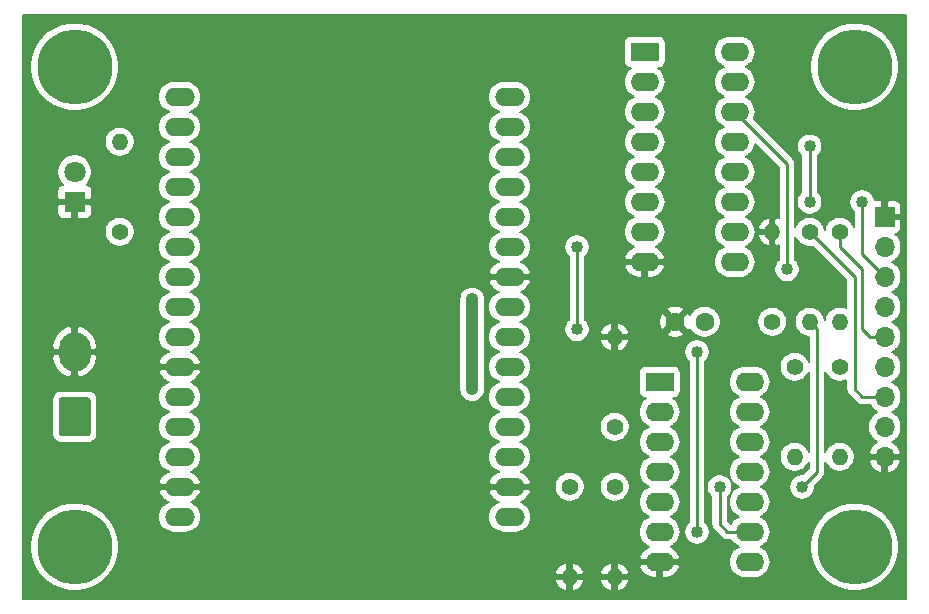
<source format=gbr>
%TF.GenerationSoftware,KiCad,Pcbnew,5.1.6-c6e7f7d~86~ubuntu20.04.1*%
%TF.CreationDate,2020-06-13T16:26:38-04:00*%
%TF.ProjectId,set_board,7365745f-626f-4617-9264-2e6b69636164,rev?*%
%TF.SameCoordinates,Original*%
%TF.FileFunction,Copper,L2,Bot*%
%TF.FilePolarity,Positive*%
%FSLAX46Y46*%
G04 Gerber Fmt 4.6, Leading zero omitted, Abs format (unit mm)*
G04 Created by KiCad (PCBNEW 5.1.6-c6e7f7d~86~ubuntu20.04.1) date 2020-06-13 16:26:38*
%MOMM*%
%LPD*%
G01*
G04 APERTURE LIST*
%TA.AperFunction,ComponentPad*%
%ADD10O,2.540000X1.524000*%
%TD*%
%TA.AperFunction,ComponentPad*%
%ADD11C,6.350000*%
%TD*%
%TA.AperFunction,ComponentPad*%
%ADD12C,1.600000*%
%TD*%
%TA.AperFunction,ComponentPad*%
%ADD13R,1.800000X1.800000*%
%TD*%
%TA.AperFunction,ComponentPad*%
%ADD14C,1.800000*%
%TD*%
%TA.AperFunction,ComponentPad*%
%ADD15O,2.700000X3.300000*%
%TD*%
%TA.AperFunction,ComponentPad*%
%ADD16R,1.700000X1.700000*%
%TD*%
%TA.AperFunction,ComponentPad*%
%ADD17O,1.700000X1.700000*%
%TD*%
%TA.AperFunction,ComponentPad*%
%ADD18C,1.400000*%
%TD*%
%TA.AperFunction,ComponentPad*%
%ADD19O,1.400000X1.400000*%
%TD*%
%TA.AperFunction,ComponentPad*%
%ADD20R,2.400000X1.600000*%
%TD*%
%TA.AperFunction,ComponentPad*%
%ADD21O,2.400000X1.600000*%
%TD*%
%TA.AperFunction,ViaPad*%
%ADD22C,0.800000*%
%TD*%
%TA.AperFunction,ViaPad*%
%ADD23C,1.016000*%
%TD*%
%TA.AperFunction,Conductor*%
%ADD24C,1.016000*%
%TD*%
%TA.AperFunction,Conductor*%
%ADD25C,0.254000*%
%TD*%
%TA.AperFunction,Conductor*%
%ADD26C,0.127000*%
%TD*%
G04 APERTURE END LIST*
D10*
%TO.P,U2,1*%
%TO.N,Net-(U2-Pad1)*%
X92710000Y-93980000D03*
%TO.P,U2,2*%
%TO.N,Net-(U2-Pad2)*%
X92710000Y-96520000D03*
%TO.P,U2,3*%
%TO.N,Net-(U2-Pad3)*%
X92710000Y-99060000D03*
%TO.P,U2,4*%
%TO.N,Net-(U2-Pad4)*%
X92710000Y-101600000D03*
%TO.P,U2,5*%
%TO.N,Net-(U2-Pad5)*%
X92710000Y-104140000D03*
%TO.P,U2,6*%
%TO.N,Net-(U2-Pad6)*%
X92710000Y-106680000D03*
%TO.P,U2,7*%
%TO.N,Net-(U2-Pad7)*%
X92710000Y-109220000D03*
%TO.P,U2,8*%
%TO.N,Net-(U2-Pad8)*%
X92710000Y-111760000D03*
%TO.P,U2,9*%
%TO.N,Net-(U2-Pad9)*%
X92710000Y-114300000D03*
%TO.P,U2,10*%
%TO.N,GND*%
X92710000Y-116840000D03*
%TO.P,U2,11*%
%TO.N,Net-(U2-Pad11)*%
X92710000Y-119380000D03*
%TO.P,U2,12*%
%TO.N,Net-(U2-Pad12)*%
X92710000Y-121920000D03*
%TO.P,U2,13*%
%TO.N,Net-(U2-Pad13)*%
X92710000Y-124460000D03*
%TO.P,U2,14*%
%TO.N,GND*%
X92710000Y-127000000D03*
%TO.P,U2,15*%
%TO.N,Net-(J1-Pad1)*%
X92710000Y-129540000D03*
%TO.P,U2,16*%
%TO.N,+3V3*%
X120650000Y-129540000D03*
%TO.P,U2,17*%
%TO.N,GND*%
X120650000Y-127000000D03*
%TO.P,U2,18*%
%TO.N,Net-(U2-Pad18)*%
X120650000Y-124460000D03*
%TO.P,U2,19*%
%TO.N,Net-(U2-Pad19)*%
X120650000Y-121920000D03*
%TO.P,U2,20*%
%TO.N,Net-(U2-Pad20)*%
X120650000Y-119380000D03*
%TO.P,U2,21*%
%TO.N,Net-(U2-Pad21)*%
X120650000Y-116840000D03*
%TO.P,U2,22*%
%TO.N,Net-(U1-Pad8)*%
X120650000Y-114300000D03*
%TO.P,U2,23*%
%TO.N,Net-(U1-Pad6)*%
X120650000Y-111760000D03*
%TO.P,U2,24*%
%TO.N,GND*%
X120650000Y-109220000D03*
%TO.P,U2,25*%
%TO.N,+3V3*%
X120650000Y-106680000D03*
%TO.P,U2,26*%
%TO.N,Net-(U1-Pad4)*%
X120650000Y-104140000D03*
%TO.P,U2,27*%
%TO.N,Net-(U1-Pad2)*%
X120650000Y-101600000D03*
%TO.P,U2,28*%
%TO.N,Net-(U2-Pad28)*%
X120650000Y-99060000D03*
%TO.P,U2,29*%
%TO.N,Net-(U2-Pad29)*%
X120650000Y-96520000D03*
%TO.P,U2,30*%
%TO.N,Net-(U2-Pad30)*%
X120650000Y-93980000D03*
%TD*%
D11*
%TO.P,REF\u002A\u002A,1*%
%TO.N,N/C*%
X149860000Y-132080000D03*
%TD*%
%TO.P,REF\u002A\u002A,1*%
%TO.N,N/C*%
X149860000Y-91440000D03*
%TD*%
%TO.P,REF\u002A\u002A,1*%
%TO.N,N/C*%
X83820000Y-91440000D03*
%TD*%
%TO.P,REF\u002A\u002A,1*%
%TO.N,N/C*%
X83820000Y-132080000D03*
%TD*%
D12*
%TO.P,C1,1*%
%TO.N,+3V3*%
X137160000Y-113030000D03*
%TO.P,C1,2*%
%TO.N,GND*%
X134660000Y-113030000D03*
%TD*%
D13*
%TO.P,D1,1*%
%TO.N,GND*%
X83820000Y-102870000D03*
D14*
%TO.P,D1,2*%
%TO.N,Net-(D1-Pad2)*%
X83820000Y-100330000D03*
%TD*%
%TO.P,J1,1*%
%TO.N,Net-(J1-Pad1)*%
%TA.AperFunction,ComponentPad*%
G36*
G01*
X85170000Y-119670001D02*
X85170000Y-122469999D01*
G75*
G02*
X84919999Y-122720000I-250001J0D01*
G01*
X82720001Y-122720000D01*
G75*
G02*
X82470000Y-122469999I0J250001D01*
G01*
X82470000Y-119670001D01*
G75*
G02*
X82720001Y-119420000I250001J0D01*
G01*
X84919999Y-119420000D01*
G75*
G02*
X85170000Y-119670001I0J-250001D01*
G01*
G37*
%TD.AperFunction*%
D15*
%TO.P,J1,2*%
%TO.N,GND*%
X83820000Y-115570000D03*
%TD*%
D16*
%TO.P,J2,1*%
%TO.N,GND*%
X152400000Y-104140000D03*
D17*
%TO.P,J2,2*%
%TO.N,Net-(J2-Pad2)*%
X152400000Y-106680000D03*
%TO.P,J2,3*%
%TO.N,Net-(J2-Pad3)*%
X152400000Y-109220000D03*
%TO.P,J2,4*%
%TO.N,Net-(J2-Pad4)*%
X152400000Y-111760000D03*
%TO.P,J2,5*%
%TO.N,Net-(J2-Pad5)*%
X152400000Y-114300000D03*
%TO.P,J2,6*%
%TO.N,Net-(J2-Pad6)*%
X152400000Y-116840000D03*
%TO.P,J2,7*%
%TO.N,Net-(J2-Pad7)*%
X152400000Y-119380000D03*
%TO.P,J2,8*%
%TO.N,Net-(J2-Pad8)*%
X152400000Y-121920000D03*
%TO.P,J2,9*%
%TO.N,GND*%
X152400000Y-124460000D03*
%TD*%
D18*
%TO.P,R1,1*%
%TO.N,+3V3*%
X87630000Y-105410000D03*
D19*
%TO.P,R1,2*%
%TO.N,Net-(D1-Pad2)*%
X87630000Y-97790000D03*
%TD*%
D18*
%TO.P,R2,1*%
%TO.N,Net-(R2-Pad1)*%
X142875000Y-113030000D03*
D19*
%TO.P,R2,2*%
%TO.N,GND*%
X142875000Y-105410000D03*
%TD*%
D18*
%TO.P,R3,1*%
%TO.N,Net-(R3-Pad1)*%
X129540000Y-121920000D03*
D19*
%TO.P,R3,2*%
%TO.N,GND*%
X129540000Y-114300000D03*
%TD*%
D18*
%TO.P,R4,1*%
%TO.N,Net-(R4-Pad1)*%
X125730000Y-127000000D03*
D19*
%TO.P,R4,2*%
%TO.N,GND*%
X125730000Y-134620000D03*
%TD*%
D18*
%TO.P,R5,1*%
%TO.N,Net-(R5-Pad1)*%
X129540000Y-127000000D03*
D19*
%TO.P,R5,2*%
%TO.N,GND*%
X129540000Y-134620000D03*
%TD*%
%TO.P,R6,2*%
%TO.N,Net-(R2-Pad1)*%
X148590000Y-113030000D03*
D18*
%TO.P,R6,1*%
%TO.N,Net-(J2-Pad5)*%
X148590000Y-105410000D03*
%TD*%
D19*
%TO.P,R7,2*%
%TO.N,Net-(R3-Pad1)*%
X144780000Y-124460000D03*
D18*
%TO.P,R7,1*%
%TO.N,Net-(J2-Pad6)*%
X144780000Y-116840000D03*
%TD*%
D19*
%TO.P,R8,2*%
%TO.N,Net-(R4-Pad1)*%
X146050000Y-113030000D03*
D18*
%TO.P,R8,1*%
%TO.N,Net-(J2-Pad7)*%
X146050000Y-105410000D03*
%TD*%
D19*
%TO.P,R9,2*%
%TO.N,Net-(R5-Pad1)*%
X148590000Y-124460000D03*
D18*
%TO.P,R9,1*%
%TO.N,Net-(J2-Pad8)*%
X148590000Y-116840000D03*
%TD*%
D20*
%TO.P,U1,1*%
%TO.N,Net-(R2-Pad1)*%
X133350000Y-118110000D03*
D21*
%TO.P,U1,8*%
%TO.N,Net-(U1-Pad8)*%
X140970000Y-133350000D03*
%TO.P,U1,2*%
%TO.N,Net-(U1-Pad2)*%
X133350000Y-120650000D03*
%TO.P,U1,9*%
%TO.N,Net-(R5-Pad1)*%
X140970000Y-130810000D03*
%TO.P,U1,3*%
%TO.N,Net-(R3-Pad1)*%
X133350000Y-123190000D03*
%TO.P,U1,10*%
%TO.N,N/C*%
X140970000Y-128270000D03*
%TO.P,U1,4*%
%TO.N,Net-(U1-Pad4)*%
X133350000Y-125730000D03*
%TO.P,U1,11*%
%TO.N,N/C*%
X140970000Y-125730000D03*
%TO.P,U1,5*%
%TO.N,Net-(R4-Pad1)*%
X133350000Y-128270000D03*
%TO.P,U1,12*%
%TO.N,N/C*%
X140970000Y-123190000D03*
%TO.P,U1,6*%
%TO.N,Net-(U1-Pad6)*%
X133350000Y-130810000D03*
%TO.P,U1,13*%
%TO.N,N/C*%
X140970000Y-120650000D03*
%TO.P,U1,7*%
%TO.N,GND*%
X133350000Y-133350000D03*
%TO.P,U1,14*%
%TO.N,+3V3*%
X140970000Y-118110000D03*
%TD*%
D20*
%TO.P,U3,1*%
%TO.N,Net-(U2-Pad30)*%
X132080000Y-90170000D03*
D21*
%TO.P,U3,9*%
%TO.N,Net-(U3-Pad9)*%
X139700000Y-107950000D03*
%TO.P,U3,2*%
%TO.N,Net-(U2-Pad29)*%
X132080000Y-92710000D03*
%TO.P,U3,10*%
%TO.N,Net-(U3-Pad10)*%
X139700000Y-105410000D03*
%TO.P,U3,3*%
%TO.N,Net-(U2-Pad28)*%
X132080000Y-95250000D03*
%TO.P,U3,11*%
%TO.N,Net-(U3-Pad11)*%
X139700000Y-102870000D03*
%TO.P,U3,4*%
%TO.N,Net-(U3-Pad4)*%
X132080000Y-97790000D03*
%TO.P,U3,12*%
%TO.N,Net-(U3-Pad12)*%
X139700000Y-100330000D03*
%TO.P,U3,5*%
%TO.N,Net-(U3-Pad5)*%
X132080000Y-100330000D03*
%TO.P,U3,13*%
%TO.N,Net-(U3-Pad13)*%
X139700000Y-97790000D03*
%TO.P,U3,6*%
%TO.N,Net-(U3-Pad6)*%
X132080000Y-102870000D03*
%TO.P,U3,14*%
%TO.N,Net-(J2-Pad4)*%
X139700000Y-95250000D03*
%TO.P,U3,7*%
%TO.N,Net-(U3-Pad7)*%
X132080000Y-105410000D03*
%TO.P,U3,15*%
%TO.N,Net-(J2-Pad3)*%
X139700000Y-92710000D03*
%TO.P,U3,8*%
%TO.N,GND*%
X132080000Y-107950000D03*
%TO.P,U3,16*%
%TO.N,Net-(J2-Pad2)*%
X139700000Y-90170000D03*
%TD*%
D22*
%TO.N,+3V3*%
X117475000Y-111125000D03*
X117475000Y-118745000D03*
D23*
%TO.N,Net-(J2-Pad3)*%
X146050000Y-102870000D03*
X150495000Y-102870000D03*
X146050000Y-98171000D03*
%TO.N,Net-(J2-Pad4)*%
X144145000Y-108585000D03*
%TO.N,Net-(R4-Pad1)*%
X145415000Y-127000000D03*
%TO.N,Net-(R5-Pad1)*%
X138430000Y-127000000D03*
%TO.N,Net-(U1-Pad2)*%
X126365000Y-113665000D03*
X126365000Y-106680000D03*
%TO.N,Net-(U1-Pad6)*%
X136525000Y-115570000D03*
X136525000Y-130810000D03*
%TD*%
D24*
%TO.N,+3V3*%
X117475000Y-111125000D02*
X117475000Y-118745000D01*
D25*
%TO.N,Net-(J2-Pad3)*%
X150495000Y-107315000D02*
X152400000Y-109220000D01*
X150495000Y-102870000D02*
X150495000Y-107315000D01*
X146050000Y-98171000D02*
X146050000Y-102870000D01*
%TO.N,Net-(J2-Pad4)*%
X144145000Y-108585000D02*
X144145000Y-99695000D01*
X144145000Y-99695000D02*
X139700000Y-95250000D01*
%TO.N,Net-(J2-Pad5)*%
X148590000Y-105410000D02*
X148590000Y-106680000D01*
X148590000Y-106680000D02*
X150495000Y-108585000D01*
X150495000Y-108585000D02*
X150495000Y-113665000D01*
X151130000Y-114300000D02*
X152400000Y-114300000D01*
X150495000Y-113665000D02*
X151130000Y-114300000D01*
%TO.N,Net-(J2-Pad7)*%
X146050000Y-105410000D02*
X149860000Y-109220000D01*
X149860000Y-109220000D02*
X149860000Y-118745000D01*
X150495000Y-119380000D02*
X152400000Y-119380000D01*
X149860000Y-118745000D02*
X150495000Y-119380000D01*
%TO.N,Net-(R4-Pad1)*%
X146685000Y-113665000D02*
X146050000Y-113030000D01*
X146685000Y-125730000D02*
X146685000Y-113665000D01*
X145415000Y-127000000D02*
X146685000Y-125730000D01*
%TO.N,Net-(R5-Pad1)*%
X138430000Y-127000000D02*
X138430000Y-130175000D01*
X139065000Y-130810000D02*
X140970000Y-130810000D01*
X138430000Y-130175000D02*
X139065000Y-130810000D01*
%TO.N,Net-(U1-Pad2)*%
X126365000Y-106680000D02*
X126365000Y-113665000D01*
%TO.N,Net-(U1-Pad6)*%
X136525000Y-115570000D02*
X136525000Y-130810000D01*
%TD*%
D26*
%TO.N,GND*%
G36*
X154241500Y-136461500D02*
G01*
X79438500Y-136461500D01*
X79438500Y-131711002D01*
X80073500Y-131711002D01*
X80073500Y-132448998D01*
X80217476Y-133172814D01*
X80499895Y-133854633D01*
X80909903Y-134468255D01*
X81431745Y-134990097D01*
X82045367Y-135400105D01*
X82727186Y-135682524D01*
X83451002Y-135826500D01*
X84188998Y-135826500D01*
X84912814Y-135682524D01*
X85594633Y-135400105D01*
X86186224Y-135004817D01*
X124518121Y-135004817D01*
X124616481Y-135233849D01*
X124757633Y-135439291D01*
X124936153Y-135613248D01*
X125145180Y-135749035D01*
X125345184Y-135831870D01*
X125539500Y-135732432D01*
X125539500Y-134810500D01*
X125920500Y-134810500D01*
X125920500Y-135732432D01*
X126114816Y-135831870D01*
X126314820Y-135749035D01*
X126523847Y-135613248D01*
X126702367Y-135439291D01*
X126843519Y-135233849D01*
X126941879Y-135004817D01*
X128328121Y-135004817D01*
X128426481Y-135233849D01*
X128567633Y-135439291D01*
X128746153Y-135613248D01*
X128955180Y-135749035D01*
X129155184Y-135831870D01*
X129349500Y-135732432D01*
X129349500Y-134810500D01*
X129730500Y-134810500D01*
X129730500Y-135732432D01*
X129924816Y-135831870D01*
X130124820Y-135749035D01*
X130333847Y-135613248D01*
X130512367Y-135439291D01*
X130653519Y-135233849D01*
X130751879Y-135004817D01*
X130654282Y-134810500D01*
X129730500Y-134810500D01*
X129349500Y-134810500D01*
X128425718Y-134810500D01*
X128328121Y-135004817D01*
X126941879Y-135004817D01*
X126844282Y-134810500D01*
X125920500Y-134810500D01*
X125539500Y-134810500D01*
X124615718Y-134810500D01*
X124518121Y-135004817D01*
X86186224Y-135004817D01*
X86208255Y-134990097D01*
X86730097Y-134468255D01*
X86885830Y-134235183D01*
X124518121Y-134235183D01*
X124615718Y-134429500D01*
X125539500Y-134429500D01*
X125539500Y-133507568D01*
X125920500Y-133507568D01*
X125920500Y-134429500D01*
X126844282Y-134429500D01*
X126941879Y-134235183D01*
X128328121Y-134235183D01*
X128425718Y-134429500D01*
X129349500Y-134429500D01*
X129349500Y-133507568D01*
X129730500Y-133507568D01*
X129730500Y-134429500D01*
X130654282Y-134429500D01*
X130751879Y-134235183D01*
X130653519Y-134006151D01*
X130512367Y-133800709D01*
X130460970Y-133750625D01*
X131638318Y-133750625D01*
X131703804Y-133953570D01*
X131845500Y-134185093D01*
X132029641Y-134384524D01*
X132249151Y-134544199D01*
X132495594Y-134657982D01*
X132759500Y-134721500D01*
X133159500Y-134721500D01*
X133159500Y-133540500D01*
X133540500Y-133540500D01*
X133540500Y-134721500D01*
X133940500Y-134721500D01*
X134204406Y-134657982D01*
X134450849Y-134544199D01*
X134670359Y-134384524D01*
X134854500Y-134185093D01*
X134996196Y-133953570D01*
X135061682Y-133750625D01*
X134963767Y-133540500D01*
X133540500Y-133540500D01*
X133159500Y-133540500D01*
X131736233Y-133540500D01*
X131638318Y-133750625D01*
X130460970Y-133750625D01*
X130333847Y-133626752D01*
X130124820Y-133490965D01*
X129924816Y-133408130D01*
X129730500Y-133507568D01*
X129349500Y-133507568D01*
X129155184Y-133408130D01*
X128955180Y-133490965D01*
X128746153Y-133626752D01*
X128567633Y-133800709D01*
X128426481Y-134006151D01*
X128328121Y-134235183D01*
X126941879Y-134235183D01*
X126843519Y-134006151D01*
X126702367Y-133800709D01*
X126523847Y-133626752D01*
X126314820Y-133490965D01*
X126114816Y-133408130D01*
X125920500Y-133507568D01*
X125539500Y-133507568D01*
X125345184Y-133408130D01*
X125145180Y-133490965D01*
X124936153Y-133626752D01*
X124757633Y-133800709D01*
X124616481Y-134006151D01*
X124518121Y-134235183D01*
X86885830Y-134235183D01*
X87140105Y-133854633D01*
X87422524Y-133172814D01*
X87566500Y-132448998D01*
X87566500Y-131711002D01*
X87422524Y-130987186D01*
X87140105Y-130305367D01*
X86730097Y-129691745D01*
X86578352Y-129540000D01*
X90862048Y-129540000D01*
X90887795Y-129801412D01*
X90964046Y-130052777D01*
X91087871Y-130284437D01*
X91254511Y-130487489D01*
X91457563Y-130654129D01*
X91689223Y-130777954D01*
X91940588Y-130854205D01*
X92136492Y-130873500D01*
X93283508Y-130873500D01*
X93479412Y-130854205D01*
X93730777Y-130777954D01*
X93962437Y-130654129D01*
X94165489Y-130487489D01*
X94332129Y-130284437D01*
X94455954Y-130052777D01*
X94532205Y-129801412D01*
X94557952Y-129540000D01*
X118802048Y-129540000D01*
X118827795Y-129801412D01*
X118904046Y-130052777D01*
X119027871Y-130284437D01*
X119194511Y-130487489D01*
X119397563Y-130654129D01*
X119629223Y-130777954D01*
X119880588Y-130854205D01*
X120076492Y-130873500D01*
X121223508Y-130873500D01*
X121419412Y-130854205D01*
X121670777Y-130777954D01*
X121902437Y-130654129D01*
X122105489Y-130487489D01*
X122272129Y-130284437D01*
X122395954Y-130052777D01*
X122472205Y-129801412D01*
X122497952Y-129540000D01*
X122472205Y-129278588D01*
X122395954Y-129027223D01*
X122272129Y-128795563D01*
X122105489Y-128592511D01*
X121902437Y-128425871D01*
X121670777Y-128302046D01*
X121584235Y-128275794D01*
X121604993Y-128270712D01*
X121844308Y-128159092D01*
X122057248Y-128002928D01*
X122235631Y-127808222D01*
X122372601Y-127582457D01*
X122431773Y-127394620D01*
X122333286Y-127190500D01*
X120840500Y-127190500D01*
X120840500Y-127210500D01*
X120459500Y-127210500D01*
X120459500Y-127190500D01*
X118966714Y-127190500D01*
X118868227Y-127394620D01*
X118927399Y-127582457D01*
X119064369Y-127808222D01*
X119242752Y-128002928D01*
X119455692Y-128159092D01*
X119695007Y-128270712D01*
X119715765Y-128275794D01*
X119629223Y-128302046D01*
X119397563Y-128425871D01*
X119194511Y-128592511D01*
X119027871Y-128795563D01*
X118904046Y-129027223D01*
X118827795Y-129278588D01*
X118802048Y-129540000D01*
X94557952Y-129540000D01*
X94532205Y-129278588D01*
X94455954Y-129027223D01*
X94332129Y-128795563D01*
X94165489Y-128592511D01*
X93962437Y-128425871D01*
X93730777Y-128302046D01*
X93644235Y-128275794D01*
X93664993Y-128270712D01*
X93904308Y-128159092D01*
X94117248Y-128002928D01*
X94295631Y-127808222D01*
X94432601Y-127582457D01*
X94491773Y-127394620D01*
X94393286Y-127190500D01*
X92900500Y-127190500D01*
X92900500Y-127210500D01*
X92519500Y-127210500D01*
X92519500Y-127190500D01*
X91026714Y-127190500D01*
X90928227Y-127394620D01*
X90987399Y-127582457D01*
X91124369Y-127808222D01*
X91302752Y-128002928D01*
X91515692Y-128159092D01*
X91755007Y-128270712D01*
X91775765Y-128275794D01*
X91689223Y-128302046D01*
X91457563Y-128425871D01*
X91254511Y-128592511D01*
X91087871Y-128795563D01*
X90964046Y-129027223D01*
X90887795Y-129278588D01*
X90862048Y-129540000D01*
X86578352Y-129540000D01*
X86208255Y-129169903D01*
X85594633Y-128759895D01*
X84912814Y-128477476D01*
X84188998Y-128333500D01*
X83451002Y-128333500D01*
X82727186Y-128477476D01*
X82045367Y-128759895D01*
X81431745Y-129169903D01*
X80909903Y-129691745D01*
X80499895Y-130305367D01*
X80217476Y-130987186D01*
X80073500Y-131711002D01*
X79438500Y-131711002D01*
X79438500Y-126874768D01*
X124458500Y-126874768D01*
X124458500Y-127125232D01*
X124507363Y-127370883D01*
X124603212Y-127602281D01*
X124742362Y-127810534D01*
X124919466Y-127987638D01*
X125127719Y-128126788D01*
X125359117Y-128222637D01*
X125604768Y-128271500D01*
X125855232Y-128271500D01*
X126100883Y-128222637D01*
X126332281Y-128126788D01*
X126540534Y-127987638D01*
X126717638Y-127810534D01*
X126856788Y-127602281D01*
X126952637Y-127370883D01*
X127001500Y-127125232D01*
X127001500Y-126874768D01*
X128268500Y-126874768D01*
X128268500Y-127125232D01*
X128317363Y-127370883D01*
X128413212Y-127602281D01*
X128552362Y-127810534D01*
X128729466Y-127987638D01*
X128937719Y-128126788D01*
X129169117Y-128222637D01*
X129414768Y-128271500D01*
X129665232Y-128271500D01*
X129910883Y-128222637D01*
X130142281Y-128126788D01*
X130350534Y-127987638D01*
X130527638Y-127810534D01*
X130666788Y-127602281D01*
X130762637Y-127370883D01*
X130811500Y-127125232D01*
X130811500Y-126874768D01*
X130762637Y-126629117D01*
X130666788Y-126397719D01*
X130527638Y-126189466D01*
X130350534Y-126012362D01*
X130142281Y-125873212D01*
X129910883Y-125777363D01*
X129665232Y-125728500D01*
X129414768Y-125728500D01*
X129169117Y-125777363D01*
X128937719Y-125873212D01*
X128729466Y-126012362D01*
X128552362Y-126189466D01*
X128413212Y-126397719D01*
X128317363Y-126629117D01*
X128268500Y-126874768D01*
X127001500Y-126874768D01*
X126952637Y-126629117D01*
X126856788Y-126397719D01*
X126717638Y-126189466D01*
X126540534Y-126012362D01*
X126332281Y-125873212D01*
X126100883Y-125777363D01*
X125855232Y-125728500D01*
X125604768Y-125728500D01*
X125359117Y-125777363D01*
X125127719Y-125873212D01*
X124919466Y-126012362D01*
X124742362Y-126189466D01*
X124603212Y-126397719D01*
X124507363Y-126629117D01*
X124458500Y-126874768D01*
X79438500Y-126874768D01*
X79438500Y-119670001D01*
X81895735Y-119670001D01*
X81895735Y-122469999D01*
X81911573Y-122630805D01*
X81958479Y-122785432D01*
X82034649Y-122927937D01*
X82137157Y-123052843D01*
X82262063Y-123155351D01*
X82404568Y-123231521D01*
X82559195Y-123278427D01*
X82720001Y-123294265D01*
X84919999Y-123294265D01*
X85080805Y-123278427D01*
X85235432Y-123231521D01*
X85377937Y-123155351D01*
X85502843Y-123052843D01*
X85605351Y-122927937D01*
X85681521Y-122785432D01*
X85728427Y-122630805D01*
X85744265Y-122469999D01*
X85744265Y-119670001D01*
X85728427Y-119509195D01*
X85689236Y-119380000D01*
X90862048Y-119380000D01*
X90887795Y-119641412D01*
X90964046Y-119892777D01*
X91087871Y-120124437D01*
X91254511Y-120327489D01*
X91457563Y-120494129D01*
X91689223Y-120617954D01*
X91794864Y-120650000D01*
X91689223Y-120682046D01*
X91457563Y-120805871D01*
X91254511Y-120972511D01*
X91087871Y-121175563D01*
X90964046Y-121407223D01*
X90887795Y-121658588D01*
X90862048Y-121920000D01*
X90887795Y-122181412D01*
X90964046Y-122432777D01*
X91087871Y-122664437D01*
X91254511Y-122867489D01*
X91457563Y-123034129D01*
X91689223Y-123157954D01*
X91794864Y-123190000D01*
X91689223Y-123222046D01*
X91457563Y-123345871D01*
X91254511Y-123512511D01*
X91087871Y-123715563D01*
X90964046Y-123947223D01*
X90887795Y-124198588D01*
X90862048Y-124460000D01*
X90887795Y-124721412D01*
X90964046Y-124972777D01*
X91087871Y-125204437D01*
X91254511Y-125407489D01*
X91457563Y-125574129D01*
X91689223Y-125697954D01*
X91775765Y-125724206D01*
X91755007Y-125729288D01*
X91515692Y-125840908D01*
X91302752Y-125997072D01*
X91124369Y-126191778D01*
X90987399Y-126417543D01*
X90928227Y-126605380D01*
X91026714Y-126809500D01*
X92519500Y-126809500D01*
X92519500Y-126789500D01*
X92900500Y-126789500D01*
X92900500Y-126809500D01*
X94393286Y-126809500D01*
X94491773Y-126605380D01*
X94432601Y-126417543D01*
X94295631Y-126191778D01*
X94117248Y-125997072D01*
X93904308Y-125840908D01*
X93664993Y-125729288D01*
X93644235Y-125724206D01*
X93730777Y-125697954D01*
X93962437Y-125574129D01*
X94165489Y-125407489D01*
X94332129Y-125204437D01*
X94455954Y-124972777D01*
X94532205Y-124721412D01*
X94557952Y-124460000D01*
X94532205Y-124198588D01*
X94455954Y-123947223D01*
X94332129Y-123715563D01*
X94165489Y-123512511D01*
X93962437Y-123345871D01*
X93730777Y-123222046D01*
X93625136Y-123190000D01*
X93730777Y-123157954D01*
X93962437Y-123034129D01*
X94165489Y-122867489D01*
X94332129Y-122664437D01*
X94455954Y-122432777D01*
X94532205Y-122181412D01*
X94557952Y-121920000D01*
X94532205Y-121658588D01*
X94455954Y-121407223D01*
X94332129Y-121175563D01*
X94165489Y-120972511D01*
X93962437Y-120805871D01*
X93730777Y-120682046D01*
X93625136Y-120650000D01*
X93730777Y-120617954D01*
X93962437Y-120494129D01*
X94165489Y-120327489D01*
X94332129Y-120124437D01*
X94455954Y-119892777D01*
X94532205Y-119641412D01*
X94557952Y-119380000D01*
X94532205Y-119118588D01*
X94455954Y-118867223D01*
X94332129Y-118635563D01*
X94165489Y-118432511D01*
X93962437Y-118265871D01*
X93730777Y-118142046D01*
X93644235Y-118115794D01*
X93664993Y-118110712D01*
X93904308Y-117999092D01*
X94117248Y-117842928D01*
X94295631Y-117648222D01*
X94432601Y-117422457D01*
X94491773Y-117234620D01*
X94393286Y-117030500D01*
X92900500Y-117030500D01*
X92900500Y-117050500D01*
X92519500Y-117050500D01*
X92519500Y-117030500D01*
X91026714Y-117030500D01*
X90928227Y-117234620D01*
X90987399Y-117422457D01*
X91124369Y-117648222D01*
X91302752Y-117842928D01*
X91515692Y-117999092D01*
X91755007Y-118110712D01*
X91775765Y-118115794D01*
X91689223Y-118142046D01*
X91457563Y-118265871D01*
X91254511Y-118432511D01*
X91087871Y-118635563D01*
X90964046Y-118867223D01*
X90887795Y-119118588D01*
X90862048Y-119380000D01*
X85689236Y-119380000D01*
X85681521Y-119354568D01*
X85605351Y-119212063D01*
X85502843Y-119087157D01*
X85377937Y-118984649D01*
X85235432Y-118908479D01*
X85080805Y-118861573D01*
X84919999Y-118845735D01*
X82720001Y-118845735D01*
X82559195Y-118861573D01*
X82404568Y-118908479D01*
X82262063Y-118984649D01*
X82137157Y-119087157D01*
X82034649Y-119212063D01*
X81958479Y-119354568D01*
X81911573Y-119509195D01*
X81895735Y-119670001D01*
X79438500Y-119670001D01*
X79438500Y-116063284D01*
X81899677Y-116063284D01*
X81974283Y-116434207D01*
X82119819Y-116783447D01*
X82330692Y-117097584D01*
X82598798Y-117364546D01*
X82913835Y-117574073D01*
X83263695Y-117718114D01*
X83332738Y-117728692D01*
X83629500Y-117638394D01*
X83629500Y-115760500D01*
X84010500Y-115760500D01*
X84010500Y-117638394D01*
X84307262Y-117728692D01*
X84376305Y-117718114D01*
X84726165Y-117574073D01*
X85041202Y-117364546D01*
X85309308Y-117097584D01*
X85520181Y-116783447D01*
X85665717Y-116434207D01*
X85740323Y-116063284D01*
X85604042Y-115760500D01*
X84010500Y-115760500D01*
X83629500Y-115760500D01*
X82035958Y-115760500D01*
X81899677Y-116063284D01*
X79438500Y-116063284D01*
X79438500Y-115076716D01*
X81899677Y-115076716D01*
X82035958Y-115379500D01*
X83629500Y-115379500D01*
X83629500Y-113501606D01*
X84010500Y-113501606D01*
X84010500Y-115379500D01*
X85604042Y-115379500D01*
X85740323Y-115076716D01*
X85665717Y-114705793D01*
X85520181Y-114356553D01*
X85309308Y-114042416D01*
X85041202Y-113775454D01*
X84726165Y-113565927D01*
X84376305Y-113421886D01*
X84307262Y-113411308D01*
X84010500Y-113501606D01*
X83629500Y-113501606D01*
X83332738Y-113411308D01*
X83263695Y-113421886D01*
X82913835Y-113565927D01*
X82598798Y-113775454D01*
X82330692Y-114042416D01*
X82119819Y-114356553D01*
X81974283Y-114705793D01*
X81899677Y-115076716D01*
X79438500Y-115076716D01*
X79438500Y-105284768D01*
X86358500Y-105284768D01*
X86358500Y-105535232D01*
X86407363Y-105780883D01*
X86503212Y-106012281D01*
X86642362Y-106220534D01*
X86819466Y-106397638D01*
X87027719Y-106536788D01*
X87259117Y-106632637D01*
X87504768Y-106681500D01*
X87755232Y-106681500D01*
X88000883Y-106632637D01*
X88232281Y-106536788D01*
X88440534Y-106397638D01*
X88617638Y-106220534D01*
X88756788Y-106012281D01*
X88852637Y-105780883D01*
X88901500Y-105535232D01*
X88901500Y-105284768D01*
X88852637Y-105039117D01*
X88756788Y-104807719D01*
X88617638Y-104599466D01*
X88440534Y-104422362D01*
X88232281Y-104283212D01*
X88000883Y-104187363D01*
X87755232Y-104138500D01*
X87504768Y-104138500D01*
X87259117Y-104187363D01*
X87027719Y-104283212D01*
X86819466Y-104422362D01*
X86642362Y-104599466D01*
X86503212Y-104807719D01*
X86407363Y-105039117D01*
X86358500Y-105284768D01*
X79438500Y-105284768D01*
X79438500Y-103770000D01*
X82345735Y-103770000D01*
X82356769Y-103882034D01*
X82389448Y-103989762D01*
X82442516Y-104089045D01*
X82513933Y-104176067D01*
X82600955Y-104247484D01*
X82700238Y-104300552D01*
X82807966Y-104333231D01*
X82920000Y-104344265D01*
X83486625Y-104341500D01*
X83629500Y-104198625D01*
X83629500Y-103060500D01*
X84010500Y-103060500D01*
X84010500Y-104198625D01*
X84153375Y-104341500D01*
X84720000Y-104344265D01*
X84832034Y-104333231D01*
X84939762Y-104300552D01*
X85039045Y-104247484D01*
X85126067Y-104176067D01*
X85197484Y-104089045D01*
X85250552Y-103989762D01*
X85283231Y-103882034D01*
X85294265Y-103770000D01*
X85291500Y-103203375D01*
X85148625Y-103060500D01*
X84010500Y-103060500D01*
X83629500Y-103060500D01*
X82491375Y-103060500D01*
X82348500Y-103203375D01*
X82345735Y-103770000D01*
X79438500Y-103770000D01*
X79438500Y-101970000D01*
X82345735Y-101970000D01*
X82348500Y-102536625D01*
X82491375Y-102679500D01*
X83629500Y-102679500D01*
X83629500Y-102659500D01*
X84010500Y-102659500D01*
X84010500Y-102679500D01*
X85148625Y-102679500D01*
X85291500Y-102536625D01*
X85294265Y-101970000D01*
X85283231Y-101857966D01*
X85250552Y-101750238D01*
X85197484Y-101650955D01*
X85126067Y-101563933D01*
X85039045Y-101492516D01*
X84939762Y-101439448D01*
X84832034Y-101406769D01*
X84824945Y-101406071D01*
X84962989Y-101268027D01*
X85124026Y-101027017D01*
X85234951Y-100759221D01*
X85291500Y-100474930D01*
X85291500Y-100185070D01*
X85234951Y-99900779D01*
X85124026Y-99632983D01*
X84962989Y-99391973D01*
X84758027Y-99187011D01*
X84517017Y-99025974D01*
X84249221Y-98915049D01*
X83964930Y-98858500D01*
X83675070Y-98858500D01*
X83390779Y-98915049D01*
X83122983Y-99025974D01*
X82881973Y-99187011D01*
X82677011Y-99391973D01*
X82515974Y-99632983D01*
X82405049Y-99900779D01*
X82348500Y-100185070D01*
X82348500Y-100474930D01*
X82405049Y-100759221D01*
X82515974Y-101027017D01*
X82677011Y-101268027D01*
X82815055Y-101406071D01*
X82807966Y-101406769D01*
X82700238Y-101439448D01*
X82600955Y-101492516D01*
X82513933Y-101563933D01*
X82442516Y-101650955D01*
X82389448Y-101750238D01*
X82356769Y-101857966D01*
X82345735Y-101970000D01*
X79438500Y-101970000D01*
X79438500Y-97664768D01*
X86358500Y-97664768D01*
X86358500Y-97915232D01*
X86407363Y-98160883D01*
X86503212Y-98392281D01*
X86642362Y-98600534D01*
X86819466Y-98777638D01*
X87027719Y-98916788D01*
X87259117Y-99012637D01*
X87504768Y-99061500D01*
X87755232Y-99061500D01*
X88000883Y-99012637D01*
X88232281Y-98916788D01*
X88440534Y-98777638D01*
X88617638Y-98600534D01*
X88756788Y-98392281D01*
X88852637Y-98160883D01*
X88901500Y-97915232D01*
X88901500Y-97664768D01*
X88852637Y-97419117D01*
X88756788Y-97187719D01*
X88617638Y-96979466D01*
X88440534Y-96802362D01*
X88232281Y-96663212D01*
X88000883Y-96567363D01*
X87755232Y-96518500D01*
X87504768Y-96518500D01*
X87259117Y-96567363D01*
X87027719Y-96663212D01*
X86819466Y-96802362D01*
X86642362Y-96979466D01*
X86503212Y-97187719D01*
X86407363Y-97419117D01*
X86358500Y-97664768D01*
X79438500Y-97664768D01*
X79438500Y-91071002D01*
X80073500Y-91071002D01*
X80073500Y-91808998D01*
X80217476Y-92532814D01*
X80499895Y-93214633D01*
X80909903Y-93828255D01*
X81431745Y-94350097D01*
X82045367Y-94760105D01*
X82727186Y-95042524D01*
X83451002Y-95186500D01*
X84188998Y-95186500D01*
X84912814Y-95042524D01*
X85594633Y-94760105D01*
X86208255Y-94350097D01*
X86578352Y-93980000D01*
X90862048Y-93980000D01*
X90887795Y-94241412D01*
X90964046Y-94492777D01*
X91087871Y-94724437D01*
X91254511Y-94927489D01*
X91457563Y-95094129D01*
X91689223Y-95217954D01*
X91794864Y-95250000D01*
X91689223Y-95282046D01*
X91457563Y-95405871D01*
X91254511Y-95572511D01*
X91087871Y-95775563D01*
X90964046Y-96007223D01*
X90887795Y-96258588D01*
X90862048Y-96520000D01*
X90887795Y-96781412D01*
X90964046Y-97032777D01*
X91087871Y-97264437D01*
X91254511Y-97467489D01*
X91457563Y-97634129D01*
X91689223Y-97757954D01*
X91794864Y-97790000D01*
X91689223Y-97822046D01*
X91457563Y-97945871D01*
X91254511Y-98112511D01*
X91087871Y-98315563D01*
X90964046Y-98547223D01*
X90887795Y-98798588D01*
X90862048Y-99060000D01*
X90887795Y-99321412D01*
X90964046Y-99572777D01*
X91087871Y-99804437D01*
X91254511Y-100007489D01*
X91457563Y-100174129D01*
X91689223Y-100297954D01*
X91794864Y-100330000D01*
X91689223Y-100362046D01*
X91457563Y-100485871D01*
X91254511Y-100652511D01*
X91087871Y-100855563D01*
X90964046Y-101087223D01*
X90887795Y-101338588D01*
X90862048Y-101600000D01*
X90887795Y-101861412D01*
X90964046Y-102112777D01*
X91087871Y-102344437D01*
X91254511Y-102547489D01*
X91457563Y-102714129D01*
X91689223Y-102837954D01*
X91794864Y-102870000D01*
X91689223Y-102902046D01*
X91457563Y-103025871D01*
X91254511Y-103192511D01*
X91087871Y-103395563D01*
X90964046Y-103627223D01*
X90887795Y-103878588D01*
X90862048Y-104140000D01*
X90887795Y-104401412D01*
X90964046Y-104652777D01*
X91087871Y-104884437D01*
X91254511Y-105087489D01*
X91457563Y-105254129D01*
X91689223Y-105377954D01*
X91794864Y-105410000D01*
X91689223Y-105442046D01*
X91457563Y-105565871D01*
X91254511Y-105732511D01*
X91087871Y-105935563D01*
X90964046Y-106167223D01*
X90887795Y-106418588D01*
X90862048Y-106680000D01*
X90887795Y-106941412D01*
X90964046Y-107192777D01*
X91087871Y-107424437D01*
X91254511Y-107627489D01*
X91457563Y-107794129D01*
X91689223Y-107917954D01*
X91794864Y-107950000D01*
X91689223Y-107982046D01*
X91457563Y-108105871D01*
X91254511Y-108272511D01*
X91087871Y-108475563D01*
X90964046Y-108707223D01*
X90887795Y-108958588D01*
X90862048Y-109220000D01*
X90887795Y-109481412D01*
X90964046Y-109732777D01*
X91087871Y-109964437D01*
X91254511Y-110167489D01*
X91457563Y-110334129D01*
X91689223Y-110457954D01*
X91794864Y-110490000D01*
X91689223Y-110522046D01*
X91457563Y-110645871D01*
X91254511Y-110812511D01*
X91087871Y-111015563D01*
X90964046Y-111247223D01*
X90887795Y-111498588D01*
X90862048Y-111760000D01*
X90887795Y-112021412D01*
X90964046Y-112272777D01*
X91087871Y-112504437D01*
X91254511Y-112707489D01*
X91457563Y-112874129D01*
X91689223Y-112997954D01*
X91794864Y-113030000D01*
X91689223Y-113062046D01*
X91457563Y-113185871D01*
X91254511Y-113352511D01*
X91087871Y-113555563D01*
X90964046Y-113787223D01*
X90887795Y-114038588D01*
X90862048Y-114300000D01*
X90887795Y-114561412D01*
X90964046Y-114812777D01*
X91087871Y-115044437D01*
X91254511Y-115247489D01*
X91457563Y-115414129D01*
X91689223Y-115537954D01*
X91775765Y-115564206D01*
X91755007Y-115569288D01*
X91515692Y-115680908D01*
X91302752Y-115837072D01*
X91124369Y-116031778D01*
X90987399Y-116257543D01*
X90928227Y-116445380D01*
X91026714Y-116649500D01*
X92519500Y-116649500D01*
X92519500Y-116629500D01*
X92900500Y-116629500D01*
X92900500Y-116649500D01*
X94393286Y-116649500D01*
X94491773Y-116445380D01*
X94432601Y-116257543D01*
X94295631Y-116031778D01*
X94117248Y-115837072D01*
X93904308Y-115680908D01*
X93664993Y-115569288D01*
X93644235Y-115564206D01*
X93730777Y-115537954D01*
X93962437Y-115414129D01*
X94165489Y-115247489D01*
X94332129Y-115044437D01*
X94455954Y-114812777D01*
X94532205Y-114561412D01*
X94557952Y-114300000D01*
X94532205Y-114038588D01*
X94455954Y-113787223D01*
X94332129Y-113555563D01*
X94165489Y-113352511D01*
X93962437Y-113185871D01*
X93730777Y-113062046D01*
X93625136Y-113030000D01*
X93730777Y-112997954D01*
X93962437Y-112874129D01*
X94165489Y-112707489D01*
X94332129Y-112504437D01*
X94455954Y-112272777D01*
X94532205Y-112021412D01*
X94557952Y-111760000D01*
X94532205Y-111498588D01*
X94455954Y-111247223D01*
X94362281Y-111071972D01*
X116395500Y-111071972D01*
X116395501Y-118798029D01*
X116411121Y-118956619D01*
X116472848Y-119160106D01*
X116573087Y-119347640D01*
X116707986Y-119512015D01*
X116872361Y-119646914D01*
X117059895Y-119747153D01*
X117263382Y-119808880D01*
X117475000Y-119829723D01*
X117686619Y-119808880D01*
X117890106Y-119747153D01*
X118077640Y-119646914D01*
X118242015Y-119512015D01*
X118376914Y-119347640D01*
X118477153Y-119160106D01*
X118538880Y-118956619D01*
X118554500Y-118798029D01*
X118554500Y-111760000D01*
X118802048Y-111760000D01*
X118827795Y-112021412D01*
X118904046Y-112272777D01*
X119027871Y-112504437D01*
X119194511Y-112707489D01*
X119397563Y-112874129D01*
X119629223Y-112997954D01*
X119734864Y-113030000D01*
X119629223Y-113062046D01*
X119397563Y-113185871D01*
X119194511Y-113352511D01*
X119027871Y-113555563D01*
X118904046Y-113787223D01*
X118827795Y-114038588D01*
X118802048Y-114300000D01*
X118827795Y-114561412D01*
X118904046Y-114812777D01*
X119027871Y-115044437D01*
X119194511Y-115247489D01*
X119397563Y-115414129D01*
X119629223Y-115537954D01*
X119734864Y-115570000D01*
X119629223Y-115602046D01*
X119397563Y-115725871D01*
X119194511Y-115892511D01*
X119027871Y-116095563D01*
X118904046Y-116327223D01*
X118827795Y-116578588D01*
X118802048Y-116840000D01*
X118827795Y-117101412D01*
X118904046Y-117352777D01*
X119027871Y-117584437D01*
X119194511Y-117787489D01*
X119397563Y-117954129D01*
X119629223Y-118077954D01*
X119734864Y-118110000D01*
X119629223Y-118142046D01*
X119397563Y-118265871D01*
X119194511Y-118432511D01*
X119027871Y-118635563D01*
X118904046Y-118867223D01*
X118827795Y-119118588D01*
X118802048Y-119380000D01*
X118827795Y-119641412D01*
X118904046Y-119892777D01*
X119027871Y-120124437D01*
X119194511Y-120327489D01*
X119397563Y-120494129D01*
X119629223Y-120617954D01*
X119734864Y-120650000D01*
X119629223Y-120682046D01*
X119397563Y-120805871D01*
X119194511Y-120972511D01*
X119027871Y-121175563D01*
X118904046Y-121407223D01*
X118827795Y-121658588D01*
X118802048Y-121920000D01*
X118827795Y-122181412D01*
X118904046Y-122432777D01*
X119027871Y-122664437D01*
X119194511Y-122867489D01*
X119397563Y-123034129D01*
X119629223Y-123157954D01*
X119734864Y-123190000D01*
X119629223Y-123222046D01*
X119397563Y-123345871D01*
X119194511Y-123512511D01*
X119027871Y-123715563D01*
X118904046Y-123947223D01*
X118827795Y-124198588D01*
X118802048Y-124460000D01*
X118827795Y-124721412D01*
X118904046Y-124972777D01*
X119027871Y-125204437D01*
X119194511Y-125407489D01*
X119397563Y-125574129D01*
X119629223Y-125697954D01*
X119715765Y-125724206D01*
X119695007Y-125729288D01*
X119455692Y-125840908D01*
X119242752Y-125997072D01*
X119064369Y-126191778D01*
X118927399Y-126417543D01*
X118868227Y-126605380D01*
X118966714Y-126809500D01*
X120459500Y-126809500D01*
X120459500Y-126789500D01*
X120840500Y-126789500D01*
X120840500Y-126809500D01*
X122333286Y-126809500D01*
X122431773Y-126605380D01*
X122372601Y-126417543D01*
X122235631Y-126191778D01*
X122057248Y-125997072D01*
X121844308Y-125840908D01*
X121604993Y-125729288D01*
X121584235Y-125724206D01*
X121670777Y-125697954D01*
X121902437Y-125574129D01*
X122105489Y-125407489D01*
X122272129Y-125204437D01*
X122395954Y-124972777D01*
X122472205Y-124721412D01*
X122497952Y-124460000D01*
X122472205Y-124198588D01*
X122395954Y-123947223D01*
X122272129Y-123715563D01*
X122105489Y-123512511D01*
X121902437Y-123345871D01*
X121670777Y-123222046D01*
X121565136Y-123190000D01*
X121670777Y-123157954D01*
X121902437Y-123034129D01*
X122105489Y-122867489D01*
X122272129Y-122664437D01*
X122395954Y-122432777D01*
X122472205Y-122181412D01*
X122497952Y-121920000D01*
X122485618Y-121794768D01*
X128268500Y-121794768D01*
X128268500Y-122045232D01*
X128317363Y-122290883D01*
X128413212Y-122522281D01*
X128552362Y-122730534D01*
X128729466Y-122907638D01*
X128937719Y-123046788D01*
X129169117Y-123142637D01*
X129414768Y-123191500D01*
X129665232Y-123191500D01*
X129910883Y-123142637D01*
X130142281Y-123046788D01*
X130350534Y-122907638D01*
X130527638Y-122730534D01*
X130666788Y-122522281D01*
X130762637Y-122290883D01*
X130811500Y-122045232D01*
X130811500Y-121794768D01*
X130762637Y-121549117D01*
X130666788Y-121317719D01*
X130527638Y-121109466D01*
X130350534Y-120932362D01*
X130142281Y-120793212D01*
X129910883Y-120697363D01*
X129672774Y-120650000D01*
X131571864Y-120650000D01*
X131598344Y-120918861D01*
X131676768Y-121177390D01*
X131804122Y-121415651D01*
X131975511Y-121624489D01*
X132184349Y-121795878D01*
X132416563Y-121920000D01*
X132184349Y-122044122D01*
X131975511Y-122215511D01*
X131804122Y-122424349D01*
X131676768Y-122662610D01*
X131598344Y-122921139D01*
X131571864Y-123190000D01*
X131598344Y-123458861D01*
X131676768Y-123717390D01*
X131804122Y-123955651D01*
X131975511Y-124164489D01*
X132184349Y-124335878D01*
X132416563Y-124460000D01*
X132184349Y-124584122D01*
X131975511Y-124755511D01*
X131804122Y-124964349D01*
X131676768Y-125202610D01*
X131598344Y-125461139D01*
X131571864Y-125730000D01*
X131598344Y-125998861D01*
X131676768Y-126257390D01*
X131804122Y-126495651D01*
X131975511Y-126704489D01*
X132184349Y-126875878D01*
X132416563Y-127000000D01*
X132184349Y-127124122D01*
X131975511Y-127295511D01*
X131804122Y-127504349D01*
X131676768Y-127742610D01*
X131598344Y-128001139D01*
X131571864Y-128270000D01*
X131598344Y-128538861D01*
X131676768Y-128797390D01*
X131804122Y-129035651D01*
X131975511Y-129244489D01*
X132184349Y-129415878D01*
X132416563Y-129540000D01*
X132184349Y-129664122D01*
X131975511Y-129835511D01*
X131804122Y-130044349D01*
X131676768Y-130282610D01*
X131598344Y-130541139D01*
X131571864Y-130810000D01*
X131598344Y-131078861D01*
X131676768Y-131337390D01*
X131804122Y-131575651D01*
X131975511Y-131784489D01*
X132184349Y-131955878D01*
X132415064Y-132079199D01*
X132249151Y-132155801D01*
X132029641Y-132315476D01*
X131845500Y-132514907D01*
X131703804Y-132746430D01*
X131638318Y-132949375D01*
X131736233Y-133159500D01*
X133159500Y-133159500D01*
X133159500Y-133139500D01*
X133540500Y-133139500D01*
X133540500Y-133159500D01*
X134963767Y-133159500D01*
X135061682Y-132949375D01*
X134996196Y-132746430D01*
X134854500Y-132514907D01*
X134670359Y-132315476D01*
X134450849Y-132155801D01*
X134284936Y-132079199D01*
X134515651Y-131955878D01*
X134724489Y-131784489D01*
X134895878Y-131575651D01*
X135023232Y-131337390D01*
X135101656Y-131078861D01*
X135128136Y-130810000D01*
X135101656Y-130541139D01*
X135023232Y-130282610D01*
X134895878Y-130044349D01*
X134724489Y-129835511D01*
X134515651Y-129664122D01*
X134283437Y-129540000D01*
X134515651Y-129415878D01*
X134724489Y-129244489D01*
X134895878Y-129035651D01*
X135023232Y-128797390D01*
X135101656Y-128538861D01*
X135128136Y-128270000D01*
X135101656Y-128001139D01*
X135023232Y-127742610D01*
X134895878Y-127504349D01*
X134724489Y-127295511D01*
X134515651Y-127124122D01*
X134283437Y-127000000D01*
X134515651Y-126875878D01*
X134724489Y-126704489D01*
X134895878Y-126495651D01*
X135023232Y-126257390D01*
X135101656Y-125998861D01*
X135128136Y-125730000D01*
X135101656Y-125461139D01*
X135023232Y-125202610D01*
X134895878Y-124964349D01*
X134724489Y-124755511D01*
X134515651Y-124584122D01*
X134283437Y-124460000D01*
X134515651Y-124335878D01*
X134724489Y-124164489D01*
X134895878Y-123955651D01*
X135023232Y-123717390D01*
X135101656Y-123458861D01*
X135128136Y-123190000D01*
X135101656Y-122921139D01*
X135023232Y-122662610D01*
X134895878Y-122424349D01*
X134724489Y-122215511D01*
X134515651Y-122044122D01*
X134283437Y-121920000D01*
X134515651Y-121795878D01*
X134724489Y-121624489D01*
X134895878Y-121415651D01*
X135023232Y-121177390D01*
X135101656Y-120918861D01*
X135128136Y-120650000D01*
X135101656Y-120381139D01*
X135023232Y-120122610D01*
X134895878Y-119884349D01*
X134724489Y-119675511D01*
X134515651Y-119504122D01*
X134478501Y-119484265D01*
X134550000Y-119484265D01*
X134662034Y-119473231D01*
X134769762Y-119440552D01*
X134869045Y-119387484D01*
X134956067Y-119316067D01*
X135027484Y-119229045D01*
X135080552Y-119129762D01*
X135113231Y-119022034D01*
X135124265Y-118910000D01*
X135124265Y-117310000D01*
X135113231Y-117197966D01*
X135080552Y-117090238D01*
X135027484Y-116990955D01*
X134956067Y-116903933D01*
X134869045Y-116832516D01*
X134769762Y-116779448D01*
X134662034Y-116746769D01*
X134550000Y-116735735D01*
X132150000Y-116735735D01*
X132037966Y-116746769D01*
X131930238Y-116779448D01*
X131830955Y-116832516D01*
X131743933Y-116903933D01*
X131672516Y-116990955D01*
X131619448Y-117090238D01*
X131586769Y-117197966D01*
X131575735Y-117310000D01*
X131575735Y-118910000D01*
X131586769Y-119022034D01*
X131619448Y-119129762D01*
X131672516Y-119229045D01*
X131743933Y-119316067D01*
X131830955Y-119387484D01*
X131930238Y-119440552D01*
X132037966Y-119473231D01*
X132150000Y-119484265D01*
X132221499Y-119484265D01*
X132184349Y-119504122D01*
X131975511Y-119675511D01*
X131804122Y-119884349D01*
X131676768Y-120122610D01*
X131598344Y-120381139D01*
X131571864Y-120650000D01*
X129672774Y-120650000D01*
X129665232Y-120648500D01*
X129414768Y-120648500D01*
X129169117Y-120697363D01*
X128937719Y-120793212D01*
X128729466Y-120932362D01*
X128552362Y-121109466D01*
X128413212Y-121317719D01*
X128317363Y-121549117D01*
X128268500Y-121794768D01*
X122485618Y-121794768D01*
X122472205Y-121658588D01*
X122395954Y-121407223D01*
X122272129Y-121175563D01*
X122105489Y-120972511D01*
X121902437Y-120805871D01*
X121670777Y-120682046D01*
X121565136Y-120650000D01*
X121670777Y-120617954D01*
X121902437Y-120494129D01*
X122105489Y-120327489D01*
X122272129Y-120124437D01*
X122395954Y-119892777D01*
X122472205Y-119641412D01*
X122497952Y-119380000D01*
X122472205Y-119118588D01*
X122395954Y-118867223D01*
X122272129Y-118635563D01*
X122105489Y-118432511D01*
X121902437Y-118265871D01*
X121670777Y-118142046D01*
X121565136Y-118110000D01*
X121670777Y-118077954D01*
X121902437Y-117954129D01*
X122105489Y-117787489D01*
X122272129Y-117584437D01*
X122395954Y-117352777D01*
X122472205Y-117101412D01*
X122497952Y-116840000D01*
X122472205Y-116578588D01*
X122395954Y-116327223D01*
X122272129Y-116095563D01*
X122105489Y-115892511D01*
X121902437Y-115725871D01*
X121670777Y-115602046D01*
X121565136Y-115570000D01*
X121670777Y-115537954D01*
X121902437Y-115414129D01*
X122105489Y-115247489D01*
X122272129Y-115044437D01*
X122395954Y-114812777D01*
X122472205Y-114561412D01*
X122497952Y-114300000D01*
X122472205Y-114038588D01*
X122395954Y-113787223D01*
X122272129Y-113555563D01*
X122105489Y-113352511D01*
X121902437Y-113185871D01*
X121670777Y-113062046D01*
X121565136Y-113030000D01*
X121670777Y-112997954D01*
X121902437Y-112874129D01*
X122105489Y-112707489D01*
X122272129Y-112504437D01*
X122395954Y-112272777D01*
X122472205Y-112021412D01*
X122497952Y-111760000D01*
X122472205Y-111498588D01*
X122395954Y-111247223D01*
X122272129Y-111015563D01*
X122105489Y-110812511D01*
X121902437Y-110645871D01*
X121670777Y-110522046D01*
X121584235Y-110495794D01*
X121604993Y-110490712D01*
X121844308Y-110379092D01*
X122057248Y-110222928D01*
X122235631Y-110028222D01*
X122372601Y-109802457D01*
X122431773Y-109614620D01*
X122333286Y-109410500D01*
X120840500Y-109410500D01*
X120840500Y-109430500D01*
X120459500Y-109430500D01*
X120459500Y-109410500D01*
X118966714Y-109410500D01*
X118868227Y-109614620D01*
X118927399Y-109802457D01*
X119064369Y-110028222D01*
X119242752Y-110222928D01*
X119455692Y-110379092D01*
X119695007Y-110490712D01*
X119715765Y-110495794D01*
X119629223Y-110522046D01*
X119397563Y-110645871D01*
X119194511Y-110812511D01*
X119027871Y-111015563D01*
X118904046Y-111247223D01*
X118827795Y-111498588D01*
X118802048Y-111760000D01*
X118554500Y-111760000D01*
X118554500Y-111071971D01*
X118538880Y-110913381D01*
X118477153Y-110709894D01*
X118376914Y-110522360D01*
X118242015Y-110357985D01*
X118077640Y-110223086D01*
X117890105Y-110122847D01*
X117686618Y-110061120D01*
X117475000Y-110040277D01*
X117263381Y-110061120D01*
X117059894Y-110122847D01*
X116872360Y-110223086D01*
X116707985Y-110357985D01*
X116573086Y-110522360D01*
X116472847Y-110709895D01*
X116411120Y-110913382D01*
X116395500Y-111071972D01*
X94362281Y-111071972D01*
X94332129Y-111015563D01*
X94165489Y-110812511D01*
X93962437Y-110645871D01*
X93730777Y-110522046D01*
X93625136Y-110490000D01*
X93730777Y-110457954D01*
X93962437Y-110334129D01*
X94165489Y-110167489D01*
X94332129Y-109964437D01*
X94455954Y-109732777D01*
X94532205Y-109481412D01*
X94557952Y-109220000D01*
X94532205Y-108958588D01*
X94455954Y-108707223D01*
X94332129Y-108475563D01*
X94165489Y-108272511D01*
X93962437Y-108105871D01*
X93730777Y-107982046D01*
X93625136Y-107950000D01*
X93730777Y-107917954D01*
X93962437Y-107794129D01*
X94165489Y-107627489D01*
X94332129Y-107424437D01*
X94455954Y-107192777D01*
X94532205Y-106941412D01*
X94557952Y-106680000D01*
X94532205Y-106418588D01*
X94455954Y-106167223D01*
X94332129Y-105935563D01*
X94165489Y-105732511D01*
X93962437Y-105565871D01*
X93730777Y-105442046D01*
X93625136Y-105410000D01*
X93730777Y-105377954D01*
X93962437Y-105254129D01*
X94165489Y-105087489D01*
X94332129Y-104884437D01*
X94455954Y-104652777D01*
X94532205Y-104401412D01*
X94557952Y-104140000D01*
X94532205Y-103878588D01*
X94455954Y-103627223D01*
X94332129Y-103395563D01*
X94165489Y-103192511D01*
X93962437Y-103025871D01*
X93730777Y-102902046D01*
X93625136Y-102870000D01*
X93730777Y-102837954D01*
X93962437Y-102714129D01*
X94165489Y-102547489D01*
X94332129Y-102344437D01*
X94455954Y-102112777D01*
X94532205Y-101861412D01*
X94557952Y-101600000D01*
X94532205Y-101338588D01*
X94455954Y-101087223D01*
X94332129Y-100855563D01*
X94165489Y-100652511D01*
X93962437Y-100485871D01*
X93730777Y-100362046D01*
X93625136Y-100330000D01*
X93730777Y-100297954D01*
X93962437Y-100174129D01*
X94165489Y-100007489D01*
X94332129Y-99804437D01*
X94455954Y-99572777D01*
X94532205Y-99321412D01*
X94557952Y-99060000D01*
X94532205Y-98798588D01*
X94455954Y-98547223D01*
X94332129Y-98315563D01*
X94165489Y-98112511D01*
X93962437Y-97945871D01*
X93730777Y-97822046D01*
X93625136Y-97790000D01*
X93730777Y-97757954D01*
X93962437Y-97634129D01*
X94165489Y-97467489D01*
X94332129Y-97264437D01*
X94455954Y-97032777D01*
X94532205Y-96781412D01*
X94557952Y-96520000D01*
X94532205Y-96258588D01*
X94455954Y-96007223D01*
X94332129Y-95775563D01*
X94165489Y-95572511D01*
X93962437Y-95405871D01*
X93730777Y-95282046D01*
X93625136Y-95250000D01*
X93730777Y-95217954D01*
X93962437Y-95094129D01*
X94165489Y-94927489D01*
X94332129Y-94724437D01*
X94455954Y-94492777D01*
X94532205Y-94241412D01*
X94557952Y-93980000D01*
X118802048Y-93980000D01*
X118827795Y-94241412D01*
X118904046Y-94492777D01*
X119027871Y-94724437D01*
X119194511Y-94927489D01*
X119397563Y-95094129D01*
X119629223Y-95217954D01*
X119734864Y-95250000D01*
X119629223Y-95282046D01*
X119397563Y-95405871D01*
X119194511Y-95572511D01*
X119027871Y-95775563D01*
X118904046Y-96007223D01*
X118827795Y-96258588D01*
X118802048Y-96520000D01*
X118827795Y-96781412D01*
X118904046Y-97032777D01*
X119027871Y-97264437D01*
X119194511Y-97467489D01*
X119397563Y-97634129D01*
X119629223Y-97757954D01*
X119734864Y-97790000D01*
X119629223Y-97822046D01*
X119397563Y-97945871D01*
X119194511Y-98112511D01*
X119027871Y-98315563D01*
X118904046Y-98547223D01*
X118827795Y-98798588D01*
X118802048Y-99060000D01*
X118827795Y-99321412D01*
X118904046Y-99572777D01*
X119027871Y-99804437D01*
X119194511Y-100007489D01*
X119397563Y-100174129D01*
X119629223Y-100297954D01*
X119734864Y-100330000D01*
X119629223Y-100362046D01*
X119397563Y-100485871D01*
X119194511Y-100652511D01*
X119027871Y-100855563D01*
X118904046Y-101087223D01*
X118827795Y-101338588D01*
X118802048Y-101600000D01*
X118827795Y-101861412D01*
X118904046Y-102112777D01*
X119027871Y-102344437D01*
X119194511Y-102547489D01*
X119397563Y-102714129D01*
X119629223Y-102837954D01*
X119734864Y-102870000D01*
X119629223Y-102902046D01*
X119397563Y-103025871D01*
X119194511Y-103192511D01*
X119027871Y-103395563D01*
X118904046Y-103627223D01*
X118827795Y-103878588D01*
X118802048Y-104140000D01*
X118827795Y-104401412D01*
X118904046Y-104652777D01*
X119027871Y-104884437D01*
X119194511Y-105087489D01*
X119397563Y-105254129D01*
X119629223Y-105377954D01*
X119734864Y-105410000D01*
X119629223Y-105442046D01*
X119397563Y-105565871D01*
X119194511Y-105732511D01*
X119027871Y-105935563D01*
X118904046Y-106167223D01*
X118827795Y-106418588D01*
X118802048Y-106680000D01*
X118827795Y-106941412D01*
X118904046Y-107192777D01*
X119027871Y-107424437D01*
X119194511Y-107627489D01*
X119397563Y-107794129D01*
X119629223Y-107917954D01*
X119715765Y-107944206D01*
X119695007Y-107949288D01*
X119455692Y-108060908D01*
X119242752Y-108217072D01*
X119064369Y-108411778D01*
X118927399Y-108637543D01*
X118868227Y-108825380D01*
X118966714Y-109029500D01*
X120459500Y-109029500D01*
X120459500Y-109009500D01*
X120840500Y-109009500D01*
X120840500Y-109029500D01*
X122333286Y-109029500D01*
X122431773Y-108825380D01*
X122372601Y-108637543D01*
X122235631Y-108411778D01*
X122057248Y-108217072D01*
X121844308Y-108060908D01*
X121604993Y-107949288D01*
X121584235Y-107944206D01*
X121670777Y-107917954D01*
X121902437Y-107794129D01*
X122105489Y-107627489D01*
X122272129Y-107424437D01*
X122395954Y-107192777D01*
X122472205Y-106941412D01*
X122497952Y-106680000D01*
X122487481Y-106573679D01*
X125285500Y-106573679D01*
X125285500Y-106786321D01*
X125326985Y-106994878D01*
X125408360Y-107191335D01*
X125526498Y-107368141D01*
X125666500Y-107508143D01*
X125666501Y-112836856D01*
X125526498Y-112976859D01*
X125408360Y-113153665D01*
X125326985Y-113350122D01*
X125285500Y-113558679D01*
X125285500Y-113771321D01*
X125326985Y-113979878D01*
X125408360Y-114176335D01*
X125526498Y-114353141D01*
X125676859Y-114503502D01*
X125853665Y-114621640D01*
X126050122Y-114703015D01*
X126258679Y-114744500D01*
X126471321Y-114744500D01*
X126679878Y-114703015D01*
X126723811Y-114684817D01*
X128328121Y-114684817D01*
X128426481Y-114913849D01*
X128567633Y-115119291D01*
X128746153Y-115293248D01*
X128955180Y-115429035D01*
X129155184Y-115511870D01*
X129349500Y-115412432D01*
X129349500Y-114490500D01*
X129730500Y-114490500D01*
X129730500Y-115412432D01*
X129924816Y-115511870D01*
X130041172Y-115463679D01*
X135445500Y-115463679D01*
X135445500Y-115676321D01*
X135486985Y-115884878D01*
X135568360Y-116081335D01*
X135686498Y-116258141D01*
X135826500Y-116398143D01*
X135826501Y-129981856D01*
X135686498Y-130121859D01*
X135568360Y-130298665D01*
X135486985Y-130495122D01*
X135445500Y-130703679D01*
X135445500Y-130916321D01*
X135486985Y-131124878D01*
X135568360Y-131321335D01*
X135686498Y-131498141D01*
X135836859Y-131648502D01*
X136013665Y-131766640D01*
X136210122Y-131848015D01*
X136418679Y-131889500D01*
X136631321Y-131889500D01*
X136839878Y-131848015D01*
X137036335Y-131766640D01*
X137213141Y-131648502D01*
X137363502Y-131498141D01*
X137481640Y-131321335D01*
X137563015Y-131124878D01*
X137604500Y-130916321D01*
X137604500Y-130703679D01*
X137563015Y-130495122D01*
X137481640Y-130298665D01*
X137363502Y-130121859D01*
X137223500Y-129981857D01*
X137223500Y-126893679D01*
X137350500Y-126893679D01*
X137350500Y-127106321D01*
X137391985Y-127314878D01*
X137473360Y-127511335D01*
X137591498Y-127688141D01*
X137731500Y-127828143D01*
X137731501Y-130140692D01*
X137728122Y-130175000D01*
X137741608Y-130311929D01*
X137781549Y-130443598D01*
X137846409Y-130564943D01*
X137911826Y-130644653D01*
X137911830Y-130644657D01*
X137933698Y-130671303D01*
X137960343Y-130693170D01*
X138546829Y-131279657D01*
X138568697Y-131306303D01*
X138595343Y-131328171D01*
X138595346Y-131328174D01*
X138606576Y-131337390D01*
X138675057Y-131393591D01*
X138796403Y-131458452D01*
X138928070Y-131498393D01*
X139030691Y-131508500D01*
X139030702Y-131508500D01*
X139065000Y-131511878D01*
X139099298Y-131508500D01*
X139388229Y-131508500D01*
X139424122Y-131575651D01*
X139595511Y-131784489D01*
X139804349Y-131955878D01*
X140036563Y-132080000D01*
X139804349Y-132204122D01*
X139595511Y-132375511D01*
X139424122Y-132584349D01*
X139296768Y-132822610D01*
X139218344Y-133081139D01*
X139191864Y-133350000D01*
X139218344Y-133618861D01*
X139296768Y-133877390D01*
X139424122Y-134115651D01*
X139595511Y-134324489D01*
X139804349Y-134495878D01*
X140042610Y-134623232D01*
X140301139Y-134701656D01*
X140502622Y-134721500D01*
X141437378Y-134721500D01*
X141638861Y-134701656D01*
X141897390Y-134623232D01*
X142135651Y-134495878D01*
X142344489Y-134324489D01*
X142515878Y-134115651D01*
X142643232Y-133877390D01*
X142721656Y-133618861D01*
X142748136Y-133350000D01*
X142721656Y-133081139D01*
X142643232Y-132822610D01*
X142515878Y-132584349D01*
X142344489Y-132375511D01*
X142135651Y-132204122D01*
X141903437Y-132080000D01*
X142135651Y-131955878D01*
X142344489Y-131784489D01*
X142404798Y-131711002D01*
X146113500Y-131711002D01*
X146113500Y-132448998D01*
X146257476Y-133172814D01*
X146539895Y-133854633D01*
X146949903Y-134468255D01*
X147471745Y-134990097D01*
X148085367Y-135400105D01*
X148767186Y-135682524D01*
X149491002Y-135826500D01*
X150228998Y-135826500D01*
X150952814Y-135682524D01*
X151634633Y-135400105D01*
X152248255Y-134990097D01*
X152770097Y-134468255D01*
X153180105Y-133854633D01*
X153462524Y-133172814D01*
X153606500Y-132448998D01*
X153606500Y-131711002D01*
X153462524Y-130987186D01*
X153180105Y-130305367D01*
X152770097Y-129691745D01*
X152248255Y-129169903D01*
X151634633Y-128759895D01*
X150952814Y-128477476D01*
X150228998Y-128333500D01*
X149491002Y-128333500D01*
X148767186Y-128477476D01*
X148085367Y-128759895D01*
X147471745Y-129169903D01*
X146949903Y-129691745D01*
X146539895Y-130305367D01*
X146257476Y-130987186D01*
X146113500Y-131711002D01*
X142404798Y-131711002D01*
X142515878Y-131575651D01*
X142643232Y-131337390D01*
X142721656Y-131078861D01*
X142748136Y-130810000D01*
X142721656Y-130541139D01*
X142643232Y-130282610D01*
X142515878Y-130044349D01*
X142344489Y-129835511D01*
X142135651Y-129664122D01*
X141903437Y-129540000D01*
X142135651Y-129415878D01*
X142344489Y-129244489D01*
X142515878Y-129035651D01*
X142643232Y-128797390D01*
X142721656Y-128538861D01*
X142748136Y-128270000D01*
X142721656Y-128001139D01*
X142643232Y-127742610D01*
X142515878Y-127504349D01*
X142344489Y-127295511D01*
X142135651Y-127124122D01*
X141903437Y-127000000D01*
X142135651Y-126875878D01*
X142344489Y-126704489D01*
X142515878Y-126495651D01*
X142643232Y-126257390D01*
X142721656Y-125998861D01*
X142748136Y-125730000D01*
X142721656Y-125461139D01*
X142643232Y-125202610D01*
X142515878Y-124964349D01*
X142344489Y-124755511D01*
X142135651Y-124584122D01*
X141903437Y-124460000D01*
X142135651Y-124335878D01*
X142344489Y-124164489D01*
X142515878Y-123955651D01*
X142643232Y-123717390D01*
X142721656Y-123458861D01*
X142748136Y-123190000D01*
X142721656Y-122921139D01*
X142643232Y-122662610D01*
X142515878Y-122424349D01*
X142344489Y-122215511D01*
X142135651Y-122044122D01*
X141903437Y-121920000D01*
X142135651Y-121795878D01*
X142344489Y-121624489D01*
X142515878Y-121415651D01*
X142643232Y-121177390D01*
X142721656Y-120918861D01*
X142748136Y-120650000D01*
X142721656Y-120381139D01*
X142643232Y-120122610D01*
X142515878Y-119884349D01*
X142344489Y-119675511D01*
X142135651Y-119504122D01*
X141903437Y-119380000D01*
X142135651Y-119255878D01*
X142344489Y-119084489D01*
X142515878Y-118875651D01*
X142643232Y-118637390D01*
X142721656Y-118378861D01*
X142748136Y-118110000D01*
X142721656Y-117841139D01*
X142643232Y-117582610D01*
X142515878Y-117344349D01*
X142344489Y-117135511D01*
X142135651Y-116964122D01*
X141897390Y-116836768D01*
X141638861Y-116758344D01*
X141437378Y-116738500D01*
X140502622Y-116738500D01*
X140301139Y-116758344D01*
X140042610Y-116836768D01*
X139804349Y-116964122D01*
X139595511Y-117135511D01*
X139424122Y-117344349D01*
X139296768Y-117582610D01*
X139218344Y-117841139D01*
X139191864Y-118110000D01*
X139218344Y-118378861D01*
X139296768Y-118637390D01*
X139424122Y-118875651D01*
X139595511Y-119084489D01*
X139804349Y-119255878D01*
X140036563Y-119380000D01*
X139804349Y-119504122D01*
X139595511Y-119675511D01*
X139424122Y-119884349D01*
X139296768Y-120122610D01*
X139218344Y-120381139D01*
X139191864Y-120650000D01*
X139218344Y-120918861D01*
X139296768Y-121177390D01*
X139424122Y-121415651D01*
X139595511Y-121624489D01*
X139804349Y-121795878D01*
X140036563Y-121920000D01*
X139804349Y-122044122D01*
X139595511Y-122215511D01*
X139424122Y-122424349D01*
X139296768Y-122662610D01*
X139218344Y-122921139D01*
X139191864Y-123190000D01*
X139218344Y-123458861D01*
X139296768Y-123717390D01*
X139424122Y-123955651D01*
X139595511Y-124164489D01*
X139804349Y-124335878D01*
X140036563Y-124460000D01*
X139804349Y-124584122D01*
X139595511Y-124755511D01*
X139424122Y-124964349D01*
X139296768Y-125202610D01*
X139218344Y-125461139D01*
X139191864Y-125730000D01*
X139218344Y-125998861D01*
X139296768Y-126257390D01*
X139424122Y-126495651D01*
X139595511Y-126704489D01*
X139804349Y-126875878D01*
X140036563Y-127000000D01*
X139804349Y-127124122D01*
X139595511Y-127295511D01*
X139424122Y-127504349D01*
X139296768Y-127742610D01*
X139218344Y-128001139D01*
X139191864Y-128270000D01*
X139218344Y-128538861D01*
X139296768Y-128797390D01*
X139424122Y-129035651D01*
X139595511Y-129244489D01*
X139804349Y-129415878D01*
X140036563Y-129540000D01*
X139804349Y-129664122D01*
X139595511Y-129835511D01*
X139424122Y-130044349D01*
X139388229Y-130111500D01*
X139354328Y-130111500D01*
X139128500Y-129885673D01*
X139128500Y-127828143D01*
X139268502Y-127688141D01*
X139386640Y-127511335D01*
X139468015Y-127314878D01*
X139509500Y-127106321D01*
X139509500Y-126893679D01*
X139468015Y-126685122D01*
X139386640Y-126488665D01*
X139268502Y-126311859D01*
X139118141Y-126161498D01*
X138941335Y-126043360D01*
X138744878Y-125961985D01*
X138536321Y-125920500D01*
X138323679Y-125920500D01*
X138115122Y-125961985D01*
X137918665Y-126043360D01*
X137741859Y-126161498D01*
X137591498Y-126311859D01*
X137473360Y-126488665D01*
X137391985Y-126685122D01*
X137350500Y-126893679D01*
X137223500Y-126893679D01*
X137223500Y-116398143D01*
X137363502Y-116258141D01*
X137481640Y-116081335D01*
X137563015Y-115884878D01*
X137604500Y-115676321D01*
X137604500Y-115463679D01*
X137563015Y-115255122D01*
X137481640Y-115058665D01*
X137363502Y-114881859D01*
X137213141Y-114731498D01*
X137036335Y-114613360D01*
X136839878Y-114531985D01*
X136631321Y-114490500D01*
X136418679Y-114490500D01*
X136210122Y-114531985D01*
X136013665Y-114613360D01*
X135836859Y-114731498D01*
X135686498Y-114881859D01*
X135568360Y-115058665D01*
X135486985Y-115255122D01*
X135445500Y-115463679D01*
X130041172Y-115463679D01*
X130124820Y-115429035D01*
X130333847Y-115293248D01*
X130512367Y-115119291D01*
X130653519Y-114913849D01*
X130751879Y-114684817D01*
X130654282Y-114490500D01*
X129730500Y-114490500D01*
X129349500Y-114490500D01*
X128425718Y-114490500D01*
X128328121Y-114684817D01*
X126723811Y-114684817D01*
X126876335Y-114621640D01*
X127053141Y-114503502D01*
X127203502Y-114353141D01*
X127321640Y-114176335D01*
X127403015Y-113979878D01*
X127415883Y-113915183D01*
X128328121Y-113915183D01*
X128425718Y-114109500D01*
X129349500Y-114109500D01*
X129349500Y-113187568D01*
X129730500Y-113187568D01*
X129730500Y-114109500D01*
X130654282Y-114109500D01*
X130695358Y-114027716D01*
X133931692Y-114027716D01*
X134011846Y-114246205D01*
X134261570Y-114349285D01*
X134526606Y-114401666D01*
X134796767Y-114401333D01*
X135061673Y-114348302D01*
X135308154Y-114246205D01*
X135388308Y-114027716D01*
X134660000Y-113299408D01*
X133931692Y-114027716D01*
X130695358Y-114027716D01*
X130751879Y-113915183D01*
X130653519Y-113686151D01*
X130512367Y-113480709D01*
X130333847Y-113306752D01*
X130124820Y-113170965D01*
X129924816Y-113088130D01*
X129730500Y-113187568D01*
X129349500Y-113187568D01*
X129155184Y-113088130D01*
X128955180Y-113170965D01*
X128746153Y-113306752D01*
X128567633Y-113480709D01*
X128426481Y-113686151D01*
X128328121Y-113915183D01*
X127415883Y-113915183D01*
X127444500Y-113771321D01*
X127444500Y-113558679D01*
X127403015Y-113350122D01*
X127321640Y-113153665D01*
X127203502Y-112976859D01*
X127123249Y-112896606D01*
X133288334Y-112896606D01*
X133288667Y-113166767D01*
X133341698Y-113431673D01*
X133443795Y-113678154D01*
X133662284Y-113758308D01*
X134390592Y-113030000D01*
X134929408Y-113030000D01*
X135657716Y-113758308D01*
X135876205Y-113678154D01*
X135910030Y-113596208D01*
X135944593Y-113679649D01*
X136094686Y-113904280D01*
X136285720Y-114095314D01*
X136510351Y-114245407D01*
X136759948Y-114348794D01*
X137024919Y-114401500D01*
X137295081Y-114401500D01*
X137560052Y-114348794D01*
X137809649Y-114245407D01*
X138034280Y-114095314D01*
X138225314Y-113904280D01*
X138375407Y-113679649D01*
X138478794Y-113430052D01*
X138531500Y-113165081D01*
X138531500Y-112904768D01*
X141603500Y-112904768D01*
X141603500Y-113155232D01*
X141652363Y-113400883D01*
X141748212Y-113632281D01*
X141887362Y-113840534D01*
X142064466Y-114017638D01*
X142272719Y-114156788D01*
X142504117Y-114252637D01*
X142749768Y-114301500D01*
X143000232Y-114301500D01*
X143245883Y-114252637D01*
X143477281Y-114156788D01*
X143685534Y-114017638D01*
X143862638Y-113840534D01*
X144001788Y-113632281D01*
X144097637Y-113400883D01*
X144146500Y-113155232D01*
X144146500Y-112904768D01*
X144097637Y-112659117D01*
X144001788Y-112427719D01*
X143862638Y-112219466D01*
X143685534Y-112042362D01*
X143477281Y-111903212D01*
X143245883Y-111807363D01*
X143000232Y-111758500D01*
X142749768Y-111758500D01*
X142504117Y-111807363D01*
X142272719Y-111903212D01*
X142064466Y-112042362D01*
X141887362Y-112219466D01*
X141748212Y-112427719D01*
X141652363Y-112659117D01*
X141603500Y-112904768D01*
X138531500Y-112904768D01*
X138531500Y-112894919D01*
X138478794Y-112629948D01*
X138375407Y-112380351D01*
X138225314Y-112155720D01*
X138034280Y-111964686D01*
X137809649Y-111814593D01*
X137560052Y-111711206D01*
X137295081Y-111658500D01*
X137024919Y-111658500D01*
X136759948Y-111711206D01*
X136510351Y-111814593D01*
X136285720Y-111964686D01*
X136094686Y-112155720D01*
X135944593Y-112380351D01*
X135910089Y-112463649D01*
X135876205Y-112381846D01*
X135657716Y-112301692D01*
X134929408Y-113030000D01*
X134390592Y-113030000D01*
X133662284Y-112301692D01*
X133443795Y-112381846D01*
X133340715Y-112631570D01*
X133288334Y-112896606D01*
X127123249Y-112896606D01*
X127063500Y-112836857D01*
X127063500Y-112032284D01*
X133931692Y-112032284D01*
X134660000Y-112760592D01*
X135388308Y-112032284D01*
X135308154Y-111813795D01*
X135058430Y-111710715D01*
X134793394Y-111658334D01*
X134523233Y-111658667D01*
X134258327Y-111711698D01*
X134011846Y-111813795D01*
X133931692Y-112032284D01*
X127063500Y-112032284D01*
X127063500Y-108350625D01*
X130368318Y-108350625D01*
X130433804Y-108553570D01*
X130575500Y-108785093D01*
X130759641Y-108984524D01*
X130979151Y-109144199D01*
X131225594Y-109257982D01*
X131489500Y-109321500D01*
X131889500Y-109321500D01*
X131889500Y-108140500D01*
X132270500Y-108140500D01*
X132270500Y-109321500D01*
X132670500Y-109321500D01*
X132934406Y-109257982D01*
X133180849Y-109144199D01*
X133400359Y-108984524D01*
X133584500Y-108785093D01*
X133726196Y-108553570D01*
X133791682Y-108350625D01*
X133693767Y-108140500D01*
X132270500Y-108140500D01*
X131889500Y-108140500D01*
X130466233Y-108140500D01*
X130368318Y-108350625D01*
X127063500Y-108350625D01*
X127063500Y-107508143D01*
X127203502Y-107368141D01*
X127321640Y-107191335D01*
X127403015Y-106994878D01*
X127444500Y-106786321D01*
X127444500Y-106573679D01*
X127403015Y-106365122D01*
X127321640Y-106168665D01*
X127203502Y-105991859D01*
X127053141Y-105841498D01*
X126876335Y-105723360D01*
X126679878Y-105641985D01*
X126471321Y-105600500D01*
X126258679Y-105600500D01*
X126050122Y-105641985D01*
X125853665Y-105723360D01*
X125676859Y-105841498D01*
X125526498Y-105991859D01*
X125408360Y-106168665D01*
X125326985Y-106365122D01*
X125285500Y-106573679D01*
X122487481Y-106573679D01*
X122472205Y-106418588D01*
X122395954Y-106167223D01*
X122272129Y-105935563D01*
X122105489Y-105732511D01*
X121902437Y-105565871D01*
X121670777Y-105442046D01*
X121565136Y-105410000D01*
X121670777Y-105377954D01*
X121902437Y-105254129D01*
X122105489Y-105087489D01*
X122272129Y-104884437D01*
X122395954Y-104652777D01*
X122472205Y-104401412D01*
X122497952Y-104140000D01*
X122472205Y-103878588D01*
X122395954Y-103627223D01*
X122272129Y-103395563D01*
X122105489Y-103192511D01*
X121902437Y-103025871D01*
X121670777Y-102902046D01*
X121565136Y-102870000D01*
X121670777Y-102837954D01*
X121902437Y-102714129D01*
X122105489Y-102547489D01*
X122272129Y-102344437D01*
X122395954Y-102112777D01*
X122472205Y-101861412D01*
X122497952Y-101600000D01*
X122472205Y-101338588D01*
X122395954Y-101087223D01*
X122272129Y-100855563D01*
X122105489Y-100652511D01*
X121902437Y-100485871D01*
X121670777Y-100362046D01*
X121565136Y-100330000D01*
X121670777Y-100297954D01*
X121902437Y-100174129D01*
X122105489Y-100007489D01*
X122272129Y-99804437D01*
X122395954Y-99572777D01*
X122472205Y-99321412D01*
X122497952Y-99060000D01*
X122472205Y-98798588D01*
X122395954Y-98547223D01*
X122272129Y-98315563D01*
X122105489Y-98112511D01*
X121902437Y-97945871D01*
X121670777Y-97822046D01*
X121565136Y-97790000D01*
X121670777Y-97757954D01*
X121902437Y-97634129D01*
X122105489Y-97467489D01*
X122272129Y-97264437D01*
X122395954Y-97032777D01*
X122472205Y-96781412D01*
X122497952Y-96520000D01*
X122472205Y-96258588D01*
X122395954Y-96007223D01*
X122272129Y-95775563D01*
X122105489Y-95572511D01*
X121902437Y-95405871D01*
X121670777Y-95282046D01*
X121565136Y-95250000D01*
X121670777Y-95217954D01*
X121902437Y-95094129D01*
X122105489Y-94927489D01*
X122272129Y-94724437D01*
X122395954Y-94492777D01*
X122472205Y-94241412D01*
X122497952Y-93980000D01*
X122472205Y-93718588D01*
X122395954Y-93467223D01*
X122272129Y-93235563D01*
X122105489Y-93032511D01*
X121902437Y-92865871D01*
X121670777Y-92742046D01*
X121565136Y-92710000D01*
X130301864Y-92710000D01*
X130328344Y-92978861D01*
X130406768Y-93237390D01*
X130534122Y-93475651D01*
X130705511Y-93684489D01*
X130914349Y-93855878D01*
X131146563Y-93980000D01*
X130914349Y-94104122D01*
X130705511Y-94275511D01*
X130534122Y-94484349D01*
X130406768Y-94722610D01*
X130328344Y-94981139D01*
X130301864Y-95250000D01*
X130328344Y-95518861D01*
X130406768Y-95777390D01*
X130534122Y-96015651D01*
X130705511Y-96224489D01*
X130914349Y-96395878D01*
X131146563Y-96520000D01*
X130914349Y-96644122D01*
X130705511Y-96815511D01*
X130534122Y-97024349D01*
X130406768Y-97262610D01*
X130328344Y-97521139D01*
X130301864Y-97790000D01*
X130328344Y-98058861D01*
X130406768Y-98317390D01*
X130534122Y-98555651D01*
X130705511Y-98764489D01*
X130914349Y-98935878D01*
X131146563Y-99060000D01*
X130914349Y-99184122D01*
X130705511Y-99355511D01*
X130534122Y-99564349D01*
X130406768Y-99802610D01*
X130328344Y-100061139D01*
X130301864Y-100330000D01*
X130328344Y-100598861D01*
X130406768Y-100857390D01*
X130534122Y-101095651D01*
X130705511Y-101304489D01*
X130914349Y-101475878D01*
X131146563Y-101600000D01*
X130914349Y-101724122D01*
X130705511Y-101895511D01*
X130534122Y-102104349D01*
X130406768Y-102342610D01*
X130328344Y-102601139D01*
X130301864Y-102870000D01*
X130328344Y-103138861D01*
X130406768Y-103397390D01*
X130534122Y-103635651D01*
X130705511Y-103844489D01*
X130914349Y-104015878D01*
X131146563Y-104140000D01*
X130914349Y-104264122D01*
X130705511Y-104435511D01*
X130534122Y-104644349D01*
X130406768Y-104882610D01*
X130328344Y-105141139D01*
X130301864Y-105410000D01*
X130328344Y-105678861D01*
X130406768Y-105937390D01*
X130534122Y-106175651D01*
X130705511Y-106384489D01*
X130914349Y-106555878D01*
X131145064Y-106679199D01*
X130979151Y-106755801D01*
X130759641Y-106915476D01*
X130575500Y-107114907D01*
X130433804Y-107346430D01*
X130368318Y-107549375D01*
X130466233Y-107759500D01*
X131889500Y-107759500D01*
X131889500Y-107739500D01*
X132270500Y-107739500D01*
X132270500Y-107759500D01*
X133693767Y-107759500D01*
X133791682Y-107549375D01*
X133726196Y-107346430D01*
X133584500Y-107114907D01*
X133400359Y-106915476D01*
X133180849Y-106755801D01*
X133014936Y-106679199D01*
X133245651Y-106555878D01*
X133454489Y-106384489D01*
X133625878Y-106175651D01*
X133753232Y-105937390D01*
X133831656Y-105678861D01*
X133858136Y-105410000D01*
X133831656Y-105141139D01*
X133753232Y-104882610D01*
X133625878Y-104644349D01*
X133454489Y-104435511D01*
X133245651Y-104264122D01*
X133013437Y-104140000D01*
X133245651Y-104015878D01*
X133454489Y-103844489D01*
X133625878Y-103635651D01*
X133753232Y-103397390D01*
X133831656Y-103138861D01*
X133858136Y-102870000D01*
X133831656Y-102601139D01*
X133753232Y-102342610D01*
X133625878Y-102104349D01*
X133454489Y-101895511D01*
X133245651Y-101724122D01*
X133013437Y-101600000D01*
X133245651Y-101475878D01*
X133454489Y-101304489D01*
X133625878Y-101095651D01*
X133753232Y-100857390D01*
X133831656Y-100598861D01*
X133858136Y-100330000D01*
X133831656Y-100061139D01*
X133753232Y-99802610D01*
X133625878Y-99564349D01*
X133454489Y-99355511D01*
X133245651Y-99184122D01*
X133013437Y-99060000D01*
X133245651Y-98935878D01*
X133454489Y-98764489D01*
X133625878Y-98555651D01*
X133753232Y-98317390D01*
X133831656Y-98058861D01*
X133858136Y-97790000D01*
X133831656Y-97521139D01*
X133753232Y-97262610D01*
X133625878Y-97024349D01*
X133454489Y-96815511D01*
X133245651Y-96644122D01*
X133013437Y-96520000D01*
X133245651Y-96395878D01*
X133454489Y-96224489D01*
X133625878Y-96015651D01*
X133753232Y-95777390D01*
X133831656Y-95518861D01*
X133858136Y-95250000D01*
X133831656Y-94981139D01*
X133753232Y-94722610D01*
X133625878Y-94484349D01*
X133454489Y-94275511D01*
X133245651Y-94104122D01*
X133013437Y-93980000D01*
X133245651Y-93855878D01*
X133454489Y-93684489D01*
X133625878Y-93475651D01*
X133753232Y-93237390D01*
X133831656Y-92978861D01*
X133858136Y-92710000D01*
X133831656Y-92441139D01*
X133753232Y-92182610D01*
X133625878Y-91944349D01*
X133454489Y-91735511D01*
X133245651Y-91564122D01*
X133208501Y-91544265D01*
X133280000Y-91544265D01*
X133392034Y-91533231D01*
X133499762Y-91500552D01*
X133599045Y-91447484D01*
X133686067Y-91376067D01*
X133757484Y-91289045D01*
X133810552Y-91189762D01*
X133843231Y-91082034D01*
X133854265Y-90970000D01*
X133854265Y-90170000D01*
X137921864Y-90170000D01*
X137948344Y-90438861D01*
X138026768Y-90697390D01*
X138154122Y-90935651D01*
X138325511Y-91144489D01*
X138534349Y-91315878D01*
X138766563Y-91440000D01*
X138534349Y-91564122D01*
X138325511Y-91735511D01*
X138154122Y-91944349D01*
X138026768Y-92182610D01*
X137948344Y-92441139D01*
X137921864Y-92710000D01*
X137948344Y-92978861D01*
X138026768Y-93237390D01*
X138154122Y-93475651D01*
X138325511Y-93684489D01*
X138534349Y-93855878D01*
X138766563Y-93980000D01*
X138534349Y-94104122D01*
X138325511Y-94275511D01*
X138154122Y-94484349D01*
X138026768Y-94722610D01*
X137948344Y-94981139D01*
X137921864Y-95250000D01*
X137948344Y-95518861D01*
X138026768Y-95777390D01*
X138154122Y-96015651D01*
X138325511Y-96224489D01*
X138534349Y-96395878D01*
X138766563Y-96520000D01*
X138534349Y-96644122D01*
X138325511Y-96815511D01*
X138154122Y-97024349D01*
X138026768Y-97262610D01*
X137948344Y-97521139D01*
X137921864Y-97790000D01*
X137948344Y-98058861D01*
X138026768Y-98317390D01*
X138154122Y-98555651D01*
X138325511Y-98764489D01*
X138534349Y-98935878D01*
X138766563Y-99060000D01*
X138534349Y-99184122D01*
X138325511Y-99355511D01*
X138154122Y-99564349D01*
X138026768Y-99802610D01*
X137948344Y-100061139D01*
X137921864Y-100330000D01*
X137948344Y-100598861D01*
X138026768Y-100857390D01*
X138154122Y-101095651D01*
X138325511Y-101304489D01*
X138534349Y-101475878D01*
X138766563Y-101600000D01*
X138534349Y-101724122D01*
X138325511Y-101895511D01*
X138154122Y-102104349D01*
X138026768Y-102342610D01*
X137948344Y-102601139D01*
X137921864Y-102870000D01*
X137948344Y-103138861D01*
X138026768Y-103397390D01*
X138154122Y-103635651D01*
X138325511Y-103844489D01*
X138534349Y-104015878D01*
X138766563Y-104140000D01*
X138534349Y-104264122D01*
X138325511Y-104435511D01*
X138154122Y-104644349D01*
X138026768Y-104882610D01*
X137948344Y-105141139D01*
X137921864Y-105410000D01*
X137948344Y-105678861D01*
X138026768Y-105937390D01*
X138154122Y-106175651D01*
X138325511Y-106384489D01*
X138534349Y-106555878D01*
X138766563Y-106680000D01*
X138534349Y-106804122D01*
X138325511Y-106975511D01*
X138154122Y-107184349D01*
X138026768Y-107422610D01*
X137948344Y-107681139D01*
X137921864Y-107950000D01*
X137948344Y-108218861D01*
X138026768Y-108477390D01*
X138154122Y-108715651D01*
X138325511Y-108924489D01*
X138534349Y-109095878D01*
X138772610Y-109223232D01*
X139031139Y-109301656D01*
X139232622Y-109321500D01*
X140167378Y-109321500D01*
X140368861Y-109301656D01*
X140627390Y-109223232D01*
X140865651Y-109095878D01*
X141074489Y-108924489D01*
X141245878Y-108715651D01*
X141373232Y-108477390D01*
X141451656Y-108218861D01*
X141478136Y-107950000D01*
X141451656Y-107681139D01*
X141373232Y-107422610D01*
X141245878Y-107184349D01*
X141074489Y-106975511D01*
X140865651Y-106804122D01*
X140633437Y-106680000D01*
X140865651Y-106555878D01*
X141074489Y-106384489D01*
X141245878Y-106175651D01*
X141373232Y-105937390D01*
X141416481Y-105794817D01*
X141663121Y-105794817D01*
X141761481Y-106023849D01*
X141902633Y-106229291D01*
X142081153Y-106403248D01*
X142290180Y-106539035D01*
X142490184Y-106621870D01*
X142684500Y-106522432D01*
X142684500Y-105600500D01*
X141760718Y-105600500D01*
X141663121Y-105794817D01*
X141416481Y-105794817D01*
X141451656Y-105678861D01*
X141478136Y-105410000D01*
X141451656Y-105141139D01*
X141416482Y-105025183D01*
X141663121Y-105025183D01*
X141760718Y-105219500D01*
X142684500Y-105219500D01*
X142684500Y-104297568D01*
X142490184Y-104198130D01*
X142290180Y-104280965D01*
X142081153Y-104416752D01*
X141902633Y-104590709D01*
X141761481Y-104796151D01*
X141663121Y-105025183D01*
X141416482Y-105025183D01*
X141373232Y-104882610D01*
X141245878Y-104644349D01*
X141074489Y-104435511D01*
X140865651Y-104264122D01*
X140633437Y-104140000D01*
X140865651Y-104015878D01*
X141074489Y-103844489D01*
X141245878Y-103635651D01*
X141373232Y-103397390D01*
X141451656Y-103138861D01*
X141478136Y-102870000D01*
X141451656Y-102601139D01*
X141373232Y-102342610D01*
X141245878Y-102104349D01*
X141074489Y-101895511D01*
X140865651Y-101724122D01*
X140633437Y-101600000D01*
X140865651Y-101475878D01*
X141074489Y-101304489D01*
X141245878Y-101095651D01*
X141373232Y-100857390D01*
X141451656Y-100598861D01*
X141478136Y-100330000D01*
X141451656Y-100061139D01*
X141373232Y-99802610D01*
X141245878Y-99564349D01*
X141074489Y-99355511D01*
X140865651Y-99184122D01*
X140633437Y-99060000D01*
X140865651Y-98935878D01*
X141074489Y-98764489D01*
X141245878Y-98555651D01*
X141373232Y-98317390D01*
X141451656Y-98058861D01*
X141457876Y-97995704D01*
X143446501Y-99984330D01*
X143446500Y-104275449D01*
X143259816Y-104198130D01*
X143065500Y-104297568D01*
X143065500Y-105219500D01*
X143085500Y-105219500D01*
X143085500Y-105600500D01*
X143065500Y-105600500D01*
X143065500Y-106522432D01*
X143259816Y-106621870D01*
X143446500Y-106544552D01*
X143446500Y-107756857D01*
X143306498Y-107896859D01*
X143188360Y-108073665D01*
X143106985Y-108270122D01*
X143065500Y-108478679D01*
X143065500Y-108691321D01*
X143106985Y-108899878D01*
X143188360Y-109096335D01*
X143306498Y-109273141D01*
X143456859Y-109423502D01*
X143633665Y-109541640D01*
X143830122Y-109623015D01*
X144038679Y-109664500D01*
X144251321Y-109664500D01*
X144459878Y-109623015D01*
X144656335Y-109541640D01*
X144833141Y-109423502D01*
X144983502Y-109273141D01*
X145101640Y-109096335D01*
X145183015Y-108899878D01*
X145224500Y-108691321D01*
X145224500Y-108478679D01*
X145183015Y-108270122D01*
X145101640Y-108073665D01*
X144983502Y-107896859D01*
X144843500Y-107756857D01*
X144843500Y-105819841D01*
X144923212Y-106012281D01*
X145062362Y-106220534D01*
X145239466Y-106397638D01*
X145447719Y-106536788D01*
X145679117Y-106632637D01*
X145924768Y-106681500D01*
X146175232Y-106681500D01*
X146307386Y-106655213D01*
X149161500Y-109509328D01*
X149161500Y-111890462D01*
X148960883Y-111807363D01*
X148715232Y-111758500D01*
X148464768Y-111758500D01*
X148219117Y-111807363D01*
X147987719Y-111903212D01*
X147779466Y-112042362D01*
X147602362Y-112219466D01*
X147463212Y-112427719D01*
X147367363Y-112659117D01*
X147320000Y-112897227D01*
X147272637Y-112659117D01*
X147176788Y-112427719D01*
X147037638Y-112219466D01*
X146860534Y-112042362D01*
X146652281Y-111903212D01*
X146420883Y-111807363D01*
X146175232Y-111758500D01*
X145924768Y-111758500D01*
X145679117Y-111807363D01*
X145447719Y-111903212D01*
X145239466Y-112042362D01*
X145062362Y-112219466D01*
X144923212Y-112427719D01*
X144827363Y-112659117D01*
X144778500Y-112904768D01*
X144778500Y-113155232D01*
X144827363Y-113400883D01*
X144923212Y-113632281D01*
X145062362Y-113840534D01*
X145239466Y-114017638D01*
X145447719Y-114156788D01*
X145679117Y-114252637D01*
X145924768Y-114301500D01*
X145986501Y-114301500D01*
X145986501Y-116430161D01*
X145906788Y-116237719D01*
X145767638Y-116029466D01*
X145590534Y-115852362D01*
X145382281Y-115713212D01*
X145150883Y-115617363D01*
X144905232Y-115568500D01*
X144654768Y-115568500D01*
X144409117Y-115617363D01*
X144177719Y-115713212D01*
X143969466Y-115852362D01*
X143792362Y-116029466D01*
X143653212Y-116237719D01*
X143557363Y-116469117D01*
X143508500Y-116714768D01*
X143508500Y-116965232D01*
X143557363Y-117210883D01*
X143653212Y-117442281D01*
X143792362Y-117650534D01*
X143969466Y-117827638D01*
X144177719Y-117966788D01*
X144409117Y-118062637D01*
X144654768Y-118111500D01*
X144905232Y-118111500D01*
X145150883Y-118062637D01*
X145382281Y-117966788D01*
X145590534Y-117827638D01*
X145767638Y-117650534D01*
X145906788Y-117442281D01*
X145986501Y-117249839D01*
X145986500Y-124050159D01*
X145906788Y-123857719D01*
X145767638Y-123649466D01*
X145590534Y-123472362D01*
X145382281Y-123333212D01*
X145150883Y-123237363D01*
X144905232Y-123188500D01*
X144654768Y-123188500D01*
X144409117Y-123237363D01*
X144177719Y-123333212D01*
X143969466Y-123472362D01*
X143792362Y-123649466D01*
X143653212Y-123857719D01*
X143557363Y-124089117D01*
X143508500Y-124334768D01*
X143508500Y-124585232D01*
X143557363Y-124830883D01*
X143653212Y-125062281D01*
X143792362Y-125270534D01*
X143969466Y-125447638D01*
X144177719Y-125586788D01*
X144409117Y-125682637D01*
X144654768Y-125731500D01*
X144905232Y-125731500D01*
X145150883Y-125682637D01*
X145382281Y-125586788D01*
X145590534Y-125447638D01*
X145767638Y-125270534D01*
X145906788Y-125062281D01*
X145986500Y-124869841D01*
X145986500Y-125440671D01*
X145506672Y-125920500D01*
X145308679Y-125920500D01*
X145100122Y-125961985D01*
X144903665Y-126043360D01*
X144726859Y-126161498D01*
X144576498Y-126311859D01*
X144458360Y-126488665D01*
X144376985Y-126685122D01*
X144335500Y-126893679D01*
X144335500Y-127106321D01*
X144376985Y-127314878D01*
X144458360Y-127511335D01*
X144576498Y-127688141D01*
X144726859Y-127838502D01*
X144903665Y-127956640D01*
X145100122Y-128038015D01*
X145308679Y-128079500D01*
X145521321Y-128079500D01*
X145729878Y-128038015D01*
X145926335Y-127956640D01*
X146103141Y-127838502D01*
X146253502Y-127688141D01*
X146371640Y-127511335D01*
X146453015Y-127314878D01*
X146494500Y-127106321D01*
X146494500Y-126908328D01*
X147154667Y-126248162D01*
X147181302Y-126226303D01*
X147203162Y-126199667D01*
X147203174Y-126199655D01*
X147268591Y-126119944D01*
X147333451Y-125998599D01*
X147333452Y-125998596D01*
X147373393Y-125866930D01*
X147383500Y-125764309D01*
X147383500Y-125764299D01*
X147386878Y-125730001D01*
X147383500Y-125695703D01*
X147383500Y-124869841D01*
X147463212Y-125062281D01*
X147602362Y-125270534D01*
X147779466Y-125447638D01*
X147987719Y-125586788D01*
X148219117Y-125682637D01*
X148464768Y-125731500D01*
X148715232Y-125731500D01*
X148960883Y-125682637D01*
X149192281Y-125586788D01*
X149400534Y-125447638D01*
X149577638Y-125270534D01*
X149716788Y-125062281D01*
X149797047Y-124868520D01*
X151038467Y-124868520D01*
X151040957Y-124876759D01*
X151148376Y-125133887D01*
X151303894Y-125365118D01*
X151501535Y-125561566D01*
X151733704Y-125715681D01*
X151991478Y-125821541D01*
X152209500Y-125725810D01*
X152209500Y-124650500D01*
X152590500Y-124650500D01*
X152590500Y-125725810D01*
X152808522Y-125821541D01*
X153066296Y-125715681D01*
X153298465Y-125561566D01*
X153496106Y-125365118D01*
X153651624Y-125133887D01*
X153759043Y-124876759D01*
X153761533Y-124868520D01*
X153664354Y-124650500D01*
X152590500Y-124650500D01*
X152209500Y-124650500D01*
X151135646Y-124650500D01*
X151038467Y-124868520D01*
X149797047Y-124868520D01*
X149812637Y-124830883D01*
X149861500Y-124585232D01*
X149861500Y-124334768D01*
X149812637Y-124089117D01*
X149716788Y-123857719D01*
X149577638Y-123649466D01*
X149400534Y-123472362D01*
X149192281Y-123333212D01*
X148960883Y-123237363D01*
X148715232Y-123188500D01*
X148464768Y-123188500D01*
X148219117Y-123237363D01*
X147987719Y-123333212D01*
X147779466Y-123472362D01*
X147602362Y-123649466D01*
X147463212Y-123857719D01*
X147383500Y-124050159D01*
X147383500Y-117249841D01*
X147463212Y-117442281D01*
X147602362Y-117650534D01*
X147779466Y-117827638D01*
X147987719Y-117966788D01*
X148219117Y-118062637D01*
X148464768Y-118111500D01*
X148715232Y-118111500D01*
X148960883Y-118062637D01*
X149161501Y-117979538D01*
X149161501Y-118710692D01*
X149158122Y-118745000D01*
X149171608Y-118881929D01*
X149211549Y-119013598D01*
X149276409Y-119134943D01*
X149341826Y-119214653D01*
X149341830Y-119214657D01*
X149363698Y-119241303D01*
X149390343Y-119263170D01*
X149976829Y-119849657D01*
X149998697Y-119876303D01*
X150025343Y-119898171D01*
X150025346Y-119898174D01*
X150105057Y-119963591D01*
X150226403Y-120028452D01*
X150358070Y-120068393D01*
X150460691Y-120078500D01*
X150460702Y-120078500D01*
X150495000Y-120081878D01*
X150529298Y-120078500D01*
X151157099Y-120078500D01*
X151295849Y-120286153D01*
X151493847Y-120484151D01*
X151726667Y-120639717D01*
X151751492Y-120650000D01*
X151726667Y-120660283D01*
X151493847Y-120815849D01*
X151295849Y-121013847D01*
X151140283Y-121246667D01*
X151033127Y-121505364D01*
X150978500Y-121779994D01*
X150978500Y-122060006D01*
X151033127Y-122334636D01*
X151140283Y-122593333D01*
X151295849Y-122826153D01*
X151493847Y-123024151D01*
X151726667Y-123179717D01*
X151759995Y-123193522D01*
X151733704Y-123204319D01*
X151501535Y-123358434D01*
X151303894Y-123554882D01*
X151148376Y-123786113D01*
X151040957Y-124043241D01*
X151038467Y-124051480D01*
X151135646Y-124269500D01*
X152209500Y-124269500D01*
X152209500Y-124249500D01*
X152590500Y-124249500D01*
X152590500Y-124269500D01*
X153664354Y-124269500D01*
X153761533Y-124051480D01*
X153759043Y-124043241D01*
X153651624Y-123786113D01*
X153496106Y-123554882D01*
X153298465Y-123358434D01*
X153066296Y-123204319D01*
X153040005Y-123193522D01*
X153073333Y-123179717D01*
X153306153Y-123024151D01*
X153504151Y-122826153D01*
X153659717Y-122593333D01*
X153766873Y-122334636D01*
X153821500Y-122060006D01*
X153821500Y-121779994D01*
X153766873Y-121505364D01*
X153659717Y-121246667D01*
X153504151Y-121013847D01*
X153306153Y-120815849D01*
X153073333Y-120660283D01*
X153048508Y-120650000D01*
X153073333Y-120639717D01*
X153306153Y-120484151D01*
X153504151Y-120286153D01*
X153659717Y-120053333D01*
X153766873Y-119794636D01*
X153821500Y-119520006D01*
X153821500Y-119239994D01*
X153766873Y-118965364D01*
X153659717Y-118706667D01*
X153504151Y-118473847D01*
X153306153Y-118275849D01*
X153073333Y-118120283D01*
X153048508Y-118110000D01*
X153073333Y-118099717D01*
X153306153Y-117944151D01*
X153504151Y-117746153D01*
X153659717Y-117513333D01*
X153766873Y-117254636D01*
X153821500Y-116980006D01*
X153821500Y-116699994D01*
X153766873Y-116425364D01*
X153659717Y-116166667D01*
X153504151Y-115933847D01*
X153306153Y-115735849D01*
X153073333Y-115580283D01*
X153048508Y-115570000D01*
X153073333Y-115559717D01*
X153306153Y-115404151D01*
X153504151Y-115206153D01*
X153659717Y-114973333D01*
X153766873Y-114714636D01*
X153821500Y-114440006D01*
X153821500Y-114159994D01*
X153766873Y-113885364D01*
X153659717Y-113626667D01*
X153504151Y-113393847D01*
X153306153Y-113195849D01*
X153073333Y-113040283D01*
X153048508Y-113030000D01*
X153073333Y-113019717D01*
X153306153Y-112864151D01*
X153504151Y-112666153D01*
X153659717Y-112433333D01*
X153766873Y-112174636D01*
X153821500Y-111900006D01*
X153821500Y-111619994D01*
X153766873Y-111345364D01*
X153659717Y-111086667D01*
X153504151Y-110853847D01*
X153306153Y-110655849D01*
X153073333Y-110500283D01*
X153048508Y-110490000D01*
X153073333Y-110479717D01*
X153306153Y-110324151D01*
X153504151Y-110126153D01*
X153659717Y-109893333D01*
X153766873Y-109634636D01*
X153821500Y-109360006D01*
X153821500Y-109079994D01*
X153766873Y-108805364D01*
X153659717Y-108546667D01*
X153504151Y-108313847D01*
X153306153Y-108115849D01*
X153073333Y-107960283D01*
X153048508Y-107950000D01*
X153073333Y-107939717D01*
X153306153Y-107784151D01*
X153504151Y-107586153D01*
X153659717Y-107353333D01*
X153766873Y-107094636D01*
X153821500Y-106820006D01*
X153821500Y-106539994D01*
X153766873Y-106265364D01*
X153659717Y-106006667D01*
X153504151Y-105773847D01*
X153306153Y-105575849D01*
X153283830Y-105560933D01*
X153362034Y-105553231D01*
X153469762Y-105520552D01*
X153569045Y-105467484D01*
X153656067Y-105396067D01*
X153727484Y-105309045D01*
X153780552Y-105209762D01*
X153813231Y-105102034D01*
X153824265Y-104990000D01*
X153821500Y-104473375D01*
X153678625Y-104330500D01*
X152590500Y-104330500D01*
X152590500Y-104350500D01*
X152209500Y-104350500D01*
X152209500Y-104330500D01*
X152189500Y-104330500D01*
X152189500Y-103949500D01*
X152209500Y-103949500D01*
X152209500Y-102861375D01*
X152590500Y-102861375D01*
X152590500Y-103949500D01*
X153678625Y-103949500D01*
X153821500Y-103806625D01*
X153824265Y-103290000D01*
X153813231Y-103177966D01*
X153780552Y-103070238D01*
X153727484Y-102970955D01*
X153656067Y-102883933D01*
X153569045Y-102812516D01*
X153469762Y-102759448D01*
X153362034Y-102726769D01*
X153250000Y-102715735D01*
X152733375Y-102718500D01*
X152590500Y-102861375D01*
X152209500Y-102861375D01*
X152066625Y-102718500D01*
X151564979Y-102715815D01*
X151533015Y-102555122D01*
X151451640Y-102358665D01*
X151333502Y-102181859D01*
X151183141Y-102031498D01*
X151006335Y-101913360D01*
X150809878Y-101831985D01*
X150601321Y-101790500D01*
X150388679Y-101790500D01*
X150180122Y-101831985D01*
X149983665Y-101913360D01*
X149806859Y-102031498D01*
X149656498Y-102181859D01*
X149538360Y-102358665D01*
X149456985Y-102555122D01*
X149415500Y-102763679D01*
X149415500Y-102976321D01*
X149456985Y-103184878D01*
X149538360Y-103381335D01*
X149656498Y-103558141D01*
X149796500Y-103698143D01*
X149796500Y-105000159D01*
X149716788Y-104807719D01*
X149577638Y-104599466D01*
X149400534Y-104422362D01*
X149192281Y-104283212D01*
X148960883Y-104187363D01*
X148715232Y-104138500D01*
X148464768Y-104138500D01*
X148219117Y-104187363D01*
X147987719Y-104283212D01*
X147779466Y-104422362D01*
X147602362Y-104599466D01*
X147463212Y-104807719D01*
X147367363Y-105039117D01*
X147320000Y-105277227D01*
X147272637Y-105039117D01*
X147176788Y-104807719D01*
X147037638Y-104599466D01*
X146860534Y-104422362D01*
X146652281Y-104283212D01*
X146420883Y-104187363D01*
X146175232Y-104138500D01*
X145924768Y-104138500D01*
X145679117Y-104187363D01*
X145447719Y-104283212D01*
X145239466Y-104422362D01*
X145062362Y-104599466D01*
X144923212Y-104807719D01*
X144843500Y-105000159D01*
X144843500Y-99729297D01*
X144846878Y-99694999D01*
X144843500Y-99660701D01*
X144843500Y-99660691D01*
X144833393Y-99558070D01*
X144793452Y-99426403D01*
X144775049Y-99391973D01*
X144728591Y-99305056D01*
X144663174Y-99225345D01*
X144663166Y-99225337D01*
X144641303Y-99198697D01*
X144614663Y-99176834D01*
X143502508Y-98064679D01*
X144970500Y-98064679D01*
X144970500Y-98277321D01*
X145011985Y-98485878D01*
X145093360Y-98682335D01*
X145211498Y-98859141D01*
X145351500Y-98999143D01*
X145351501Y-102041856D01*
X145211498Y-102181859D01*
X145093360Y-102358665D01*
X145011985Y-102555122D01*
X144970500Y-102763679D01*
X144970500Y-102976321D01*
X145011985Y-103184878D01*
X145093360Y-103381335D01*
X145211498Y-103558141D01*
X145361859Y-103708502D01*
X145538665Y-103826640D01*
X145735122Y-103908015D01*
X145943679Y-103949500D01*
X146156321Y-103949500D01*
X146364878Y-103908015D01*
X146561335Y-103826640D01*
X146738141Y-103708502D01*
X146888502Y-103558141D01*
X147006640Y-103381335D01*
X147088015Y-103184878D01*
X147129500Y-102976321D01*
X147129500Y-102763679D01*
X147088015Y-102555122D01*
X147006640Y-102358665D01*
X146888502Y-102181859D01*
X146748500Y-102041857D01*
X146748500Y-98999143D01*
X146888502Y-98859141D01*
X147006640Y-98682335D01*
X147088015Y-98485878D01*
X147129500Y-98277321D01*
X147129500Y-98064679D01*
X147088015Y-97856122D01*
X147006640Y-97659665D01*
X146888502Y-97482859D01*
X146738141Y-97332498D01*
X146561335Y-97214360D01*
X146364878Y-97132985D01*
X146156321Y-97091500D01*
X145943679Y-97091500D01*
X145735122Y-97132985D01*
X145538665Y-97214360D01*
X145361859Y-97332498D01*
X145211498Y-97482859D01*
X145093360Y-97659665D01*
X145011985Y-97856122D01*
X144970500Y-98064679D01*
X143502508Y-98064679D01*
X141318191Y-95880364D01*
X141373232Y-95777390D01*
X141451656Y-95518861D01*
X141478136Y-95250000D01*
X141451656Y-94981139D01*
X141373232Y-94722610D01*
X141245878Y-94484349D01*
X141074489Y-94275511D01*
X140865651Y-94104122D01*
X140633437Y-93980000D01*
X140865651Y-93855878D01*
X141074489Y-93684489D01*
X141245878Y-93475651D01*
X141373232Y-93237390D01*
X141451656Y-92978861D01*
X141478136Y-92710000D01*
X141451656Y-92441139D01*
X141373232Y-92182610D01*
X141245878Y-91944349D01*
X141074489Y-91735511D01*
X140865651Y-91564122D01*
X140633437Y-91440000D01*
X140865651Y-91315878D01*
X141074489Y-91144489D01*
X141134798Y-91071002D01*
X146113500Y-91071002D01*
X146113500Y-91808998D01*
X146257476Y-92532814D01*
X146539895Y-93214633D01*
X146949903Y-93828255D01*
X147471745Y-94350097D01*
X148085367Y-94760105D01*
X148767186Y-95042524D01*
X149491002Y-95186500D01*
X150228998Y-95186500D01*
X150952814Y-95042524D01*
X151634633Y-94760105D01*
X152248255Y-94350097D01*
X152770097Y-93828255D01*
X153180105Y-93214633D01*
X153462524Y-92532814D01*
X153606500Y-91808998D01*
X153606500Y-91071002D01*
X153462524Y-90347186D01*
X153180105Y-89665367D01*
X152770097Y-89051745D01*
X152248255Y-88529903D01*
X151634633Y-88119895D01*
X150952814Y-87837476D01*
X150228998Y-87693500D01*
X149491002Y-87693500D01*
X148767186Y-87837476D01*
X148085367Y-88119895D01*
X147471745Y-88529903D01*
X146949903Y-89051745D01*
X146539895Y-89665367D01*
X146257476Y-90347186D01*
X146113500Y-91071002D01*
X141134798Y-91071002D01*
X141245878Y-90935651D01*
X141373232Y-90697390D01*
X141451656Y-90438861D01*
X141478136Y-90170000D01*
X141451656Y-89901139D01*
X141373232Y-89642610D01*
X141245878Y-89404349D01*
X141074489Y-89195511D01*
X140865651Y-89024122D01*
X140627390Y-88896768D01*
X140368861Y-88818344D01*
X140167378Y-88798500D01*
X139232622Y-88798500D01*
X139031139Y-88818344D01*
X138772610Y-88896768D01*
X138534349Y-89024122D01*
X138325511Y-89195511D01*
X138154122Y-89404349D01*
X138026768Y-89642610D01*
X137948344Y-89901139D01*
X137921864Y-90170000D01*
X133854265Y-90170000D01*
X133854265Y-89370000D01*
X133843231Y-89257966D01*
X133810552Y-89150238D01*
X133757484Y-89050955D01*
X133686067Y-88963933D01*
X133599045Y-88892516D01*
X133499762Y-88839448D01*
X133392034Y-88806769D01*
X133280000Y-88795735D01*
X130880000Y-88795735D01*
X130767966Y-88806769D01*
X130660238Y-88839448D01*
X130560955Y-88892516D01*
X130473933Y-88963933D01*
X130402516Y-89050955D01*
X130349448Y-89150238D01*
X130316769Y-89257966D01*
X130305735Y-89370000D01*
X130305735Y-90970000D01*
X130316769Y-91082034D01*
X130349448Y-91189762D01*
X130402516Y-91289045D01*
X130473933Y-91376067D01*
X130560955Y-91447484D01*
X130660238Y-91500552D01*
X130767966Y-91533231D01*
X130880000Y-91544265D01*
X130951499Y-91544265D01*
X130914349Y-91564122D01*
X130705511Y-91735511D01*
X130534122Y-91944349D01*
X130406768Y-92182610D01*
X130328344Y-92441139D01*
X130301864Y-92710000D01*
X121565136Y-92710000D01*
X121419412Y-92665795D01*
X121223508Y-92646500D01*
X120076492Y-92646500D01*
X119880588Y-92665795D01*
X119629223Y-92742046D01*
X119397563Y-92865871D01*
X119194511Y-93032511D01*
X119027871Y-93235563D01*
X118904046Y-93467223D01*
X118827795Y-93718588D01*
X118802048Y-93980000D01*
X94557952Y-93980000D01*
X94532205Y-93718588D01*
X94455954Y-93467223D01*
X94332129Y-93235563D01*
X94165489Y-93032511D01*
X93962437Y-92865871D01*
X93730777Y-92742046D01*
X93479412Y-92665795D01*
X93283508Y-92646500D01*
X92136492Y-92646500D01*
X91940588Y-92665795D01*
X91689223Y-92742046D01*
X91457563Y-92865871D01*
X91254511Y-93032511D01*
X91087871Y-93235563D01*
X90964046Y-93467223D01*
X90887795Y-93718588D01*
X90862048Y-93980000D01*
X86578352Y-93980000D01*
X86730097Y-93828255D01*
X87140105Y-93214633D01*
X87422524Y-92532814D01*
X87566500Y-91808998D01*
X87566500Y-91071002D01*
X87422524Y-90347186D01*
X87140105Y-89665367D01*
X86730097Y-89051745D01*
X86208255Y-88529903D01*
X85594633Y-88119895D01*
X84912814Y-87837476D01*
X84188998Y-87693500D01*
X83451002Y-87693500D01*
X82727186Y-87837476D01*
X82045367Y-88119895D01*
X81431745Y-88529903D01*
X80909903Y-89051745D01*
X80499895Y-89665367D01*
X80217476Y-90347186D01*
X80073500Y-91071002D01*
X79438500Y-91071002D01*
X79438500Y-87058500D01*
X154241500Y-87058500D01*
X154241500Y-136461500D01*
G37*
X154241500Y-136461500D02*
X79438500Y-136461500D01*
X79438500Y-131711002D01*
X80073500Y-131711002D01*
X80073500Y-132448998D01*
X80217476Y-133172814D01*
X80499895Y-133854633D01*
X80909903Y-134468255D01*
X81431745Y-134990097D01*
X82045367Y-135400105D01*
X82727186Y-135682524D01*
X83451002Y-135826500D01*
X84188998Y-135826500D01*
X84912814Y-135682524D01*
X85594633Y-135400105D01*
X86186224Y-135004817D01*
X124518121Y-135004817D01*
X124616481Y-135233849D01*
X124757633Y-135439291D01*
X124936153Y-135613248D01*
X125145180Y-135749035D01*
X125345184Y-135831870D01*
X125539500Y-135732432D01*
X125539500Y-134810500D01*
X125920500Y-134810500D01*
X125920500Y-135732432D01*
X126114816Y-135831870D01*
X126314820Y-135749035D01*
X126523847Y-135613248D01*
X126702367Y-135439291D01*
X126843519Y-135233849D01*
X126941879Y-135004817D01*
X128328121Y-135004817D01*
X128426481Y-135233849D01*
X128567633Y-135439291D01*
X128746153Y-135613248D01*
X128955180Y-135749035D01*
X129155184Y-135831870D01*
X129349500Y-135732432D01*
X129349500Y-134810500D01*
X129730500Y-134810500D01*
X129730500Y-135732432D01*
X129924816Y-135831870D01*
X130124820Y-135749035D01*
X130333847Y-135613248D01*
X130512367Y-135439291D01*
X130653519Y-135233849D01*
X130751879Y-135004817D01*
X130654282Y-134810500D01*
X129730500Y-134810500D01*
X129349500Y-134810500D01*
X128425718Y-134810500D01*
X128328121Y-135004817D01*
X126941879Y-135004817D01*
X126844282Y-134810500D01*
X125920500Y-134810500D01*
X125539500Y-134810500D01*
X124615718Y-134810500D01*
X124518121Y-135004817D01*
X86186224Y-135004817D01*
X86208255Y-134990097D01*
X86730097Y-134468255D01*
X86885830Y-134235183D01*
X124518121Y-134235183D01*
X124615718Y-134429500D01*
X125539500Y-134429500D01*
X125539500Y-133507568D01*
X125920500Y-133507568D01*
X125920500Y-134429500D01*
X126844282Y-134429500D01*
X126941879Y-134235183D01*
X128328121Y-134235183D01*
X128425718Y-134429500D01*
X129349500Y-134429500D01*
X129349500Y-133507568D01*
X129730500Y-133507568D01*
X129730500Y-134429500D01*
X130654282Y-134429500D01*
X130751879Y-134235183D01*
X130653519Y-134006151D01*
X130512367Y-133800709D01*
X130460970Y-133750625D01*
X131638318Y-133750625D01*
X131703804Y-133953570D01*
X131845500Y-134185093D01*
X132029641Y-134384524D01*
X132249151Y-134544199D01*
X132495594Y-134657982D01*
X132759500Y-134721500D01*
X133159500Y-134721500D01*
X133159500Y-133540500D01*
X133540500Y-133540500D01*
X133540500Y-134721500D01*
X133940500Y-134721500D01*
X134204406Y-134657982D01*
X134450849Y-134544199D01*
X134670359Y-134384524D01*
X134854500Y-134185093D01*
X134996196Y-133953570D01*
X135061682Y-133750625D01*
X134963767Y-133540500D01*
X133540500Y-133540500D01*
X133159500Y-133540500D01*
X131736233Y-133540500D01*
X131638318Y-133750625D01*
X130460970Y-133750625D01*
X130333847Y-133626752D01*
X130124820Y-133490965D01*
X129924816Y-133408130D01*
X129730500Y-133507568D01*
X129349500Y-133507568D01*
X129155184Y-133408130D01*
X128955180Y-133490965D01*
X128746153Y-133626752D01*
X128567633Y-133800709D01*
X128426481Y-134006151D01*
X128328121Y-134235183D01*
X126941879Y-134235183D01*
X126843519Y-134006151D01*
X126702367Y-133800709D01*
X126523847Y-133626752D01*
X126314820Y-133490965D01*
X126114816Y-133408130D01*
X125920500Y-133507568D01*
X125539500Y-133507568D01*
X125345184Y-133408130D01*
X125145180Y-133490965D01*
X124936153Y-133626752D01*
X124757633Y-133800709D01*
X124616481Y-134006151D01*
X124518121Y-134235183D01*
X86885830Y-134235183D01*
X87140105Y-133854633D01*
X87422524Y-133172814D01*
X87566500Y-132448998D01*
X87566500Y-131711002D01*
X87422524Y-130987186D01*
X87140105Y-130305367D01*
X86730097Y-129691745D01*
X86578352Y-129540000D01*
X90862048Y-129540000D01*
X90887795Y-129801412D01*
X90964046Y-130052777D01*
X91087871Y-130284437D01*
X91254511Y-130487489D01*
X91457563Y-130654129D01*
X91689223Y-130777954D01*
X91940588Y-130854205D01*
X92136492Y-130873500D01*
X93283508Y-130873500D01*
X93479412Y-130854205D01*
X93730777Y-130777954D01*
X93962437Y-130654129D01*
X94165489Y-130487489D01*
X94332129Y-130284437D01*
X94455954Y-130052777D01*
X94532205Y-129801412D01*
X94557952Y-129540000D01*
X118802048Y-129540000D01*
X118827795Y-129801412D01*
X118904046Y-130052777D01*
X119027871Y-130284437D01*
X119194511Y-130487489D01*
X119397563Y-130654129D01*
X119629223Y-130777954D01*
X119880588Y-130854205D01*
X120076492Y-130873500D01*
X121223508Y-130873500D01*
X121419412Y-130854205D01*
X121670777Y-130777954D01*
X121902437Y-130654129D01*
X122105489Y-130487489D01*
X122272129Y-130284437D01*
X122395954Y-130052777D01*
X122472205Y-129801412D01*
X122497952Y-129540000D01*
X122472205Y-129278588D01*
X122395954Y-129027223D01*
X122272129Y-128795563D01*
X122105489Y-128592511D01*
X121902437Y-128425871D01*
X121670777Y-128302046D01*
X121584235Y-128275794D01*
X121604993Y-128270712D01*
X121844308Y-128159092D01*
X122057248Y-128002928D01*
X122235631Y-127808222D01*
X122372601Y-127582457D01*
X122431773Y-127394620D01*
X122333286Y-127190500D01*
X120840500Y-127190500D01*
X120840500Y-127210500D01*
X120459500Y-127210500D01*
X120459500Y-127190500D01*
X118966714Y-127190500D01*
X118868227Y-127394620D01*
X118927399Y-127582457D01*
X119064369Y-127808222D01*
X119242752Y-128002928D01*
X119455692Y-128159092D01*
X119695007Y-128270712D01*
X119715765Y-128275794D01*
X119629223Y-128302046D01*
X119397563Y-128425871D01*
X119194511Y-128592511D01*
X119027871Y-128795563D01*
X118904046Y-129027223D01*
X118827795Y-129278588D01*
X118802048Y-129540000D01*
X94557952Y-129540000D01*
X94532205Y-129278588D01*
X94455954Y-129027223D01*
X94332129Y-128795563D01*
X94165489Y-128592511D01*
X93962437Y-128425871D01*
X93730777Y-128302046D01*
X93644235Y-128275794D01*
X93664993Y-128270712D01*
X93904308Y-128159092D01*
X94117248Y-128002928D01*
X94295631Y-127808222D01*
X94432601Y-127582457D01*
X94491773Y-127394620D01*
X94393286Y-127190500D01*
X92900500Y-127190500D01*
X92900500Y-127210500D01*
X92519500Y-127210500D01*
X92519500Y-127190500D01*
X91026714Y-127190500D01*
X90928227Y-127394620D01*
X90987399Y-127582457D01*
X91124369Y-127808222D01*
X91302752Y-128002928D01*
X91515692Y-128159092D01*
X91755007Y-128270712D01*
X91775765Y-128275794D01*
X91689223Y-128302046D01*
X91457563Y-128425871D01*
X91254511Y-128592511D01*
X91087871Y-128795563D01*
X90964046Y-129027223D01*
X90887795Y-129278588D01*
X90862048Y-129540000D01*
X86578352Y-129540000D01*
X86208255Y-129169903D01*
X85594633Y-128759895D01*
X84912814Y-128477476D01*
X84188998Y-128333500D01*
X83451002Y-128333500D01*
X82727186Y-128477476D01*
X82045367Y-128759895D01*
X81431745Y-129169903D01*
X80909903Y-129691745D01*
X80499895Y-130305367D01*
X80217476Y-130987186D01*
X80073500Y-131711002D01*
X79438500Y-131711002D01*
X79438500Y-126874768D01*
X124458500Y-126874768D01*
X124458500Y-127125232D01*
X124507363Y-127370883D01*
X124603212Y-127602281D01*
X124742362Y-127810534D01*
X124919466Y-127987638D01*
X125127719Y-128126788D01*
X125359117Y-128222637D01*
X125604768Y-128271500D01*
X125855232Y-128271500D01*
X126100883Y-128222637D01*
X126332281Y-128126788D01*
X126540534Y-127987638D01*
X126717638Y-127810534D01*
X126856788Y-127602281D01*
X126952637Y-127370883D01*
X127001500Y-127125232D01*
X127001500Y-126874768D01*
X128268500Y-126874768D01*
X128268500Y-127125232D01*
X128317363Y-127370883D01*
X128413212Y-127602281D01*
X128552362Y-127810534D01*
X128729466Y-127987638D01*
X128937719Y-128126788D01*
X129169117Y-128222637D01*
X129414768Y-128271500D01*
X129665232Y-128271500D01*
X129910883Y-128222637D01*
X130142281Y-128126788D01*
X130350534Y-127987638D01*
X130527638Y-127810534D01*
X130666788Y-127602281D01*
X130762637Y-127370883D01*
X130811500Y-127125232D01*
X130811500Y-126874768D01*
X130762637Y-126629117D01*
X130666788Y-126397719D01*
X130527638Y-126189466D01*
X130350534Y-126012362D01*
X130142281Y-125873212D01*
X129910883Y-125777363D01*
X129665232Y-125728500D01*
X129414768Y-125728500D01*
X129169117Y-125777363D01*
X128937719Y-125873212D01*
X128729466Y-126012362D01*
X128552362Y-126189466D01*
X128413212Y-126397719D01*
X128317363Y-126629117D01*
X128268500Y-126874768D01*
X127001500Y-126874768D01*
X126952637Y-126629117D01*
X126856788Y-126397719D01*
X126717638Y-126189466D01*
X126540534Y-126012362D01*
X126332281Y-125873212D01*
X126100883Y-125777363D01*
X125855232Y-125728500D01*
X125604768Y-125728500D01*
X125359117Y-125777363D01*
X125127719Y-125873212D01*
X124919466Y-126012362D01*
X124742362Y-126189466D01*
X124603212Y-126397719D01*
X124507363Y-126629117D01*
X124458500Y-126874768D01*
X79438500Y-126874768D01*
X79438500Y-119670001D01*
X81895735Y-119670001D01*
X81895735Y-122469999D01*
X81911573Y-122630805D01*
X81958479Y-122785432D01*
X82034649Y-122927937D01*
X82137157Y-123052843D01*
X82262063Y-123155351D01*
X82404568Y-123231521D01*
X82559195Y-123278427D01*
X82720001Y-123294265D01*
X84919999Y-123294265D01*
X85080805Y-123278427D01*
X85235432Y-123231521D01*
X85377937Y-123155351D01*
X85502843Y-123052843D01*
X85605351Y-122927937D01*
X85681521Y-122785432D01*
X85728427Y-122630805D01*
X85744265Y-122469999D01*
X85744265Y-119670001D01*
X85728427Y-119509195D01*
X85689236Y-119380000D01*
X90862048Y-119380000D01*
X90887795Y-119641412D01*
X90964046Y-119892777D01*
X91087871Y-120124437D01*
X91254511Y-120327489D01*
X91457563Y-120494129D01*
X91689223Y-120617954D01*
X91794864Y-120650000D01*
X91689223Y-120682046D01*
X91457563Y-120805871D01*
X91254511Y-120972511D01*
X91087871Y-121175563D01*
X90964046Y-121407223D01*
X90887795Y-121658588D01*
X90862048Y-121920000D01*
X90887795Y-122181412D01*
X90964046Y-122432777D01*
X91087871Y-122664437D01*
X91254511Y-122867489D01*
X91457563Y-123034129D01*
X91689223Y-123157954D01*
X91794864Y-123190000D01*
X91689223Y-123222046D01*
X91457563Y-123345871D01*
X91254511Y-123512511D01*
X91087871Y-123715563D01*
X90964046Y-123947223D01*
X90887795Y-124198588D01*
X90862048Y-124460000D01*
X90887795Y-124721412D01*
X90964046Y-124972777D01*
X91087871Y-125204437D01*
X91254511Y-125407489D01*
X91457563Y-125574129D01*
X91689223Y-125697954D01*
X91775765Y-125724206D01*
X91755007Y-125729288D01*
X91515692Y-125840908D01*
X91302752Y-125997072D01*
X91124369Y-126191778D01*
X90987399Y-126417543D01*
X90928227Y-126605380D01*
X91026714Y-126809500D01*
X92519500Y-126809500D01*
X92519500Y-126789500D01*
X92900500Y-126789500D01*
X92900500Y-126809500D01*
X94393286Y-126809500D01*
X94491773Y-126605380D01*
X94432601Y-126417543D01*
X94295631Y-126191778D01*
X94117248Y-125997072D01*
X93904308Y-125840908D01*
X93664993Y-125729288D01*
X93644235Y-125724206D01*
X93730777Y-125697954D01*
X93962437Y-125574129D01*
X94165489Y-125407489D01*
X94332129Y-125204437D01*
X94455954Y-124972777D01*
X94532205Y-124721412D01*
X94557952Y-124460000D01*
X94532205Y-124198588D01*
X94455954Y-123947223D01*
X94332129Y-123715563D01*
X94165489Y-123512511D01*
X93962437Y-123345871D01*
X93730777Y-123222046D01*
X93625136Y-123190000D01*
X93730777Y-123157954D01*
X93962437Y-123034129D01*
X94165489Y-122867489D01*
X94332129Y-122664437D01*
X94455954Y-122432777D01*
X94532205Y-122181412D01*
X94557952Y-121920000D01*
X94532205Y-121658588D01*
X94455954Y-121407223D01*
X94332129Y-121175563D01*
X94165489Y-120972511D01*
X93962437Y-120805871D01*
X93730777Y-120682046D01*
X93625136Y-120650000D01*
X93730777Y-120617954D01*
X93962437Y-120494129D01*
X94165489Y-120327489D01*
X94332129Y-120124437D01*
X94455954Y-119892777D01*
X94532205Y-119641412D01*
X94557952Y-119380000D01*
X94532205Y-119118588D01*
X94455954Y-118867223D01*
X94332129Y-118635563D01*
X94165489Y-118432511D01*
X93962437Y-118265871D01*
X93730777Y-118142046D01*
X93644235Y-118115794D01*
X93664993Y-118110712D01*
X93904308Y-117999092D01*
X94117248Y-117842928D01*
X94295631Y-117648222D01*
X94432601Y-117422457D01*
X94491773Y-117234620D01*
X94393286Y-117030500D01*
X92900500Y-117030500D01*
X92900500Y-117050500D01*
X92519500Y-117050500D01*
X92519500Y-117030500D01*
X91026714Y-117030500D01*
X90928227Y-117234620D01*
X90987399Y-117422457D01*
X91124369Y-117648222D01*
X91302752Y-117842928D01*
X91515692Y-117999092D01*
X91755007Y-118110712D01*
X91775765Y-118115794D01*
X91689223Y-118142046D01*
X91457563Y-118265871D01*
X91254511Y-118432511D01*
X91087871Y-118635563D01*
X90964046Y-118867223D01*
X90887795Y-119118588D01*
X90862048Y-119380000D01*
X85689236Y-119380000D01*
X85681521Y-119354568D01*
X85605351Y-119212063D01*
X85502843Y-119087157D01*
X85377937Y-118984649D01*
X85235432Y-118908479D01*
X85080805Y-118861573D01*
X84919999Y-118845735D01*
X82720001Y-118845735D01*
X82559195Y-118861573D01*
X82404568Y-118908479D01*
X82262063Y-118984649D01*
X82137157Y-119087157D01*
X82034649Y-119212063D01*
X81958479Y-119354568D01*
X81911573Y-119509195D01*
X81895735Y-119670001D01*
X79438500Y-119670001D01*
X79438500Y-116063284D01*
X81899677Y-116063284D01*
X81974283Y-116434207D01*
X82119819Y-116783447D01*
X82330692Y-117097584D01*
X82598798Y-117364546D01*
X82913835Y-117574073D01*
X83263695Y-117718114D01*
X83332738Y-117728692D01*
X83629500Y-117638394D01*
X83629500Y-115760500D01*
X84010500Y-115760500D01*
X84010500Y-117638394D01*
X84307262Y-117728692D01*
X84376305Y-117718114D01*
X84726165Y-117574073D01*
X85041202Y-117364546D01*
X85309308Y-117097584D01*
X85520181Y-116783447D01*
X85665717Y-116434207D01*
X85740323Y-116063284D01*
X85604042Y-115760500D01*
X84010500Y-115760500D01*
X83629500Y-115760500D01*
X82035958Y-115760500D01*
X81899677Y-116063284D01*
X79438500Y-116063284D01*
X79438500Y-115076716D01*
X81899677Y-115076716D01*
X82035958Y-115379500D01*
X83629500Y-115379500D01*
X83629500Y-113501606D01*
X84010500Y-113501606D01*
X84010500Y-115379500D01*
X85604042Y-115379500D01*
X85740323Y-115076716D01*
X85665717Y-114705793D01*
X85520181Y-114356553D01*
X85309308Y-114042416D01*
X85041202Y-113775454D01*
X84726165Y-113565927D01*
X84376305Y-113421886D01*
X84307262Y-113411308D01*
X84010500Y-113501606D01*
X83629500Y-113501606D01*
X83332738Y-113411308D01*
X83263695Y-113421886D01*
X82913835Y-113565927D01*
X82598798Y-113775454D01*
X82330692Y-114042416D01*
X82119819Y-114356553D01*
X81974283Y-114705793D01*
X81899677Y-115076716D01*
X79438500Y-115076716D01*
X79438500Y-105284768D01*
X86358500Y-105284768D01*
X86358500Y-105535232D01*
X86407363Y-105780883D01*
X86503212Y-106012281D01*
X86642362Y-106220534D01*
X86819466Y-106397638D01*
X87027719Y-106536788D01*
X87259117Y-106632637D01*
X87504768Y-106681500D01*
X87755232Y-106681500D01*
X88000883Y-106632637D01*
X88232281Y-106536788D01*
X88440534Y-106397638D01*
X88617638Y-106220534D01*
X88756788Y-106012281D01*
X88852637Y-105780883D01*
X88901500Y-105535232D01*
X88901500Y-105284768D01*
X88852637Y-105039117D01*
X88756788Y-104807719D01*
X88617638Y-104599466D01*
X88440534Y-104422362D01*
X88232281Y-104283212D01*
X88000883Y-104187363D01*
X87755232Y-104138500D01*
X87504768Y-104138500D01*
X87259117Y-104187363D01*
X87027719Y-104283212D01*
X86819466Y-104422362D01*
X86642362Y-104599466D01*
X86503212Y-104807719D01*
X86407363Y-105039117D01*
X86358500Y-105284768D01*
X79438500Y-105284768D01*
X79438500Y-103770000D01*
X82345735Y-103770000D01*
X82356769Y-103882034D01*
X82389448Y-103989762D01*
X82442516Y-104089045D01*
X82513933Y-104176067D01*
X82600955Y-104247484D01*
X82700238Y-104300552D01*
X82807966Y-104333231D01*
X82920000Y-104344265D01*
X83486625Y-104341500D01*
X83629500Y-104198625D01*
X83629500Y-103060500D01*
X84010500Y-103060500D01*
X84010500Y-104198625D01*
X84153375Y-104341500D01*
X84720000Y-104344265D01*
X84832034Y-104333231D01*
X84939762Y-104300552D01*
X85039045Y-104247484D01*
X85126067Y-104176067D01*
X85197484Y-104089045D01*
X85250552Y-103989762D01*
X85283231Y-103882034D01*
X85294265Y-103770000D01*
X85291500Y-103203375D01*
X85148625Y-103060500D01*
X84010500Y-103060500D01*
X83629500Y-103060500D01*
X82491375Y-103060500D01*
X82348500Y-103203375D01*
X82345735Y-103770000D01*
X79438500Y-103770000D01*
X79438500Y-101970000D01*
X82345735Y-101970000D01*
X82348500Y-102536625D01*
X82491375Y-102679500D01*
X83629500Y-102679500D01*
X83629500Y-102659500D01*
X84010500Y-102659500D01*
X84010500Y-102679500D01*
X85148625Y-102679500D01*
X85291500Y-102536625D01*
X85294265Y-101970000D01*
X85283231Y-101857966D01*
X85250552Y-101750238D01*
X85197484Y-101650955D01*
X85126067Y-101563933D01*
X85039045Y-101492516D01*
X84939762Y-101439448D01*
X84832034Y-101406769D01*
X84824945Y-101406071D01*
X84962989Y-101268027D01*
X85124026Y-101027017D01*
X85234951Y-100759221D01*
X85291500Y-100474930D01*
X85291500Y-100185070D01*
X85234951Y-99900779D01*
X85124026Y-99632983D01*
X84962989Y-99391973D01*
X84758027Y-99187011D01*
X84517017Y-99025974D01*
X84249221Y-98915049D01*
X83964930Y-98858500D01*
X83675070Y-98858500D01*
X83390779Y-98915049D01*
X83122983Y-99025974D01*
X82881973Y-99187011D01*
X82677011Y-99391973D01*
X82515974Y-99632983D01*
X82405049Y-99900779D01*
X82348500Y-100185070D01*
X82348500Y-100474930D01*
X82405049Y-100759221D01*
X82515974Y-101027017D01*
X82677011Y-101268027D01*
X82815055Y-101406071D01*
X82807966Y-101406769D01*
X82700238Y-101439448D01*
X82600955Y-101492516D01*
X82513933Y-101563933D01*
X82442516Y-101650955D01*
X82389448Y-101750238D01*
X82356769Y-101857966D01*
X82345735Y-101970000D01*
X79438500Y-101970000D01*
X79438500Y-97664768D01*
X86358500Y-97664768D01*
X86358500Y-97915232D01*
X86407363Y-98160883D01*
X86503212Y-98392281D01*
X86642362Y-98600534D01*
X86819466Y-98777638D01*
X87027719Y-98916788D01*
X87259117Y-99012637D01*
X87504768Y-99061500D01*
X87755232Y-99061500D01*
X88000883Y-99012637D01*
X88232281Y-98916788D01*
X88440534Y-98777638D01*
X88617638Y-98600534D01*
X88756788Y-98392281D01*
X88852637Y-98160883D01*
X88901500Y-97915232D01*
X88901500Y-97664768D01*
X88852637Y-97419117D01*
X88756788Y-97187719D01*
X88617638Y-96979466D01*
X88440534Y-96802362D01*
X88232281Y-96663212D01*
X88000883Y-96567363D01*
X87755232Y-96518500D01*
X87504768Y-96518500D01*
X87259117Y-96567363D01*
X87027719Y-96663212D01*
X86819466Y-96802362D01*
X86642362Y-96979466D01*
X86503212Y-97187719D01*
X86407363Y-97419117D01*
X86358500Y-97664768D01*
X79438500Y-97664768D01*
X79438500Y-91071002D01*
X80073500Y-91071002D01*
X80073500Y-91808998D01*
X80217476Y-92532814D01*
X80499895Y-93214633D01*
X80909903Y-93828255D01*
X81431745Y-94350097D01*
X82045367Y-94760105D01*
X82727186Y-95042524D01*
X83451002Y-95186500D01*
X84188998Y-95186500D01*
X84912814Y-95042524D01*
X85594633Y-94760105D01*
X86208255Y-94350097D01*
X86578352Y-93980000D01*
X90862048Y-93980000D01*
X90887795Y-94241412D01*
X90964046Y-94492777D01*
X91087871Y-94724437D01*
X91254511Y-94927489D01*
X91457563Y-95094129D01*
X91689223Y-95217954D01*
X91794864Y-95250000D01*
X91689223Y-95282046D01*
X91457563Y-95405871D01*
X91254511Y-95572511D01*
X91087871Y-95775563D01*
X90964046Y-96007223D01*
X90887795Y-96258588D01*
X90862048Y-96520000D01*
X90887795Y-96781412D01*
X90964046Y-97032777D01*
X91087871Y-97264437D01*
X91254511Y-97467489D01*
X91457563Y-97634129D01*
X91689223Y-97757954D01*
X91794864Y-97790000D01*
X91689223Y-97822046D01*
X91457563Y-97945871D01*
X91254511Y-98112511D01*
X91087871Y-98315563D01*
X90964046Y-98547223D01*
X90887795Y-98798588D01*
X90862048Y-99060000D01*
X90887795Y-99321412D01*
X90964046Y-99572777D01*
X91087871Y-99804437D01*
X91254511Y-100007489D01*
X91457563Y-100174129D01*
X91689223Y-100297954D01*
X91794864Y-100330000D01*
X91689223Y-100362046D01*
X91457563Y-100485871D01*
X91254511Y-100652511D01*
X91087871Y-100855563D01*
X90964046Y-101087223D01*
X90887795Y-101338588D01*
X90862048Y-101600000D01*
X90887795Y-101861412D01*
X90964046Y-102112777D01*
X91087871Y-102344437D01*
X91254511Y-102547489D01*
X91457563Y-102714129D01*
X91689223Y-102837954D01*
X91794864Y-102870000D01*
X91689223Y-102902046D01*
X91457563Y-103025871D01*
X91254511Y-103192511D01*
X91087871Y-103395563D01*
X90964046Y-103627223D01*
X90887795Y-103878588D01*
X90862048Y-104140000D01*
X90887795Y-104401412D01*
X90964046Y-104652777D01*
X91087871Y-104884437D01*
X91254511Y-105087489D01*
X91457563Y-105254129D01*
X91689223Y-105377954D01*
X91794864Y-105410000D01*
X91689223Y-105442046D01*
X91457563Y-105565871D01*
X91254511Y-105732511D01*
X91087871Y-105935563D01*
X90964046Y-106167223D01*
X90887795Y-106418588D01*
X90862048Y-106680000D01*
X90887795Y-106941412D01*
X90964046Y-107192777D01*
X91087871Y-107424437D01*
X91254511Y-107627489D01*
X91457563Y-107794129D01*
X91689223Y-107917954D01*
X91794864Y-107950000D01*
X91689223Y-107982046D01*
X91457563Y-108105871D01*
X91254511Y-108272511D01*
X91087871Y-108475563D01*
X90964046Y-108707223D01*
X90887795Y-108958588D01*
X90862048Y-109220000D01*
X90887795Y-109481412D01*
X90964046Y-109732777D01*
X91087871Y-109964437D01*
X91254511Y-110167489D01*
X91457563Y-110334129D01*
X91689223Y-110457954D01*
X91794864Y-110490000D01*
X91689223Y-110522046D01*
X91457563Y-110645871D01*
X91254511Y-110812511D01*
X91087871Y-111015563D01*
X90964046Y-111247223D01*
X90887795Y-111498588D01*
X90862048Y-111760000D01*
X90887795Y-112021412D01*
X90964046Y-112272777D01*
X91087871Y-112504437D01*
X91254511Y-112707489D01*
X91457563Y-112874129D01*
X91689223Y-112997954D01*
X91794864Y-113030000D01*
X91689223Y-113062046D01*
X91457563Y-113185871D01*
X91254511Y-113352511D01*
X91087871Y-113555563D01*
X90964046Y-113787223D01*
X90887795Y-114038588D01*
X90862048Y-114300000D01*
X90887795Y-114561412D01*
X90964046Y-114812777D01*
X91087871Y-115044437D01*
X91254511Y-115247489D01*
X91457563Y-115414129D01*
X91689223Y-115537954D01*
X91775765Y-115564206D01*
X91755007Y-115569288D01*
X91515692Y-115680908D01*
X91302752Y-115837072D01*
X91124369Y-116031778D01*
X90987399Y-116257543D01*
X90928227Y-116445380D01*
X91026714Y-116649500D01*
X92519500Y-116649500D01*
X92519500Y-116629500D01*
X92900500Y-116629500D01*
X92900500Y-116649500D01*
X94393286Y-116649500D01*
X94491773Y-116445380D01*
X94432601Y-116257543D01*
X94295631Y-116031778D01*
X94117248Y-115837072D01*
X93904308Y-115680908D01*
X93664993Y-115569288D01*
X93644235Y-115564206D01*
X93730777Y-115537954D01*
X93962437Y-115414129D01*
X94165489Y-115247489D01*
X94332129Y-115044437D01*
X94455954Y-114812777D01*
X94532205Y-114561412D01*
X94557952Y-114300000D01*
X94532205Y-114038588D01*
X94455954Y-113787223D01*
X94332129Y-113555563D01*
X94165489Y-113352511D01*
X93962437Y-113185871D01*
X93730777Y-113062046D01*
X93625136Y-113030000D01*
X93730777Y-112997954D01*
X93962437Y-112874129D01*
X94165489Y-112707489D01*
X94332129Y-112504437D01*
X94455954Y-112272777D01*
X94532205Y-112021412D01*
X94557952Y-111760000D01*
X94532205Y-111498588D01*
X94455954Y-111247223D01*
X94362281Y-111071972D01*
X116395500Y-111071972D01*
X116395501Y-118798029D01*
X116411121Y-118956619D01*
X116472848Y-119160106D01*
X116573087Y-119347640D01*
X116707986Y-119512015D01*
X116872361Y-119646914D01*
X117059895Y-119747153D01*
X117263382Y-119808880D01*
X117475000Y-119829723D01*
X117686619Y-119808880D01*
X117890106Y-119747153D01*
X118077640Y-119646914D01*
X118242015Y-119512015D01*
X118376914Y-119347640D01*
X118477153Y-119160106D01*
X118538880Y-118956619D01*
X118554500Y-118798029D01*
X118554500Y-111760000D01*
X118802048Y-111760000D01*
X118827795Y-112021412D01*
X118904046Y-112272777D01*
X119027871Y-112504437D01*
X119194511Y-112707489D01*
X119397563Y-112874129D01*
X119629223Y-112997954D01*
X119734864Y-113030000D01*
X119629223Y-113062046D01*
X119397563Y-113185871D01*
X119194511Y-113352511D01*
X119027871Y-113555563D01*
X118904046Y-113787223D01*
X118827795Y-114038588D01*
X118802048Y-114300000D01*
X118827795Y-114561412D01*
X118904046Y-114812777D01*
X119027871Y-115044437D01*
X119194511Y-115247489D01*
X119397563Y-115414129D01*
X119629223Y-115537954D01*
X119734864Y-115570000D01*
X119629223Y-115602046D01*
X119397563Y-115725871D01*
X119194511Y-115892511D01*
X119027871Y-116095563D01*
X118904046Y-116327223D01*
X118827795Y-116578588D01*
X118802048Y-116840000D01*
X118827795Y-117101412D01*
X118904046Y-117352777D01*
X119027871Y-117584437D01*
X119194511Y-117787489D01*
X119397563Y-117954129D01*
X119629223Y-118077954D01*
X119734864Y-118110000D01*
X119629223Y-118142046D01*
X119397563Y-118265871D01*
X119194511Y-118432511D01*
X119027871Y-118635563D01*
X118904046Y-118867223D01*
X118827795Y-119118588D01*
X118802048Y-119380000D01*
X118827795Y-119641412D01*
X118904046Y-119892777D01*
X119027871Y-120124437D01*
X119194511Y-120327489D01*
X119397563Y-120494129D01*
X119629223Y-120617954D01*
X119734864Y-120650000D01*
X119629223Y-120682046D01*
X119397563Y-120805871D01*
X119194511Y-120972511D01*
X119027871Y-121175563D01*
X118904046Y-121407223D01*
X118827795Y-121658588D01*
X118802048Y-121920000D01*
X118827795Y-122181412D01*
X118904046Y-122432777D01*
X119027871Y-122664437D01*
X119194511Y-122867489D01*
X119397563Y-123034129D01*
X119629223Y-123157954D01*
X119734864Y-123190000D01*
X119629223Y-123222046D01*
X119397563Y-123345871D01*
X119194511Y-123512511D01*
X119027871Y-123715563D01*
X118904046Y-123947223D01*
X118827795Y-124198588D01*
X118802048Y-124460000D01*
X118827795Y-124721412D01*
X118904046Y-124972777D01*
X119027871Y-125204437D01*
X119194511Y-125407489D01*
X119397563Y-125574129D01*
X119629223Y-125697954D01*
X119715765Y-125724206D01*
X119695007Y-125729288D01*
X119455692Y-125840908D01*
X119242752Y-125997072D01*
X119064369Y-126191778D01*
X118927399Y-126417543D01*
X118868227Y-126605380D01*
X118966714Y-126809500D01*
X120459500Y-126809500D01*
X120459500Y-126789500D01*
X120840500Y-126789500D01*
X120840500Y-126809500D01*
X122333286Y-126809500D01*
X122431773Y-126605380D01*
X122372601Y-126417543D01*
X122235631Y-126191778D01*
X122057248Y-125997072D01*
X121844308Y-125840908D01*
X121604993Y-125729288D01*
X121584235Y-125724206D01*
X121670777Y-125697954D01*
X121902437Y-125574129D01*
X122105489Y-125407489D01*
X122272129Y-125204437D01*
X122395954Y-124972777D01*
X122472205Y-124721412D01*
X122497952Y-124460000D01*
X122472205Y-124198588D01*
X122395954Y-123947223D01*
X122272129Y-123715563D01*
X122105489Y-123512511D01*
X121902437Y-123345871D01*
X121670777Y-123222046D01*
X121565136Y-123190000D01*
X121670777Y-123157954D01*
X121902437Y-123034129D01*
X122105489Y-122867489D01*
X122272129Y-122664437D01*
X122395954Y-122432777D01*
X122472205Y-122181412D01*
X122497952Y-121920000D01*
X122485618Y-121794768D01*
X128268500Y-121794768D01*
X128268500Y-122045232D01*
X128317363Y-122290883D01*
X128413212Y-122522281D01*
X128552362Y-122730534D01*
X128729466Y-122907638D01*
X128937719Y-123046788D01*
X129169117Y-123142637D01*
X129414768Y-123191500D01*
X129665232Y-123191500D01*
X129910883Y-123142637D01*
X130142281Y-123046788D01*
X130350534Y-122907638D01*
X130527638Y-122730534D01*
X130666788Y-122522281D01*
X130762637Y-122290883D01*
X130811500Y-122045232D01*
X130811500Y-121794768D01*
X130762637Y-121549117D01*
X130666788Y-121317719D01*
X130527638Y-121109466D01*
X130350534Y-120932362D01*
X130142281Y-120793212D01*
X129910883Y-120697363D01*
X129672774Y-120650000D01*
X131571864Y-120650000D01*
X131598344Y-120918861D01*
X131676768Y-121177390D01*
X131804122Y-121415651D01*
X131975511Y-121624489D01*
X132184349Y-121795878D01*
X132416563Y-121920000D01*
X132184349Y-122044122D01*
X131975511Y-122215511D01*
X131804122Y-122424349D01*
X131676768Y-122662610D01*
X131598344Y-122921139D01*
X131571864Y-123190000D01*
X131598344Y-123458861D01*
X131676768Y-123717390D01*
X131804122Y-123955651D01*
X131975511Y-124164489D01*
X132184349Y-124335878D01*
X132416563Y-124460000D01*
X132184349Y-124584122D01*
X131975511Y-124755511D01*
X131804122Y-124964349D01*
X131676768Y-125202610D01*
X131598344Y-125461139D01*
X131571864Y-125730000D01*
X131598344Y-125998861D01*
X131676768Y-126257390D01*
X131804122Y-126495651D01*
X131975511Y-126704489D01*
X132184349Y-126875878D01*
X132416563Y-127000000D01*
X132184349Y-127124122D01*
X131975511Y-127295511D01*
X131804122Y-127504349D01*
X131676768Y-127742610D01*
X131598344Y-128001139D01*
X131571864Y-128270000D01*
X131598344Y-128538861D01*
X131676768Y-128797390D01*
X131804122Y-129035651D01*
X131975511Y-129244489D01*
X132184349Y-129415878D01*
X132416563Y-129540000D01*
X132184349Y-129664122D01*
X131975511Y-129835511D01*
X131804122Y-130044349D01*
X131676768Y-130282610D01*
X131598344Y-130541139D01*
X131571864Y-130810000D01*
X131598344Y-131078861D01*
X131676768Y-131337390D01*
X131804122Y-131575651D01*
X131975511Y-131784489D01*
X132184349Y-131955878D01*
X132415064Y-132079199D01*
X132249151Y-132155801D01*
X132029641Y-132315476D01*
X131845500Y-132514907D01*
X131703804Y-132746430D01*
X131638318Y-132949375D01*
X131736233Y-133159500D01*
X133159500Y-133159500D01*
X133159500Y-133139500D01*
X133540500Y-133139500D01*
X133540500Y-133159500D01*
X134963767Y-133159500D01*
X135061682Y-132949375D01*
X134996196Y-132746430D01*
X134854500Y-132514907D01*
X134670359Y-132315476D01*
X134450849Y-132155801D01*
X134284936Y-132079199D01*
X134515651Y-131955878D01*
X134724489Y-131784489D01*
X134895878Y-131575651D01*
X135023232Y-131337390D01*
X135101656Y-131078861D01*
X135128136Y-130810000D01*
X135101656Y-130541139D01*
X135023232Y-130282610D01*
X134895878Y-130044349D01*
X134724489Y-129835511D01*
X134515651Y-129664122D01*
X134283437Y-129540000D01*
X134515651Y-129415878D01*
X134724489Y-129244489D01*
X134895878Y-129035651D01*
X135023232Y-128797390D01*
X135101656Y-128538861D01*
X135128136Y-128270000D01*
X135101656Y-128001139D01*
X135023232Y-127742610D01*
X134895878Y-127504349D01*
X134724489Y-127295511D01*
X134515651Y-127124122D01*
X134283437Y-127000000D01*
X134515651Y-126875878D01*
X134724489Y-126704489D01*
X134895878Y-126495651D01*
X135023232Y-126257390D01*
X135101656Y-125998861D01*
X135128136Y-125730000D01*
X135101656Y-125461139D01*
X135023232Y-125202610D01*
X134895878Y-124964349D01*
X134724489Y-124755511D01*
X134515651Y-124584122D01*
X134283437Y-124460000D01*
X134515651Y-124335878D01*
X134724489Y-124164489D01*
X134895878Y-123955651D01*
X135023232Y-123717390D01*
X135101656Y-123458861D01*
X135128136Y-123190000D01*
X135101656Y-122921139D01*
X135023232Y-122662610D01*
X134895878Y-122424349D01*
X134724489Y-122215511D01*
X134515651Y-122044122D01*
X134283437Y-121920000D01*
X134515651Y-121795878D01*
X134724489Y-121624489D01*
X134895878Y-121415651D01*
X135023232Y-121177390D01*
X135101656Y-120918861D01*
X135128136Y-120650000D01*
X135101656Y-120381139D01*
X135023232Y-120122610D01*
X134895878Y-119884349D01*
X134724489Y-119675511D01*
X134515651Y-119504122D01*
X134478501Y-119484265D01*
X134550000Y-119484265D01*
X134662034Y-119473231D01*
X134769762Y-119440552D01*
X134869045Y-119387484D01*
X134956067Y-119316067D01*
X135027484Y-119229045D01*
X135080552Y-119129762D01*
X135113231Y-119022034D01*
X135124265Y-118910000D01*
X135124265Y-117310000D01*
X135113231Y-117197966D01*
X135080552Y-117090238D01*
X135027484Y-116990955D01*
X134956067Y-116903933D01*
X134869045Y-116832516D01*
X134769762Y-116779448D01*
X134662034Y-116746769D01*
X134550000Y-116735735D01*
X132150000Y-116735735D01*
X132037966Y-116746769D01*
X131930238Y-116779448D01*
X131830955Y-116832516D01*
X131743933Y-116903933D01*
X131672516Y-116990955D01*
X131619448Y-117090238D01*
X131586769Y-117197966D01*
X131575735Y-117310000D01*
X131575735Y-118910000D01*
X131586769Y-119022034D01*
X131619448Y-119129762D01*
X131672516Y-119229045D01*
X131743933Y-119316067D01*
X131830955Y-119387484D01*
X131930238Y-119440552D01*
X132037966Y-119473231D01*
X132150000Y-119484265D01*
X132221499Y-119484265D01*
X132184349Y-119504122D01*
X131975511Y-119675511D01*
X131804122Y-119884349D01*
X131676768Y-120122610D01*
X131598344Y-120381139D01*
X131571864Y-120650000D01*
X129672774Y-120650000D01*
X129665232Y-120648500D01*
X129414768Y-120648500D01*
X129169117Y-120697363D01*
X128937719Y-120793212D01*
X128729466Y-120932362D01*
X128552362Y-121109466D01*
X128413212Y-121317719D01*
X128317363Y-121549117D01*
X128268500Y-121794768D01*
X122485618Y-121794768D01*
X122472205Y-121658588D01*
X122395954Y-121407223D01*
X122272129Y-121175563D01*
X122105489Y-120972511D01*
X121902437Y-120805871D01*
X121670777Y-120682046D01*
X121565136Y-120650000D01*
X121670777Y-120617954D01*
X121902437Y-120494129D01*
X122105489Y-120327489D01*
X122272129Y-120124437D01*
X122395954Y-119892777D01*
X122472205Y-119641412D01*
X122497952Y-119380000D01*
X122472205Y-119118588D01*
X122395954Y-118867223D01*
X122272129Y-118635563D01*
X122105489Y-118432511D01*
X121902437Y-118265871D01*
X121670777Y-118142046D01*
X121565136Y-118110000D01*
X121670777Y-118077954D01*
X121902437Y-117954129D01*
X122105489Y-117787489D01*
X122272129Y-117584437D01*
X122395954Y-117352777D01*
X122472205Y-117101412D01*
X122497952Y-116840000D01*
X122472205Y-116578588D01*
X122395954Y-116327223D01*
X122272129Y-116095563D01*
X122105489Y-115892511D01*
X121902437Y-115725871D01*
X121670777Y-115602046D01*
X121565136Y-115570000D01*
X121670777Y-115537954D01*
X121902437Y-115414129D01*
X122105489Y-115247489D01*
X122272129Y-115044437D01*
X122395954Y-114812777D01*
X122472205Y-114561412D01*
X122497952Y-114300000D01*
X122472205Y-114038588D01*
X122395954Y-113787223D01*
X122272129Y-113555563D01*
X122105489Y-113352511D01*
X121902437Y-113185871D01*
X121670777Y-113062046D01*
X121565136Y-113030000D01*
X121670777Y-112997954D01*
X121902437Y-112874129D01*
X122105489Y-112707489D01*
X122272129Y-112504437D01*
X122395954Y-112272777D01*
X122472205Y-112021412D01*
X122497952Y-111760000D01*
X122472205Y-111498588D01*
X122395954Y-111247223D01*
X122272129Y-111015563D01*
X122105489Y-110812511D01*
X121902437Y-110645871D01*
X121670777Y-110522046D01*
X121584235Y-110495794D01*
X121604993Y-110490712D01*
X121844308Y-110379092D01*
X122057248Y-110222928D01*
X122235631Y-110028222D01*
X122372601Y-109802457D01*
X122431773Y-109614620D01*
X122333286Y-109410500D01*
X120840500Y-109410500D01*
X120840500Y-109430500D01*
X120459500Y-109430500D01*
X120459500Y-109410500D01*
X118966714Y-109410500D01*
X118868227Y-109614620D01*
X118927399Y-109802457D01*
X119064369Y-110028222D01*
X119242752Y-110222928D01*
X119455692Y-110379092D01*
X119695007Y-110490712D01*
X119715765Y-110495794D01*
X119629223Y-110522046D01*
X119397563Y-110645871D01*
X119194511Y-110812511D01*
X119027871Y-111015563D01*
X118904046Y-111247223D01*
X118827795Y-111498588D01*
X118802048Y-111760000D01*
X118554500Y-111760000D01*
X118554500Y-111071971D01*
X118538880Y-110913381D01*
X118477153Y-110709894D01*
X118376914Y-110522360D01*
X118242015Y-110357985D01*
X118077640Y-110223086D01*
X117890105Y-110122847D01*
X117686618Y-110061120D01*
X117475000Y-110040277D01*
X117263381Y-110061120D01*
X117059894Y-110122847D01*
X116872360Y-110223086D01*
X116707985Y-110357985D01*
X116573086Y-110522360D01*
X116472847Y-110709895D01*
X116411120Y-110913382D01*
X116395500Y-111071972D01*
X94362281Y-111071972D01*
X94332129Y-111015563D01*
X94165489Y-110812511D01*
X93962437Y-110645871D01*
X93730777Y-110522046D01*
X93625136Y-110490000D01*
X93730777Y-110457954D01*
X93962437Y-110334129D01*
X94165489Y-110167489D01*
X94332129Y-109964437D01*
X94455954Y-109732777D01*
X94532205Y-109481412D01*
X94557952Y-109220000D01*
X94532205Y-108958588D01*
X94455954Y-108707223D01*
X94332129Y-108475563D01*
X94165489Y-108272511D01*
X93962437Y-108105871D01*
X93730777Y-107982046D01*
X93625136Y-107950000D01*
X93730777Y-107917954D01*
X93962437Y-107794129D01*
X94165489Y-107627489D01*
X94332129Y-107424437D01*
X94455954Y-107192777D01*
X94532205Y-106941412D01*
X94557952Y-106680000D01*
X94532205Y-106418588D01*
X94455954Y-106167223D01*
X94332129Y-105935563D01*
X94165489Y-105732511D01*
X93962437Y-105565871D01*
X93730777Y-105442046D01*
X93625136Y-105410000D01*
X93730777Y-105377954D01*
X93962437Y-105254129D01*
X94165489Y-105087489D01*
X94332129Y-104884437D01*
X94455954Y-104652777D01*
X94532205Y-104401412D01*
X94557952Y-104140000D01*
X94532205Y-103878588D01*
X94455954Y-103627223D01*
X94332129Y-103395563D01*
X94165489Y-103192511D01*
X93962437Y-103025871D01*
X93730777Y-102902046D01*
X93625136Y-102870000D01*
X93730777Y-102837954D01*
X93962437Y-102714129D01*
X94165489Y-102547489D01*
X94332129Y-102344437D01*
X94455954Y-102112777D01*
X94532205Y-101861412D01*
X94557952Y-101600000D01*
X94532205Y-101338588D01*
X94455954Y-101087223D01*
X94332129Y-100855563D01*
X94165489Y-100652511D01*
X93962437Y-100485871D01*
X93730777Y-100362046D01*
X93625136Y-100330000D01*
X93730777Y-100297954D01*
X93962437Y-100174129D01*
X94165489Y-100007489D01*
X94332129Y-99804437D01*
X94455954Y-99572777D01*
X94532205Y-99321412D01*
X94557952Y-99060000D01*
X94532205Y-98798588D01*
X94455954Y-98547223D01*
X94332129Y-98315563D01*
X94165489Y-98112511D01*
X93962437Y-97945871D01*
X93730777Y-97822046D01*
X93625136Y-97790000D01*
X93730777Y-97757954D01*
X93962437Y-97634129D01*
X94165489Y-97467489D01*
X94332129Y-97264437D01*
X94455954Y-97032777D01*
X94532205Y-96781412D01*
X94557952Y-96520000D01*
X94532205Y-96258588D01*
X94455954Y-96007223D01*
X94332129Y-95775563D01*
X94165489Y-95572511D01*
X93962437Y-95405871D01*
X93730777Y-95282046D01*
X93625136Y-95250000D01*
X93730777Y-95217954D01*
X93962437Y-95094129D01*
X94165489Y-94927489D01*
X94332129Y-94724437D01*
X94455954Y-94492777D01*
X94532205Y-94241412D01*
X94557952Y-93980000D01*
X118802048Y-93980000D01*
X118827795Y-94241412D01*
X118904046Y-94492777D01*
X119027871Y-94724437D01*
X119194511Y-94927489D01*
X119397563Y-95094129D01*
X119629223Y-95217954D01*
X119734864Y-95250000D01*
X119629223Y-95282046D01*
X119397563Y-95405871D01*
X119194511Y-95572511D01*
X119027871Y-95775563D01*
X118904046Y-96007223D01*
X118827795Y-96258588D01*
X118802048Y-96520000D01*
X118827795Y-96781412D01*
X118904046Y-97032777D01*
X119027871Y-97264437D01*
X119194511Y-97467489D01*
X119397563Y-97634129D01*
X119629223Y-97757954D01*
X119734864Y-97790000D01*
X119629223Y-97822046D01*
X119397563Y-97945871D01*
X119194511Y-98112511D01*
X119027871Y-98315563D01*
X118904046Y-98547223D01*
X118827795Y-98798588D01*
X118802048Y-99060000D01*
X118827795Y-99321412D01*
X118904046Y-99572777D01*
X119027871Y-99804437D01*
X119194511Y-100007489D01*
X119397563Y-100174129D01*
X119629223Y-100297954D01*
X119734864Y-100330000D01*
X119629223Y-100362046D01*
X119397563Y-100485871D01*
X119194511Y-100652511D01*
X119027871Y-100855563D01*
X118904046Y-101087223D01*
X118827795Y-101338588D01*
X118802048Y-101600000D01*
X118827795Y-101861412D01*
X118904046Y-102112777D01*
X119027871Y-102344437D01*
X119194511Y-102547489D01*
X119397563Y-102714129D01*
X119629223Y-102837954D01*
X119734864Y-102870000D01*
X119629223Y-102902046D01*
X119397563Y-103025871D01*
X119194511Y-103192511D01*
X119027871Y-103395563D01*
X118904046Y-103627223D01*
X118827795Y-103878588D01*
X118802048Y-104140000D01*
X118827795Y-104401412D01*
X118904046Y-104652777D01*
X119027871Y-104884437D01*
X119194511Y-105087489D01*
X119397563Y-105254129D01*
X119629223Y-105377954D01*
X119734864Y-105410000D01*
X119629223Y-105442046D01*
X119397563Y-105565871D01*
X119194511Y-105732511D01*
X119027871Y-105935563D01*
X118904046Y-106167223D01*
X118827795Y-106418588D01*
X118802048Y-106680000D01*
X118827795Y-106941412D01*
X118904046Y-107192777D01*
X119027871Y-107424437D01*
X119194511Y-107627489D01*
X119397563Y-107794129D01*
X119629223Y-107917954D01*
X119715765Y-107944206D01*
X119695007Y-107949288D01*
X119455692Y-108060908D01*
X119242752Y-108217072D01*
X119064369Y-108411778D01*
X118927399Y-108637543D01*
X118868227Y-108825380D01*
X118966714Y-109029500D01*
X120459500Y-109029500D01*
X120459500Y-109009500D01*
X120840500Y-109009500D01*
X120840500Y-109029500D01*
X122333286Y-109029500D01*
X122431773Y-108825380D01*
X122372601Y-108637543D01*
X122235631Y-108411778D01*
X122057248Y-108217072D01*
X121844308Y-108060908D01*
X121604993Y-107949288D01*
X121584235Y-107944206D01*
X121670777Y-107917954D01*
X121902437Y-107794129D01*
X122105489Y-107627489D01*
X122272129Y-107424437D01*
X122395954Y-107192777D01*
X122472205Y-106941412D01*
X122497952Y-106680000D01*
X122487481Y-106573679D01*
X125285500Y-106573679D01*
X125285500Y-106786321D01*
X125326985Y-106994878D01*
X125408360Y-107191335D01*
X125526498Y-107368141D01*
X125666500Y-107508143D01*
X125666501Y-112836856D01*
X125526498Y-112976859D01*
X125408360Y-113153665D01*
X125326985Y-113350122D01*
X125285500Y-113558679D01*
X125285500Y-113771321D01*
X125326985Y-113979878D01*
X125408360Y-114176335D01*
X125526498Y-114353141D01*
X125676859Y-114503502D01*
X125853665Y-114621640D01*
X126050122Y-114703015D01*
X126258679Y-114744500D01*
X126471321Y-114744500D01*
X126679878Y-114703015D01*
X126723811Y-114684817D01*
X128328121Y-114684817D01*
X128426481Y-114913849D01*
X128567633Y-115119291D01*
X128746153Y-115293248D01*
X128955180Y-115429035D01*
X129155184Y-115511870D01*
X129349500Y-115412432D01*
X129349500Y-114490500D01*
X129730500Y-114490500D01*
X129730500Y-115412432D01*
X129924816Y-115511870D01*
X130041172Y-115463679D01*
X135445500Y-115463679D01*
X135445500Y-115676321D01*
X135486985Y-115884878D01*
X135568360Y-116081335D01*
X135686498Y-116258141D01*
X135826500Y-116398143D01*
X135826501Y-129981856D01*
X135686498Y-130121859D01*
X135568360Y-130298665D01*
X135486985Y-130495122D01*
X135445500Y-130703679D01*
X135445500Y-130916321D01*
X135486985Y-131124878D01*
X135568360Y-131321335D01*
X135686498Y-131498141D01*
X135836859Y-131648502D01*
X136013665Y-131766640D01*
X136210122Y-131848015D01*
X136418679Y-131889500D01*
X136631321Y-131889500D01*
X136839878Y-131848015D01*
X137036335Y-131766640D01*
X137213141Y-131648502D01*
X137363502Y-131498141D01*
X137481640Y-131321335D01*
X137563015Y-131124878D01*
X137604500Y-130916321D01*
X137604500Y-130703679D01*
X137563015Y-130495122D01*
X137481640Y-130298665D01*
X137363502Y-130121859D01*
X137223500Y-129981857D01*
X137223500Y-126893679D01*
X137350500Y-126893679D01*
X137350500Y-127106321D01*
X137391985Y-127314878D01*
X137473360Y-127511335D01*
X137591498Y-127688141D01*
X137731500Y-127828143D01*
X137731501Y-130140692D01*
X137728122Y-130175000D01*
X137741608Y-130311929D01*
X137781549Y-130443598D01*
X137846409Y-130564943D01*
X137911826Y-130644653D01*
X137911830Y-130644657D01*
X137933698Y-130671303D01*
X137960343Y-130693170D01*
X138546829Y-131279657D01*
X138568697Y-131306303D01*
X138595343Y-131328171D01*
X138595346Y-131328174D01*
X138606576Y-131337390D01*
X138675057Y-131393591D01*
X138796403Y-131458452D01*
X138928070Y-131498393D01*
X139030691Y-131508500D01*
X139030702Y-131508500D01*
X139065000Y-131511878D01*
X139099298Y-131508500D01*
X139388229Y-131508500D01*
X139424122Y-131575651D01*
X139595511Y-131784489D01*
X139804349Y-131955878D01*
X140036563Y-132080000D01*
X139804349Y-132204122D01*
X139595511Y-132375511D01*
X139424122Y-132584349D01*
X139296768Y-132822610D01*
X139218344Y-133081139D01*
X139191864Y-133350000D01*
X139218344Y-133618861D01*
X139296768Y-133877390D01*
X139424122Y-134115651D01*
X139595511Y-134324489D01*
X139804349Y-134495878D01*
X140042610Y-134623232D01*
X140301139Y-134701656D01*
X140502622Y-134721500D01*
X141437378Y-134721500D01*
X141638861Y-134701656D01*
X141897390Y-134623232D01*
X142135651Y-134495878D01*
X142344489Y-134324489D01*
X142515878Y-134115651D01*
X142643232Y-133877390D01*
X142721656Y-133618861D01*
X142748136Y-133350000D01*
X142721656Y-133081139D01*
X142643232Y-132822610D01*
X142515878Y-132584349D01*
X142344489Y-132375511D01*
X142135651Y-132204122D01*
X141903437Y-132080000D01*
X142135651Y-131955878D01*
X142344489Y-131784489D01*
X142404798Y-131711002D01*
X146113500Y-131711002D01*
X146113500Y-132448998D01*
X146257476Y-133172814D01*
X146539895Y-133854633D01*
X146949903Y-134468255D01*
X147471745Y-134990097D01*
X148085367Y-135400105D01*
X148767186Y-135682524D01*
X149491002Y-135826500D01*
X150228998Y-135826500D01*
X150952814Y-135682524D01*
X151634633Y-135400105D01*
X152248255Y-134990097D01*
X152770097Y-134468255D01*
X153180105Y-133854633D01*
X153462524Y-133172814D01*
X153606500Y-132448998D01*
X153606500Y-131711002D01*
X153462524Y-130987186D01*
X153180105Y-130305367D01*
X152770097Y-129691745D01*
X152248255Y-129169903D01*
X151634633Y-128759895D01*
X150952814Y-128477476D01*
X150228998Y-128333500D01*
X149491002Y-128333500D01*
X148767186Y-128477476D01*
X148085367Y-128759895D01*
X147471745Y-129169903D01*
X146949903Y-129691745D01*
X146539895Y-130305367D01*
X146257476Y-130987186D01*
X146113500Y-131711002D01*
X142404798Y-131711002D01*
X142515878Y-131575651D01*
X142643232Y-131337390D01*
X142721656Y-131078861D01*
X142748136Y-130810000D01*
X142721656Y-130541139D01*
X142643232Y-130282610D01*
X142515878Y-130044349D01*
X142344489Y-129835511D01*
X142135651Y-129664122D01*
X141903437Y-129540000D01*
X142135651Y-129415878D01*
X142344489Y-129244489D01*
X142515878Y-129035651D01*
X142643232Y-128797390D01*
X142721656Y-128538861D01*
X142748136Y-128270000D01*
X142721656Y-128001139D01*
X142643232Y-127742610D01*
X142515878Y-127504349D01*
X142344489Y-127295511D01*
X142135651Y-127124122D01*
X141903437Y-127000000D01*
X142135651Y-126875878D01*
X142344489Y-126704489D01*
X142515878Y-126495651D01*
X142643232Y-126257390D01*
X142721656Y-125998861D01*
X142748136Y-125730000D01*
X142721656Y-125461139D01*
X142643232Y-125202610D01*
X142515878Y-124964349D01*
X142344489Y-124755511D01*
X142135651Y-124584122D01*
X141903437Y-124460000D01*
X142135651Y-124335878D01*
X142344489Y-124164489D01*
X142515878Y-123955651D01*
X142643232Y-123717390D01*
X142721656Y-123458861D01*
X142748136Y-123190000D01*
X142721656Y-122921139D01*
X142643232Y-122662610D01*
X142515878Y-122424349D01*
X142344489Y-122215511D01*
X142135651Y-122044122D01*
X141903437Y-121920000D01*
X142135651Y-121795878D01*
X142344489Y-121624489D01*
X142515878Y-121415651D01*
X142643232Y-121177390D01*
X142721656Y-120918861D01*
X142748136Y-120650000D01*
X142721656Y-120381139D01*
X142643232Y-120122610D01*
X142515878Y-119884349D01*
X142344489Y-119675511D01*
X142135651Y-119504122D01*
X141903437Y-119380000D01*
X142135651Y-119255878D01*
X142344489Y-119084489D01*
X142515878Y-118875651D01*
X142643232Y-118637390D01*
X142721656Y-118378861D01*
X142748136Y-118110000D01*
X142721656Y-117841139D01*
X142643232Y-117582610D01*
X142515878Y-117344349D01*
X142344489Y-117135511D01*
X142135651Y-116964122D01*
X141897390Y-116836768D01*
X141638861Y-116758344D01*
X141437378Y-116738500D01*
X140502622Y-116738500D01*
X140301139Y-116758344D01*
X140042610Y-116836768D01*
X139804349Y-116964122D01*
X139595511Y-117135511D01*
X139424122Y-117344349D01*
X139296768Y-117582610D01*
X139218344Y-117841139D01*
X139191864Y-118110000D01*
X139218344Y-118378861D01*
X139296768Y-118637390D01*
X139424122Y-118875651D01*
X139595511Y-119084489D01*
X139804349Y-119255878D01*
X140036563Y-119380000D01*
X139804349Y-119504122D01*
X139595511Y-119675511D01*
X139424122Y-119884349D01*
X139296768Y-120122610D01*
X139218344Y-120381139D01*
X139191864Y-120650000D01*
X139218344Y-120918861D01*
X139296768Y-121177390D01*
X139424122Y-121415651D01*
X139595511Y-121624489D01*
X139804349Y-121795878D01*
X140036563Y-121920000D01*
X139804349Y-122044122D01*
X139595511Y-122215511D01*
X139424122Y-122424349D01*
X139296768Y-122662610D01*
X139218344Y-122921139D01*
X139191864Y-123190000D01*
X139218344Y-123458861D01*
X139296768Y-123717390D01*
X139424122Y-123955651D01*
X139595511Y-124164489D01*
X139804349Y-124335878D01*
X140036563Y-124460000D01*
X139804349Y-124584122D01*
X139595511Y-124755511D01*
X139424122Y-124964349D01*
X139296768Y-125202610D01*
X139218344Y-125461139D01*
X139191864Y-125730000D01*
X139218344Y-125998861D01*
X139296768Y-126257390D01*
X139424122Y-126495651D01*
X139595511Y-126704489D01*
X139804349Y-126875878D01*
X140036563Y-127000000D01*
X139804349Y-127124122D01*
X139595511Y-127295511D01*
X139424122Y-127504349D01*
X139296768Y-127742610D01*
X139218344Y-128001139D01*
X139191864Y-128270000D01*
X139218344Y-128538861D01*
X139296768Y-128797390D01*
X139424122Y-129035651D01*
X139595511Y-129244489D01*
X139804349Y-129415878D01*
X140036563Y-129540000D01*
X139804349Y-129664122D01*
X139595511Y-129835511D01*
X139424122Y-130044349D01*
X139388229Y-130111500D01*
X139354328Y-130111500D01*
X139128500Y-129885673D01*
X139128500Y-127828143D01*
X139268502Y-127688141D01*
X139386640Y-127511335D01*
X139468015Y-127314878D01*
X139509500Y-127106321D01*
X139509500Y-126893679D01*
X139468015Y-126685122D01*
X139386640Y-126488665D01*
X139268502Y-126311859D01*
X139118141Y-126161498D01*
X138941335Y-126043360D01*
X138744878Y-125961985D01*
X138536321Y-125920500D01*
X138323679Y-125920500D01*
X138115122Y-125961985D01*
X137918665Y-126043360D01*
X137741859Y-126161498D01*
X137591498Y-126311859D01*
X137473360Y-126488665D01*
X137391985Y-126685122D01*
X137350500Y-126893679D01*
X137223500Y-126893679D01*
X137223500Y-116398143D01*
X137363502Y-116258141D01*
X137481640Y-116081335D01*
X137563015Y-115884878D01*
X137604500Y-115676321D01*
X137604500Y-115463679D01*
X137563015Y-115255122D01*
X137481640Y-115058665D01*
X137363502Y-114881859D01*
X137213141Y-114731498D01*
X137036335Y-114613360D01*
X136839878Y-114531985D01*
X136631321Y-114490500D01*
X136418679Y-114490500D01*
X136210122Y-114531985D01*
X136013665Y-114613360D01*
X135836859Y-114731498D01*
X135686498Y-114881859D01*
X135568360Y-115058665D01*
X135486985Y-115255122D01*
X135445500Y-115463679D01*
X130041172Y-115463679D01*
X130124820Y-115429035D01*
X130333847Y-115293248D01*
X130512367Y-115119291D01*
X130653519Y-114913849D01*
X130751879Y-114684817D01*
X130654282Y-114490500D01*
X129730500Y-114490500D01*
X129349500Y-114490500D01*
X128425718Y-114490500D01*
X128328121Y-114684817D01*
X126723811Y-114684817D01*
X126876335Y-114621640D01*
X127053141Y-114503502D01*
X127203502Y-114353141D01*
X127321640Y-114176335D01*
X127403015Y-113979878D01*
X127415883Y-113915183D01*
X128328121Y-113915183D01*
X128425718Y-114109500D01*
X129349500Y-114109500D01*
X129349500Y-113187568D01*
X129730500Y-113187568D01*
X129730500Y-114109500D01*
X130654282Y-114109500D01*
X130695358Y-114027716D01*
X133931692Y-114027716D01*
X134011846Y-114246205D01*
X134261570Y-114349285D01*
X134526606Y-114401666D01*
X134796767Y-114401333D01*
X135061673Y-114348302D01*
X135308154Y-114246205D01*
X135388308Y-114027716D01*
X134660000Y-113299408D01*
X133931692Y-114027716D01*
X130695358Y-114027716D01*
X130751879Y-113915183D01*
X130653519Y-113686151D01*
X130512367Y-113480709D01*
X130333847Y-113306752D01*
X130124820Y-113170965D01*
X129924816Y-113088130D01*
X129730500Y-113187568D01*
X129349500Y-113187568D01*
X129155184Y-113088130D01*
X128955180Y-113170965D01*
X128746153Y-113306752D01*
X128567633Y-113480709D01*
X128426481Y-113686151D01*
X128328121Y-113915183D01*
X127415883Y-113915183D01*
X127444500Y-113771321D01*
X127444500Y-113558679D01*
X127403015Y-113350122D01*
X127321640Y-113153665D01*
X127203502Y-112976859D01*
X127123249Y-112896606D01*
X133288334Y-112896606D01*
X133288667Y-113166767D01*
X133341698Y-113431673D01*
X133443795Y-113678154D01*
X133662284Y-113758308D01*
X134390592Y-113030000D01*
X134929408Y-113030000D01*
X135657716Y-113758308D01*
X135876205Y-113678154D01*
X135910030Y-113596208D01*
X135944593Y-113679649D01*
X136094686Y-113904280D01*
X136285720Y-114095314D01*
X136510351Y-114245407D01*
X136759948Y-114348794D01*
X137024919Y-114401500D01*
X137295081Y-114401500D01*
X137560052Y-114348794D01*
X137809649Y-114245407D01*
X138034280Y-114095314D01*
X138225314Y-113904280D01*
X138375407Y-113679649D01*
X138478794Y-113430052D01*
X138531500Y-113165081D01*
X138531500Y-112904768D01*
X141603500Y-112904768D01*
X141603500Y-113155232D01*
X141652363Y-113400883D01*
X141748212Y-113632281D01*
X141887362Y-113840534D01*
X142064466Y-114017638D01*
X142272719Y-114156788D01*
X142504117Y-114252637D01*
X142749768Y-114301500D01*
X143000232Y-114301500D01*
X143245883Y-114252637D01*
X143477281Y-114156788D01*
X143685534Y-114017638D01*
X143862638Y-113840534D01*
X144001788Y-113632281D01*
X144097637Y-113400883D01*
X144146500Y-113155232D01*
X144146500Y-112904768D01*
X144097637Y-112659117D01*
X144001788Y-112427719D01*
X143862638Y-112219466D01*
X143685534Y-112042362D01*
X143477281Y-111903212D01*
X143245883Y-111807363D01*
X143000232Y-111758500D01*
X142749768Y-111758500D01*
X142504117Y-111807363D01*
X142272719Y-111903212D01*
X142064466Y-112042362D01*
X141887362Y-112219466D01*
X141748212Y-112427719D01*
X141652363Y-112659117D01*
X141603500Y-112904768D01*
X138531500Y-112904768D01*
X138531500Y-112894919D01*
X138478794Y-112629948D01*
X138375407Y-112380351D01*
X138225314Y-112155720D01*
X138034280Y-111964686D01*
X137809649Y-111814593D01*
X137560052Y-111711206D01*
X137295081Y-111658500D01*
X137024919Y-111658500D01*
X136759948Y-111711206D01*
X136510351Y-111814593D01*
X136285720Y-111964686D01*
X136094686Y-112155720D01*
X135944593Y-112380351D01*
X135910089Y-112463649D01*
X135876205Y-112381846D01*
X135657716Y-112301692D01*
X134929408Y-113030000D01*
X134390592Y-113030000D01*
X133662284Y-112301692D01*
X133443795Y-112381846D01*
X133340715Y-112631570D01*
X133288334Y-112896606D01*
X127123249Y-112896606D01*
X127063500Y-112836857D01*
X127063500Y-112032284D01*
X133931692Y-112032284D01*
X134660000Y-112760592D01*
X135388308Y-112032284D01*
X135308154Y-111813795D01*
X135058430Y-111710715D01*
X134793394Y-111658334D01*
X134523233Y-111658667D01*
X134258327Y-111711698D01*
X134011846Y-111813795D01*
X133931692Y-112032284D01*
X127063500Y-112032284D01*
X127063500Y-108350625D01*
X130368318Y-108350625D01*
X130433804Y-108553570D01*
X130575500Y-108785093D01*
X130759641Y-108984524D01*
X130979151Y-109144199D01*
X131225594Y-109257982D01*
X131489500Y-109321500D01*
X131889500Y-109321500D01*
X131889500Y-108140500D01*
X132270500Y-108140500D01*
X132270500Y-109321500D01*
X132670500Y-109321500D01*
X132934406Y-109257982D01*
X133180849Y-109144199D01*
X133400359Y-108984524D01*
X133584500Y-108785093D01*
X133726196Y-108553570D01*
X133791682Y-108350625D01*
X133693767Y-108140500D01*
X132270500Y-108140500D01*
X131889500Y-108140500D01*
X130466233Y-108140500D01*
X130368318Y-108350625D01*
X127063500Y-108350625D01*
X127063500Y-107508143D01*
X127203502Y-107368141D01*
X127321640Y-107191335D01*
X127403015Y-106994878D01*
X127444500Y-106786321D01*
X127444500Y-106573679D01*
X127403015Y-106365122D01*
X127321640Y-106168665D01*
X127203502Y-105991859D01*
X127053141Y-105841498D01*
X126876335Y-105723360D01*
X126679878Y-105641985D01*
X126471321Y-105600500D01*
X126258679Y-105600500D01*
X126050122Y-105641985D01*
X125853665Y-105723360D01*
X125676859Y-105841498D01*
X125526498Y-105991859D01*
X125408360Y-106168665D01*
X125326985Y-106365122D01*
X125285500Y-106573679D01*
X122487481Y-106573679D01*
X122472205Y-106418588D01*
X122395954Y-106167223D01*
X122272129Y-105935563D01*
X122105489Y-105732511D01*
X121902437Y-105565871D01*
X121670777Y-105442046D01*
X121565136Y-105410000D01*
X121670777Y-105377954D01*
X121902437Y-105254129D01*
X122105489Y-105087489D01*
X122272129Y-104884437D01*
X122395954Y-104652777D01*
X122472205Y-104401412D01*
X122497952Y-104140000D01*
X122472205Y-103878588D01*
X122395954Y-103627223D01*
X122272129Y-103395563D01*
X122105489Y-103192511D01*
X121902437Y-103025871D01*
X121670777Y-102902046D01*
X121565136Y-102870000D01*
X121670777Y-102837954D01*
X121902437Y-102714129D01*
X122105489Y-102547489D01*
X122272129Y-102344437D01*
X122395954Y-102112777D01*
X122472205Y-101861412D01*
X122497952Y-101600000D01*
X122472205Y-101338588D01*
X122395954Y-101087223D01*
X122272129Y-100855563D01*
X122105489Y-100652511D01*
X121902437Y-100485871D01*
X121670777Y-100362046D01*
X121565136Y-100330000D01*
X121670777Y-100297954D01*
X121902437Y-100174129D01*
X122105489Y-100007489D01*
X122272129Y-99804437D01*
X122395954Y-99572777D01*
X122472205Y-99321412D01*
X122497952Y-99060000D01*
X122472205Y-98798588D01*
X122395954Y-98547223D01*
X122272129Y-98315563D01*
X122105489Y-98112511D01*
X121902437Y-97945871D01*
X121670777Y-97822046D01*
X121565136Y-97790000D01*
X121670777Y-97757954D01*
X121902437Y-97634129D01*
X122105489Y-97467489D01*
X122272129Y-97264437D01*
X122395954Y-97032777D01*
X122472205Y-96781412D01*
X122497952Y-96520000D01*
X122472205Y-96258588D01*
X122395954Y-96007223D01*
X122272129Y-95775563D01*
X122105489Y-95572511D01*
X121902437Y-95405871D01*
X121670777Y-95282046D01*
X121565136Y-95250000D01*
X121670777Y-95217954D01*
X121902437Y-95094129D01*
X122105489Y-94927489D01*
X122272129Y-94724437D01*
X122395954Y-94492777D01*
X122472205Y-94241412D01*
X122497952Y-93980000D01*
X122472205Y-93718588D01*
X122395954Y-93467223D01*
X122272129Y-93235563D01*
X122105489Y-93032511D01*
X121902437Y-92865871D01*
X121670777Y-92742046D01*
X121565136Y-92710000D01*
X130301864Y-92710000D01*
X130328344Y-92978861D01*
X130406768Y-93237390D01*
X130534122Y-93475651D01*
X130705511Y-93684489D01*
X130914349Y-93855878D01*
X131146563Y-93980000D01*
X130914349Y-94104122D01*
X130705511Y-94275511D01*
X130534122Y-94484349D01*
X130406768Y-94722610D01*
X130328344Y-94981139D01*
X130301864Y-95250000D01*
X130328344Y-95518861D01*
X130406768Y-95777390D01*
X130534122Y-96015651D01*
X130705511Y-96224489D01*
X130914349Y-96395878D01*
X131146563Y-96520000D01*
X130914349Y-96644122D01*
X130705511Y-96815511D01*
X130534122Y-97024349D01*
X130406768Y-97262610D01*
X130328344Y-97521139D01*
X130301864Y-97790000D01*
X130328344Y-98058861D01*
X130406768Y-98317390D01*
X130534122Y-98555651D01*
X130705511Y-98764489D01*
X130914349Y-98935878D01*
X131146563Y-99060000D01*
X130914349Y-99184122D01*
X130705511Y-99355511D01*
X130534122Y-99564349D01*
X130406768Y-99802610D01*
X130328344Y-100061139D01*
X130301864Y-100330000D01*
X130328344Y-100598861D01*
X130406768Y-100857390D01*
X130534122Y-101095651D01*
X130705511Y-101304489D01*
X130914349Y-101475878D01*
X131146563Y-101600000D01*
X130914349Y-101724122D01*
X130705511Y-101895511D01*
X130534122Y-102104349D01*
X130406768Y-102342610D01*
X130328344Y-102601139D01*
X130301864Y-102870000D01*
X130328344Y-103138861D01*
X130406768Y-103397390D01*
X130534122Y-103635651D01*
X130705511Y-103844489D01*
X130914349Y-104015878D01*
X131146563Y-104140000D01*
X130914349Y-104264122D01*
X130705511Y-104435511D01*
X130534122Y-104644349D01*
X130406768Y-104882610D01*
X130328344Y-105141139D01*
X130301864Y-105410000D01*
X130328344Y-105678861D01*
X130406768Y-105937390D01*
X130534122Y-106175651D01*
X130705511Y-106384489D01*
X130914349Y-106555878D01*
X131145064Y-106679199D01*
X130979151Y-106755801D01*
X130759641Y-106915476D01*
X130575500Y-107114907D01*
X130433804Y-107346430D01*
X130368318Y-107549375D01*
X130466233Y-107759500D01*
X131889500Y-107759500D01*
X131889500Y-107739500D01*
X132270500Y-107739500D01*
X132270500Y-107759500D01*
X133693767Y-107759500D01*
X133791682Y-107549375D01*
X133726196Y-107346430D01*
X133584500Y-107114907D01*
X133400359Y-106915476D01*
X133180849Y-106755801D01*
X133014936Y-106679199D01*
X133245651Y-106555878D01*
X133454489Y-106384489D01*
X133625878Y-106175651D01*
X133753232Y-105937390D01*
X133831656Y-105678861D01*
X133858136Y-105410000D01*
X133831656Y-105141139D01*
X133753232Y-104882610D01*
X133625878Y-104644349D01*
X133454489Y-104435511D01*
X133245651Y-104264122D01*
X133013437Y-104140000D01*
X133245651Y-104015878D01*
X133454489Y-103844489D01*
X133625878Y-103635651D01*
X133753232Y-103397390D01*
X133831656Y-103138861D01*
X133858136Y-102870000D01*
X133831656Y-102601139D01*
X133753232Y-102342610D01*
X133625878Y-102104349D01*
X133454489Y-101895511D01*
X133245651Y-101724122D01*
X133013437Y-101600000D01*
X133245651Y-101475878D01*
X133454489Y-101304489D01*
X133625878Y-101095651D01*
X133753232Y-100857390D01*
X133831656Y-100598861D01*
X133858136Y-100330000D01*
X133831656Y-100061139D01*
X133753232Y-99802610D01*
X133625878Y-99564349D01*
X133454489Y-99355511D01*
X133245651Y-99184122D01*
X133013437Y-99060000D01*
X133245651Y-98935878D01*
X133454489Y-98764489D01*
X133625878Y-98555651D01*
X133753232Y-98317390D01*
X133831656Y-98058861D01*
X133858136Y-97790000D01*
X133831656Y-97521139D01*
X133753232Y-97262610D01*
X133625878Y-97024349D01*
X133454489Y-96815511D01*
X133245651Y-96644122D01*
X133013437Y-96520000D01*
X133245651Y-96395878D01*
X133454489Y-96224489D01*
X133625878Y-96015651D01*
X133753232Y-95777390D01*
X133831656Y-95518861D01*
X133858136Y-95250000D01*
X133831656Y-94981139D01*
X133753232Y-94722610D01*
X133625878Y-94484349D01*
X133454489Y-94275511D01*
X133245651Y-94104122D01*
X133013437Y-93980000D01*
X133245651Y-93855878D01*
X133454489Y-93684489D01*
X133625878Y-93475651D01*
X133753232Y-93237390D01*
X133831656Y-92978861D01*
X133858136Y-92710000D01*
X133831656Y-92441139D01*
X133753232Y-92182610D01*
X133625878Y-91944349D01*
X133454489Y-91735511D01*
X133245651Y-91564122D01*
X133208501Y-91544265D01*
X133280000Y-91544265D01*
X133392034Y-91533231D01*
X133499762Y-91500552D01*
X133599045Y-91447484D01*
X133686067Y-91376067D01*
X133757484Y-91289045D01*
X133810552Y-91189762D01*
X133843231Y-91082034D01*
X133854265Y-90970000D01*
X133854265Y-90170000D01*
X137921864Y-90170000D01*
X137948344Y-90438861D01*
X138026768Y-90697390D01*
X138154122Y-90935651D01*
X138325511Y-91144489D01*
X138534349Y-91315878D01*
X138766563Y-91440000D01*
X138534349Y-91564122D01*
X138325511Y-91735511D01*
X138154122Y-91944349D01*
X138026768Y-92182610D01*
X137948344Y-92441139D01*
X137921864Y-92710000D01*
X137948344Y-92978861D01*
X138026768Y-93237390D01*
X138154122Y-93475651D01*
X138325511Y-93684489D01*
X138534349Y-93855878D01*
X138766563Y-93980000D01*
X138534349Y-94104122D01*
X138325511Y-94275511D01*
X138154122Y-94484349D01*
X138026768Y-94722610D01*
X137948344Y-94981139D01*
X137921864Y-95250000D01*
X137948344Y-95518861D01*
X138026768Y-95777390D01*
X138154122Y-96015651D01*
X138325511Y-96224489D01*
X138534349Y-96395878D01*
X138766563Y-96520000D01*
X138534349Y-96644122D01*
X138325511Y-96815511D01*
X138154122Y-97024349D01*
X138026768Y-97262610D01*
X137948344Y-97521139D01*
X137921864Y-97790000D01*
X137948344Y-98058861D01*
X138026768Y-98317390D01*
X138154122Y-98555651D01*
X138325511Y-98764489D01*
X138534349Y-98935878D01*
X138766563Y-99060000D01*
X138534349Y-99184122D01*
X138325511Y-99355511D01*
X138154122Y-99564349D01*
X138026768Y-99802610D01*
X137948344Y-100061139D01*
X137921864Y-100330000D01*
X137948344Y-100598861D01*
X138026768Y-100857390D01*
X138154122Y-101095651D01*
X138325511Y-101304489D01*
X138534349Y-101475878D01*
X138766563Y-101600000D01*
X138534349Y-101724122D01*
X138325511Y-101895511D01*
X138154122Y-102104349D01*
X138026768Y-102342610D01*
X137948344Y-102601139D01*
X137921864Y-102870000D01*
X137948344Y-103138861D01*
X138026768Y-103397390D01*
X138154122Y-103635651D01*
X138325511Y-103844489D01*
X138534349Y-104015878D01*
X138766563Y-104140000D01*
X138534349Y-104264122D01*
X138325511Y-104435511D01*
X138154122Y-104644349D01*
X138026768Y-104882610D01*
X137948344Y-105141139D01*
X137921864Y-105410000D01*
X137948344Y-105678861D01*
X138026768Y-105937390D01*
X138154122Y-106175651D01*
X138325511Y-106384489D01*
X138534349Y-106555878D01*
X138766563Y-106680000D01*
X138534349Y-106804122D01*
X138325511Y-106975511D01*
X138154122Y-107184349D01*
X138026768Y-107422610D01*
X137948344Y-107681139D01*
X137921864Y-107950000D01*
X137948344Y-108218861D01*
X138026768Y-108477390D01*
X138154122Y-108715651D01*
X138325511Y-108924489D01*
X138534349Y-109095878D01*
X138772610Y-109223232D01*
X139031139Y-109301656D01*
X139232622Y-109321500D01*
X140167378Y-109321500D01*
X140368861Y-109301656D01*
X140627390Y-109223232D01*
X140865651Y-109095878D01*
X141074489Y-108924489D01*
X141245878Y-108715651D01*
X141373232Y-108477390D01*
X141451656Y-108218861D01*
X141478136Y-107950000D01*
X141451656Y-107681139D01*
X141373232Y-107422610D01*
X141245878Y-107184349D01*
X141074489Y-106975511D01*
X140865651Y-106804122D01*
X140633437Y-106680000D01*
X140865651Y-106555878D01*
X141074489Y-106384489D01*
X141245878Y-106175651D01*
X141373232Y-105937390D01*
X141416481Y-105794817D01*
X141663121Y-105794817D01*
X141761481Y-106023849D01*
X141902633Y-106229291D01*
X142081153Y-106403248D01*
X142290180Y-106539035D01*
X142490184Y-106621870D01*
X142684500Y-106522432D01*
X142684500Y-105600500D01*
X141760718Y-105600500D01*
X141663121Y-105794817D01*
X141416481Y-105794817D01*
X141451656Y-105678861D01*
X141478136Y-105410000D01*
X141451656Y-105141139D01*
X141416482Y-105025183D01*
X141663121Y-105025183D01*
X141760718Y-105219500D01*
X142684500Y-105219500D01*
X142684500Y-104297568D01*
X142490184Y-104198130D01*
X142290180Y-104280965D01*
X142081153Y-104416752D01*
X141902633Y-104590709D01*
X141761481Y-104796151D01*
X141663121Y-105025183D01*
X141416482Y-105025183D01*
X141373232Y-104882610D01*
X141245878Y-104644349D01*
X141074489Y-104435511D01*
X140865651Y-104264122D01*
X140633437Y-104140000D01*
X140865651Y-104015878D01*
X141074489Y-103844489D01*
X141245878Y-103635651D01*
X141373232Y-103397390D01*
X141451656Y-103138861D01*
X141478136Y-102870000D01*
X141451656Y-102601139D01*
X141373232Y-102342610D01*
X141245878Y-102104349D01*
X141074489Y-101895511D01*
X140865651Y-101724122D01*
X140633437Y-101600000D01*
X140865651Y-101475878D01*
X141074489Y-101304489D01*
X141245878Y-101095651D01*
X141373232Y-100857390D01*
X141451656Y-100598861D01*
X141478136Y-100330000D01*
X141451656Y-100061139D01*
X141373232Y-99802610D01*
X141245878Y-99564349D01*
X141074489Y-99355511D01*
X140865651Y-99184122D01*
X140633437Y-99060000D01*
X140865651Y-98935878D01*
X141074489Y-98764489D01*
X141245878Y-98555651D01*
X141373232Y-98317390D01*
X141451656Y-98058861D01*
X141457876Y-97995704D01*
X143446501Y-99984330D01*
X143446500Y-104275449D01*
X143259816Y-104198130D01*
X143065500Y-104297568D01*
X143065500Y-105219500D01*
X143085500Y-105219500D01*
X143085500Y-105600500D01*
X143065500Y-105600500D01*
X143065500Y-106522432D01*
X143259816Y-106621870D01*
X143446500Y-106544552D01*
X143446500Y-107756857D01*
X143306498Y-107896859D01*
X143188360Y-108073665D01*
X143106985Y-108270122D01*
X143065500Y-108478679D01*
X143065500Y-108691321D01*
X143106985Y-108899878D01*
X143188360Y-109096335D01*
X143306498Y-109273141D01*
X143456859Y-109423502D01*
X143633665Y-109541640D01*
X143830122Y-109623015D01*
X144038679Y-109664500D01*
X144251321Y-109664500D01*
X144459878Y-109623015D01*
X144656335Y-109541640D01*
X144833141Y-109423502D01*
X144983502Y-109273141D01*
X145101640Y-109096335D01*
X145183015Y-108899878D01*
X145224500Y-108691321D01*
X145224500Y-108478679D01*
X145183015Y-108270122D01*
X145101640Y-108073665D01*
X144983502Y-107896859D01*
X144843500Y-107756857D01*
X144843500Y-105819841D01*
X144923212Y-106012281D01*
X145062362Y-106220534D01*
X145239466Y-106397638D01*
X145447719Y-106536788D01*
X145679117Y-106632637D01*
X145924768Y-106681500D01*
X146175232Y-106681500D01*
X146307386Y-106655213D01*
X149161500Y-109509328D01*
X149161500Y-111890462D01*
X148960883Y-111807363D01*
X148715232Y-111758500D01*
X148464768Y-111758500D01*
X148219117Y-111807363D01*
X147987719Y-111903212D01*
X147779466Y-112042362D01*
X147602362Y-112219466D01*
X147463212Y-112427719D01*
X147367363Y-112659117D01*
X147320000Y-112897227D01*
X147272637Y-112659117D01*
X147176788Y-112427719D01*
X147037638Y-112219466D01*
X146860534Y-112042362D01*
X146652281Y-111903212D01*
X146420883Y-111807363D01*
X146175232Y-111758500D01*
X145924768Y-111758500D01*
X145679117Y-111807363D01*
X145447719Y-111903212D01*
X145239466Y-112042362D01*
X145062362Y-112219466D01*
X144923212Y-112427719D01*
X144827363Y-112659117D01*
X144778500Y-112904768D01*
X144778500Y-113155232D01*
X144827363Y-113400883D01*
X144923212Y-113632281D01*
X145062362Y-113840534D01*
X145239466Y-114017638D01*
X145447719Y-114156788D01*
X145679117Y-114252637D01*
X145924768Y-114301500D01*
X145986501Y-114301500D01*
X145986501Y-116430161D01*
X145906788Y-116237719D01*
X145767638Y-116029466D01*
X145590534Y-115852362D01*
X145382281Y-115713212D01*
X145150883Y-115617363D01*
X144905232Y-115568500D01*
X144654768Y-115568500D01*
X144409117Y-115617363D01*
X144177719Y-115713212D01*
X143969466Y-115852362D01*
X143792362Y-116029466D01*
X143653212Y-116237719D01*
X143557363Y-116469117D01*
X143508500Y-116714768D01*
X143508500Y-116965232D01*
X143557363Y-117210883D01*
X143653212Y-117442281D01*
X143792362Y-117650534D01*
X143969466Y-117827638D01*
X144177719Y-117966788D01*
X144409117Y-118062637D01*
X144654768Y-118111500D01*
X144905232Y-118111500D01*
X145150883Y-118062637D01*
X145382281Y-117966788D01*
X145590534Y-117827638D01*
X145767638Y-117650534D01*
X145906788Y-117442281D01*
X145986501Y-117249839D01*
X145986500Y-124050159D01*
X145906788Y-123857719D01*
X145767638Y-123649466D01*
X145590534Y-123472362D01*
X145382281Y-123333212D01*
X145150883Y-123237363D01*
X144905232Y-123188500D01*
X144654768Y-123188500D01*
X144409117Y-123237363D01*
X144177719Y-123333212D01*
X143969466Y-123472362D01*
X143792362Y-123649466D01*
X143653212Y-123857719D01*
X143557363Y-124089117D01*
X143508500Y-124334768D01*
X143508500Y-124585232D01*
X143557363Y-124830883D01*
X143653212Y-125062281D01*
X143792362Y-125270534D01*
X143969466Y-125447638D01*
X144177719Y-125586788D01*
X144409117Y-125682637D01*
X144654768Y-125731500D01*
X144905232Y-125731500D01*
X145150883Y-125682637D01*
X145382281Y-125586788D01*
X145590534Y-125447638D01*
X145767638Y-125270534D01*
X145906788Y-125062281D01*
X145986500Y-124869841D01*
X145986500Y-125440671D01*
X145506672Y-125920500D01*
X145308679Y-125920500D01*
X145100122Y-125961985D01*
X144903665Y-126043360D01*
X144726859Y-126161498D01*
X144576498Y-126311859D01*
X144458360Y-126488665D01*
X144376985Y-126685122D01*
X144335500Y-126893679D01*
X144335500Y-127106321D01*
X144376985Y-127314878D01*
X144458360Y-127511335D01*
X144576498Y-127688141D01*
X144726859Y-127838502D01*
X144903665Y-127956640D01*
X145100122Y-128038015D01*
X145308679Y-128079500D01*
X145521321Y-128079500D01*
X145729878Y-128038015D01*
X145926335Y-127956640D01*
X146103141Y-127838502D01*
X146253502Y-127688141D01*
X146371640Y-127511335D01*
X146453015Y-127314878D01*
X146494500Y-127106321D01*
X146494500Y-126908328D01*
X147154667Y-126248162D01*
X147181302Y-126226303D01*
X147203162Y-126199667D01*
X147203174Y-126199655D01*
X147268591Y-126119944D01*
X147333451Y-125998599D01*
X147333452Y-125998596D01*
X147373393Y-125866930D01*
X147383500Y-125764309D01*
X147383500Y-125764299D01*
X147386878Y-125730001D01*
X147383500Y-125695703D01*
X147383500Y-124869841D01*
X147463212Y-125062281D01*
X147602362Y-125270534D01*
X147779466Y-125447638D01*
X147987719Y-125586788D01*
X148219117Y-125682637D01*
X148464768Y-125731500D01*
X148715232Y-125731500D01*
X148960883Y-125682637D01*
X149192281Y-125586788D01*
X149400534Y-125447638D01*
X149577638Y-125270534D01*
X149716788Y-125062281D01*
X149797047Y-124868520D01*
X151038467Y-124868520D01*
X151040957Y-124876759D01*
X151148376Y-125133887D01*
X151303894Y-125365118D01*
X151501535Y-125561566D01*
X151733704Y-125715681D01*
X151991478Y-125821541D01*
X152209500Y-125725810D01*
X152209500Y-124650500D01*
X152590500Y-124650500D01*
X152590500Y-125725810D01*
X152808522Y-125821541D01*
X153066296Y-125715681D01*
X153298465Y-125561566D01*
X153496106Y-125365118D01*
X153651624Y-125133887D01*
X153759043Y-124876759D01*
X153761533Y-124868520D01*
X153664354Y-124650500D01*
X152590500Y-124650500D01*
X152209500Y-124650500D01*
X151135646Y-124650500D01*
X151038467Y-124868520D01*
X149797047Y-124868520D01*
X149812637Y-124830883D01*
X149861500Y-124585232D01*
X149861500Y-124334768D01*
X149812637Y-124089117D01*
X149716788Y-123857719D01*
X149577638Y-123649466D01*
X149400534Y-123472362D01*
X149192281Y-123333212D01*
X148960883Y-123237363D01*
X148715232Y-123188500D01*
X148464768Y-123188500D01*
X148219117Y-123237363D01*
X147987719Y-123333212D01*
X147779466Y-123472362D01*
X147602362Y-123649466D01*
X147463212Y-123857719D01*
X147383500Y-124050159D01*
X147383500Y-117249841D01*
X147463212Y-117442281D01*
X147602362Y-117650534D01*
X147779466Y-117827638D01*
X147987719Y-117966788D01*
X148219117Y-118062637D01*
X148464768Y-118111500D01*
X148715232Y-118111500D01*
X148960883Y-118062637D01*
X149161501Y-117979538D01*
X149161501Y-118710692D01*
X149158122Y-118745000D01*
X149171608Y-118881929D01*
X149211549Y-119013598D01*
X149276409Y-119134943D01*
X149341826Y-119214653D01*
X149341830Y-119214657D01*
X149363698Y-119241303D01*
X149390343Y-119263170D01*
X149976829Y-119849657D01*
X149998697Y-119876303D01*
X150025343Y-119898171D01*
X150025346Y-119898174D01*
X150105057Y-119963591D01*
X150226403Y-120028452D01*
X150358070Y-120068393D01*
X150460691Y-120078500D01*
X150460702Y-120078500D01*
X150495000Y-120081878D01*
X150529298Y-120078500D01*
X151157099Y-120078500D01*
X151295849Y-120286153D01*
X151493847Y-120484151D01*
X151726667Y-120639717D01*
X151751492Y-120650000D01*
X151726667Y-120660283D01*
X151493847Y-120815849D01*
X151295849Y-121013847D01*
X151140283Y-121246667D01*
X151033127Y-121505364D01*
X150978500Y-121779994D01*
X150978500Y-122060006D01*
X151033127Y-122334636D01*
X151140283Y-122593333D01*
X151295849Y-122826153D01*
X151493847Y-123024151D01*
X151726667Y-123179717D01*
X151759995Y-123193522D01*
X151733704Y-123204319D01*
X151501535Y-123358434D01*
X151303894Y-123554882D01*
X151148376Y-123786113D01*
X151040957Y-124043241D01*
X151038467Y-124051480D01*
X151135646Y-124269500D01*
X152209500Y-124269500D01*
X152209500Y-124249500D01*
X152590500Y-124249500D01*
X152590500Y-124269500D01*
X153664354Y-124269500D01*
X153761533Y-124051480D01*
X153759043Y-124043241D01*
X153651624Y-123786113D01*
X153496106Y-123554882D01*
X153298465Y-123358434D01*
X153066296Y-123204319D01*
X153040005Y-123193522D01*
X153073333Y-123179717D01*
X153306153Y-123024151D01*
X153504151Y-122826153D01*
X153659717Y-122593333D01*
X153766873Y-122334636D01*
X153821500Y-122060006D01*
X153821500Y-121779994D01*
X153766873Y-121505364D01*
X153659717Y-121246667D01*
X153504151Y-121013847D01*
X153306153Y-120815849D01*
X153073333Y-120660283D01*
X153048508Y-120650000D01*
X153073333Y-120639717D01*
X153306153Y-120484151D01*
X153504151Y-120286153D01*
X153659717Y-120053333D01*
X153766873Y-119794636D01*
X153821500Y-119520006D01*
X153821500Y-119239994D01*
X153766873Y-118965364D01*
X153659717Y-118706667D01*
X153504151Y-118473847D01*
X153306153Y-118275849D01*
X153073333Y-118120283D01*
X153048508Y-118110000D01*
X153073333Y-118099717D01*
X153306153Y-117944151D01*
X153504151Y-117746153D01*
X153659717Y-117513333D01*
X153766873Y-117254636D01*
X153821500Y-116980006D01*
X153821500Y-116699994D01*
X153766873Y-116425364D01*
X153659717Y-116166667D01*
X153504151Y-115933847D01*
X153306153Y-115735849D01*
X153073333Y-115580283D01*
X153048508Y-115570000D01*
X153073333Y-115559717D01*
X153306153Y-115404151D01*
X153504151Y-115206153D01*
X153659717Y-114973333D01*
X153766873Y-114714636D01*
X153821500Y-114440006D01*
X153821500Y-114159994D01*
X153766873Y-113885364D01*
X153659717Y-113626667D01*
X153504151Y-113393847D01*
X153306153Y-113195849D01*
X153073333Y-113040283D01*
X153048508Y-113030000D01*
X153073333Y-113019717D01*
X153306153Y-112864151D01*
X153504151Y-112666153D01*
X153659717Y-112433333D01*
X153766873Y-112174636D01*
X153821500Y-111900006D01*
X153821500Y-111619994D01*
X153766873Y-111345364D01*
X153659717Y-111086667D01*
X153504151Y-110853847D01*
X153306153Y-110655849D01*
X153073333Y-110500283D01*
X153048508Y-110490000D01*
X153073333Y-110479717D01*
X153306153Y-110324151D01*
X153504151Y-110126153D01*
X153659717Y-109893333D01*
X153766873Y-109634636D01*
X153821500Y-109360006D01*
X153821500Y-109079994D01*
X153766873Y-108805364D01*
X153659717Y-108546667D01*
X153504151Y-108313847D01*
X153306153Y-108115849D01*
X153073333Y-107960283D01*
X153048508Y-107950000D01*
X153073333Y-107939717D01*
X153306153Y-107784151D01*
X153504151Y-107586153D01*
X153659717Y-107353333D01*
X153766873Y-107094636D01*
X153821500Y-106820006D01*
X153821500Y-106539994D01*
X153766873Y-106265364D01*
X153659717Y-106006667D01*
X153504151Y-105773847D01*
X153306153Y-105575849D01*
X153283830Y-105560933D01*
X153362034Y-105553231D01*
X153469762Y-105520552D01*
X153569045Y-105467484D01*
X153656067Y-105396067D01*
X153727484Y-105309045D01*
X153780552Y-105209762D01*
X153813231Y-105102034D01*
X153824265Y-104990000D01*
X153821500Y-104473375D01*
X153678625Y-104330500D01*
X152590500Y-104330500D01*
X152590500Y-104350500D01*
X152209500Y-104350500D01*
X152209500Y-104330500D01*
X152189500Y-104330500D01*
X152189500Y-103949500D01*
X152209500Y-103949500D01*
X152209500Y-102861375D01*
X152590500Y-102861375D01*
X152590500Y-103949500D01*
X153678625Y-103949500D01*
X153821500Y-103806625D01*
X153824265Y-103290000D01*
X153813231Y-103177966D01*
X153780552Y-103070238D01*
X153727484Y-102970955D01*
X153656067Y-102883933D01*
X153569045Y-102812516D01*
X153469762Y-102759448D01*
X153362034Y-102726769D01*
X153250000Y-102715735D01*
X152733375Y-102718500D01*
X152590500Y-102861375D01*
X152209500Y-102861375D01*
X152066625Y-102718500D01*
X151564979Y-102715815D01*
X151533015Y-102555122D01*
X151451640Y-102358665D01*
X151333502Y-102181859D01*
X151183141Y-102031498D01*
X151006335Y-101913360D01*
X150809878Y-101831985D01*
X150601321Y-101790500D01*
X150388679Y-101790500D01*
X150180122Y-101831985D01*
X149983665Y-101913360D01*
X149806859Y-102031498D01*
X149656498Y-102181859D01*
X149538360Y-102358665D01*
X149456985Y-102555122D01*
X149415500Y-102763679D01*
X149415500Y-102976321D01*
X149456985Y-103184878D01*
X149538360Y-103381335D01*
X149656498Y-103558141D01*
X149796500Y-103698143D01*
X149796500Y-105000159D01*
X149716788Y-104807719D01*
X149577638Y-104599466D01*
X149400534Y-104422362D01*
X149192281Y-104283212D01*
X148960883Y-104187363D01*
X148715232Y-104138500D01*
X148464768Y-104138500D01*
X148219117Y-104187363D01*
X147987719Y-104283212D01*
X147779466Y-104422362D01*
X147602362Y-104599466D01*
X147463212Y-104807719D01*
X147367363Y-105039117D01*
X147320000Y-105277227D01*
X147272637Y-105039117D01*
X147176788Y-104807719D01*
X147037638Y-104599466D01*
X146860534Y-104422362D01*
X146652281Y-104283212D01*
X146420883Y-104187363D01*
X146175232Y-104138500D01*
X145924768Y-104138500D01*
X145679117Y-104187363D01*
X145447719Y-104283212D01*
X145239466Y-104422362D01*
X145062362Y-104599466D01*
X144923212Y-104807719D01*
X144843500Y-105000159D01*
X144843500Y-99729297D01*
X144846878Y-99694999D01*
X144843500Y-99660701D01*
X144843500Y-99660691D01*
X144833393Y-99558070D01*
X144793452Y-99426403D01*
X144775049Y-99391973D01*
X144728591Y-99305056D01*
X144663174Y-99225345D01*
X144663166Y-99225337D01*
X144641303Y-99198697D01*
X144614663Y-99176834D01*
X143502508Y-98064679D01*
X144970500Y-98064679D01*
X144970500Y-98277321D01*
X145011985Y-98485878D01*
X145093360Y-98682335D01*
X145211498Y-98859141D01*
X145351500Y-98999143D01*
X145351501Y-102041856D01*
X145211498Y-102181859D01*
X145093360Y-102358665D01*
X145011985Y-102555122D01*
X144970500Y-102763679D01*
X144970500Y-102976321D01*
X145011985Y-103184878D01*
X145093360Y-103381335D01*
X145211498Y-103558141D01*
X145361859Y-103708502D01*
X145538665Y-103826640D01*
X145735122Y-103908015D01*
X145943679Y-103949500D01*
X146156321Y-103949500D01*
X146364878Y-103908015D01*
X146561335Y-103826640D01*
X146738141Y-103708502D01*
X146888502Y-103558141D01*
X147006640Y-103381335D01*
X147088015Y-103184878D01*
X147129500Y-102976321D01*
X147129500Y-102763679D01*
X147088015Y-102555122D01*
X147006640Y-102358665D01*
X146888502Y-102181859D01*
X146748500Y-102041857D01*
X146748500Y-98999143D01*
X146888502Y-98859141D01*
X147006640Y-98682335D01*
X147088015Y-98485878D01*
X147129500Y-98277321D01*
X147129500Y-98064679D01*
X147088015Y-97856122D01*
X147006640Y-97659665D01*
X146888502Y-97482859D01*
X146738141Y-97332498D01*
X146561335Y-97214360D01*
X146364878Y-97132985D01*
X146156321Y-97091500D01*
X145943679Y-97091500D01*
X145735122Y-97132985D01*
X145538665Y-97214360D01*
X145361859Y-97332498D01*
X145211498Y-97482859D01*
X145093360Y-97659665D01*
X145011985Y-97856122D01*
X144970500Y-98064679D01*
X143502508Y-98064679D01*
X141318191Y-95880364D01*
X141373232Y-95777390D01*
X141451656Y-95518861D01*
X141478136Y-95250000D01*
X141451656Y-94981139D01*
X141373232Y-94722610D01*
X141245878Y-94484349D01*
X141074489Y-94275511D01*
X140865651Y-94104122D01*
X140633437Y-93980000D01*
X140865651Y-93855878D01*
X141074489Y-93684489D01*
X141245878Y-93475651D01*
X141373232Y-93237390D01*
X141451656Y-92978861D01*
X141478136Y-92710000D01*
X141451656Y-92441139D01*
X141373232Y-92182610D01*
X141245878Y-91944349D01*
X141074489Y-91735511D01*
X140865651Y-91564122D01*
X140633437Y-91440000D01*
X140865651Y-91315878D01*
X141074489Y-91144489D01*
X141134798Y-91071002D01*
X146113500Y-91071002D01*
X146113500Y-91808998D01*
X146257476Y-92532814D01*
X146539895Y-93214633D01*
X146949903Y-93828255D01*
X147471745Y-94350097D01*
X148085367Y-94760105D01*
X148767186Y-95042524D01*
X149491002Y-95186500D01*
X150228998Y-95186500D01*
X150952814Y-95042524D01*
X151634633Y-94760105D01*
X152248255Y-94350097D01*
X152770097Y-93828255D01*
X153180105Y-93214633D01*
X153462524Y-92532814D01*
X153606500Y-91808998D01*
X153606500Y-91071002D01*
X153462524Y-90347186D01*
X153180105Y-89665367D01*
X152770097Y-89051745D01*
X152248255Y-88529903D01*
X151634633Y-88119895D01*
X150952814Y-87837476D01*
X150228998Y-87693500D01*
X149491002Y-87693500D01*
X148767186Y-87837476D01*
X148085367Y-88119895D01*
X147471745Y-88529903D01*
X146949903Y-89051745D01*
X146539895Y-89665367D01*
X146257476Y-90347186D01*
X146113500Y-91071002D01*
X141134798Y-91071002D01*
X141245878Y-90935651D01*
X141373232Y-90697390D01*
X141451656Y-90438861D01*
X141478136Y-90170000D01*
X141451656Y-89901139D01*
X141373232Y-89642610D01*
X141245878Y-89404349D01*
X141074489Y-89195511D01*
X140865651Y-89024122D01*
X140627390Y-88896768D01*
X140368861Y-88818344D01*
X140167378Y-88798500D01*
X139232622Y-88798500D01*
X139031139Y-88818344D01*
X138772610Y-88896768D01*
X138534349Y-89024122D01*
X138325511Y-89195511D01*
X138154122Y-89404349D01*
X138026768Y-89642610D01*
X137948344Y-89901139D01*
X137921864Y-90170000D01*
X133854265Y-90170000D01*
X133854265Y-89370000D01*
X133843231Y-89257966D01*
X133810552Y-89150238D01*
X133757484Y-89050955D01*
X133686067Y-88963933D01*
X133599045Y-88892516D01*
X133499762Y-88839448D01*
X133392034Y-88806769D01*
X133280000Y-88795735D01*
X130880000Y-88795735D01*
X130767966Y-88806769D01*
X130660238Y-88839448D01*
X130560955Y-88892516D01*
X130473933Y-88963933D01*
X130402516Y-89050955D01*
X130349448Y-89150238D01*
X130316769Y-89257966D01*
X130305735Y-89370000D01*
X130305735Y-90970000D01*
X130316769Y-91082034D01*
X130349448Y-91189762D01*
X130402516Y-91289045D01*
X130473933Y-91376067D01*
X130560955Y-91447484D01*
X130660238Y-91500552D01*
X130767966Y-91533231D01*
X130880000Y-91544265D01*
X130951499Y-91544265D01*
X130914349Y-91564122D01*
X130705511Y-91735511D01*
X130534122Y-91944349D01*
X130406768Y-92182610D01*
X130328344Y-92441139D01*
X130301864Y-92710000D01*
X121565136Y-92710000D01*
X121419412Y-92665795D01*
X121223508Y-92646500D01*
X120076492Y-92646500D01*
X119880588Y-92665795D01*
X119629223Y-92742046D01*
X119397563Y-92865871D01*
X119194511Y-93032511D01*
X119027871Y-93235563D01*
X118904046Y-93467223D01*
X118827795Y-93718588D01*
X118802048Y-93980000D01*
X94557952Y-93980000D01*
X94532205Y-93718588D01*
X94455954Y-93467223D01*
X94332129Y-93235563D01*
X94165489Y-93032511D01*
X93962437Y-92865871D01*
X93730777Y-92742046D01*
X93479412Y-92665795D01*
X93283508Y-92646500D01*
X92136492Y-92646500D01*
X91940588Y-92665795D01*
X91689223Y-92742046D01*
X91457563Y-92865871D01*
X91254511Y-93032511D01*
X91087871Y-93235563D01*
X90964046Y-93467223D01*
X90887795Y-93718588D01*
X90862048Y-93980000D01*
X86578352Y-93980000D01*
X86730097Y-93828255D01*
X87140105Y-93214633D01*
X87422524Y-92532814D01*
X87566500Y-91808998D01*
X87566500Y-91071002D01*
X87422524Y-90347186D01*
X87140105Y-89665367D01*
X86730097Y-89051745D01*
X86208255Y-88529903D01*
X85594633Y-88119895D01*
X84912814Y-87837476D01*
X84188998Y-87693500D01*
X83451002Y-87693500D01*
X82727186Y-87837476D01*
X82045367Y-88119895D01*
X81431745Y-88529903D01*
X80909903Y-89051745D01*
X80499895Y-89665367D01*
X80217476Y-90347186D01*
X80073500Y-91071002D01*
X79438500Y-91071002D01*
X79438500Y-87058500D01*
X154241500Y-87058500D01*
X154241500Y-136461500D01*
%TD*%
M02*

</source>
